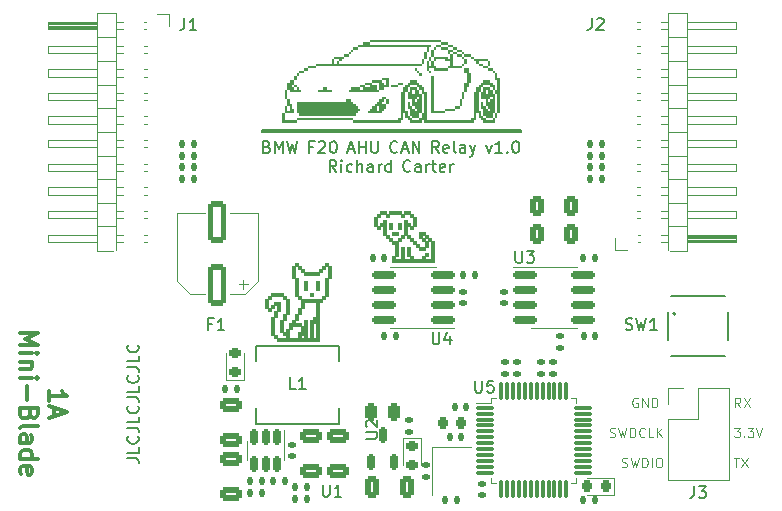
<source format=gto>
%TF.GenerationSoftware,KiCad,Pcbnew,(7.0.0)*%
%TF.CreationDate,2023-03-13T00:32:57+00:00*%
%TF.ProjectId,main,6d61696e-2e6b-4696-9361-645f70636258,1.0*%
%TF.SameCoordinates,Original*%
%TF.FileFunction,Legend,Top*%
%TF.FilePolarity,Positive*%
%FSLAX46Y46*%
G04 Gerber Fmt 4.6, Leading zero omitted, Abs format (unit mm)*
G04 Created by KiCad (PCBNEW (7.0.0)) date 2023-03-13 00:32:57*
%MOMM*%
%LPD*%
G01*
G04 APERTURE LIST*
G04 Aperture macros list*
%AMRoundRect*
0 Rectangle with rounded corners*
0 $1 Rounding radius*
0 $2 $3 $4 $5 $6 $7 $8 $9 X,Y pos of 4 corners*
0 Add a 4 corners polygon primitive as box body*
4,1,4,$2,$3,$4,$5,$6,$7,$8,$9,$2,$3,0*
0 Add four circle primitives for the rounded corners*
1,1,$1+$1,$2,$3*
1,1,$1+$1,$4,$5*
1,1,$1+$1,$6,$7*
1,1,$1+$1,$8,$9*
0 Add four rect primitives between the rounded corners*
20,1,$1+$1,$2,$3,$4,$5,0*
20,1,$1+$1,$4,$5,$6,$7,0*
20,1,$1+$1,$6,$7,$8,$9,0*
20,1,$1+$1,$8,$9,$2,$3,0*%
G04 Aperture macros list end*
%ADD10C,0.150000*%
%ADD11C,0.300000*%
%ADD12C,0.200000*%
%ADD13C,0.100000*%
%ADD14C,0.120000*%
%ADD15C,0.127000*%
%ADD16R,1.200000X1.400000*%
%ADD17RoundRect,0.140000X0.140000X0.170000X-0.140000X0.170000X-0.140000X-0.170000X0.140000X-0.170000X0*%
%ADD18RoundRect,0.135000X0.135000X0.185000X-0.135000X0.185000X-0.135000X-0.185000X0.135000X-0.185000X0*%
%ADD19RoundRect,0.075000X-0.662500X-0.075000X0.662500X-0.075000X0.662500X0.075000X-0.662500X0.075000X0*%
%ADD20RoundRect,0.075000X-0.075000X-0.662500X0.075000X-0.662500X0.075000X0.662500X-0.075000X0.662500X0*%
%ADD21RoundRect,0.250000X-0.250000X-0.475000X0.250000X-0.475000X0.250000X0.475000X-0.250000X0.475000X0*%
%ADD22RoundRect,0.150000X0.150000X-0.512500X0.150000X0.512500X-0.150000X0.512500X-0.150000X-0.512500X0*%
%ADD23RoundRect,0.250000X-0.650000X0.325000X-0.650000X-0.325000X0.650000X-0.325000X0.650000X0.325000X0*%
%ADD24RoundRect,0.140000X-0.140000X-0.170000X0.140000X-0.170000X0.140000X0.170000X-0.140000X0.170000X0*%
%ADD25RoundRect,0.250000X0.550000X-1.500000X0.550000X1.500000X-0.550000X1.500000X-0.550000X-1.500000X0*%
%ADD26RoundRect,0.135000X-0.185000X0.135000X-0.185000X-0.135000X0.185000X-0.135000X0.185000X0.135000X0*%
%ADD27R,1.700000X1.700000*%
%ADD28O,1.700000X1.700000*%
%ADD29RoundRect,0.135000X0.185000X-0.135000X0.185000X0.135000X-0.185000X0.135000X-0.185000X-0.135000X0*%
%ADD30RoundRect,0.140000X0.170000X-0.140000X0.170000X0.140000X-0.170000X0.140000X-0.170000X-0.140000X0*%
%ADD31RoundRect,0.135000X-0.135000X-0.185000X0.135000X-0.185000X0.135000X0.185000X-0.135000X0.185000X0*%
%ADD32R,2.350000X3.500000*%
%ADD33R,1.000000X0.750000*%
%ADD34RoundRect,0.140000X-0.170000X0.140000X-0.170000X-0.140000X0.170000X-0.140000X0.170000X0.140000X0*%
%ADD35RoundRect,0.225000X0.225000X0.250000X-0.225000X0.250000X-0.225000X-0.250000X0.225000X-0.250000X0*%
%ADD36RoundRect,0.150000X0.825000X0.150000X-0.825000X0.150000X-0.825000X-0.150000X0.825000X-0.150000X0*%
%ADD37RoundRect,0.250000X-0.312500X-0.625000X0.312500X-0.625000X0.312500X0.625000X-0.312500X0.625000X0*%
%ADD38RoundRect,0.150000X-0.825000X-0.150000X0.825000X-0.150000X0.825000X0.150000X-0.825000X0.150000X0*%
%ADD39RoundRect,0.218750X0.256250X-0.218750X0.256250X0.218750X-0.256250X0.218750X-0.256250X-0.218750X0*%
%ADD40RoundRect,0.218750X0.218750X0.256250X-0.218750X0.256250X-0.218750X-0.256250X0.218750X-0.256250X0*%
%ADD41C,1.100000*%
%ADD42R,1.350000X1.350000*%
%ADD43O,1.350000X1.350000*%
%ADD44C,2.082800*%
%ADD45C,2.200000*%
%ADD46RoundRect,0.218750X-0.256250X0.218750X-0.256250X-0.218750X0.256250X-0.218750X0.256250X0.218750X0*%
%ADD47RoundRect,0.250000X0.650000X-0.325000X0.650000X0.325000X-0.650000X0.325000X-0.650000X-0.325000X0*%
%ADD48RoundRect,0.150000X-0.150000X0.512500X-0.150000X-0.512500X0.150000X-0.512500X0.150000X0.512500X0*%
%ADD49RoundRect,0.250000X0.325000X0.650000X-0.325000X0.650000X-0.325000X-0.650000X0.325000X-0.650000X0*%
G04 APERTURE END LIST*
D10*
X48900000Y-38800000D02*
X70800000Y-38800000D01*
X70800000Y-38800000D02*
X70800000Y-39000000D01*
X70800000Y-39000000D02*
X48900000Y-39000000D01*
X48900000Y-39000000D02*
X48900000Y-38800000D01*
G36*
X48900000Y-38800000D02*
G01*
X70800000Y-38800000D01*
X70800000Y-39000000D01*
X48900000Y-39000000D01*
X48900000Y-38800000D01*
G37*
D11*
X30863928Y-61785715D02*
X30863928Y-60928572D01*
X30863928Y-61357143D02*
X32363928Y-61357143D01*
X32363928Y-61357143D02*
X32149642Y-61214286D01*
X32149642Y-61214286D02*
X32006785Y-61071429D01*
X32006785Y-61071429D02*
X31935357Y-60928572D01*
X31292500Y-62357143D02*
X31292500Y-63071429D01*
X30863928Y-62214286D02*
X32363928Y-62714286D01*
X32363928Y-62714286D02*
X30863928Y-63214286D01*
X28433928Y-56035713D02*
X29933928Y-56035713D01*
X29933928Y-56035713D02*
X28862500Y-56535713D01*
X28862500Y-56535713D02*
X29933928Y-57035713D01*
X29933928Y-57035713D02*
X28433928Y-57035713D01*
X28433928Y-57749999D02*
X29433928Y-57749999D01*
X29933928Y-57749999D02*
X29862500Y-57678571D01*
X29862500Y-57678571D02*
X29791071Y-57749999D01*
X29791071Y-57749999D02*
X29862500Y-57821428D01*
X29862500Y-57821428D02*
X29933928Y-57749999D01*
X29933928Y-57749999D02*
X29791071Y-57749999D01*
X29433928Y-58464285D02*
X28433928Y-58464285D01*
X29291071Y-58464285D02*
X29362500Y-58535714D01*
X29362500Y-58535714D02*
X29433928Y-58678571D01*
X29433928Y-58678571D02*
X29433928Y-58892857D01*
X29433928Y-58892857D02*
X29362500Y-59035714D01*
X29362500Y-59035714D02*
X29219642Y-59107143D01*
X29219642Y-59107143D02*
X28433928Y-59107143D01*
X28433928Y-59821428D02*
X29433928Y-59821428D01*
X29933928Y-59821428D02*
X29862500Y-59750000D01*
X29862500Y-59750000D02*
X29791071Y-59821428D01*
X29791071Y-59821428D02*
X29862500Y-59892857D01*
X29862500Y-59892857D02*
X29933928Y-59821428D01*
X29933928Y-59821428D02*
X29791071Y-59821428D01*
X29005357Y-60535714D02*
X29005357Y-61678572D01*
X29219642Y-62892857D02*
X29148214Y-63107143D01*
X29148214Y-63107143D02*
X29076785Y-63178572D01*
X29076785Y-63178572D02*
X28933928Y-63250000D01*
X28933928Y-63250000D02*
X28719642Y-63250000D01*
X28719642Y-63250000D02*
X28576785Y-63178572D01*
X28576785Y-63178572D02*
X28505357Y-63107143D01*
X28505357Y-63107143D02*
X28433928Y-62964286D01*
X28433928Y-62964286D02*
X28433928Y-62392857D01*
X28433928Y-62392857D02*
X29933928Y-62392857D01*
X29933928Y-62392857D02*
X29933928Y-62892857D01*
X29933928Y-62892857D02*
X29862500Y-63035715D01*
X29862500Y-63035715D02*
X29791071Y-63107143D01*
X29791071Y-63107143D02*
X29648214Y-63178572D01*
X29648214Y-63178572D02*
X29505357Y-63178572D01*
X29505357Y-63178572D02*
X29362500Y-63107143D01*
X29362500Y-63107143D02*
X29291071Y-63035715D01*
X29291071Y-63035715D02*
X29219642Y-62892857D01*
X29219642Y-62892857D02*
X29219642Y-62392857D01*
X28433928Y-64107143D02*
X28505357Y-63964286D01*
X28505357Y-63964286D02*
X28648214Y-63892857D01*
X28648214Y-63892857D02*
X29933928Y-63892857D01*
X28433928Y-65321429D02*
X29219642Y-65321429D01*
X29219642Y-65321429D02*
X29362500Y-65250000D01*
X29362500Y-65250000D02*
X29433928Y-65107143D01*
X29433928Y-65107143D02*
X29433928Y-64821429D01*
X29433928Y-64821429D02*
X29362500Y-64678571D01*
X28505357Y-65321429D02*
X28433928Y-65178571D01*
X28433928Y-65178571D02*
X28433928Y-64821429D01*
X28433928Y-64821429D02*
X28505357Y-64678571D01*
X28505357Y-64678571D02*
X28648214Y-64607143D01*
X28648214Y-64607143D02*
X28791071Y-64607143D01*
X28791071Y-64607143D02*
X28933928Y-64678571D01*
X28933928Y-64678571D02*
X29005357Y-64821429D01*
X29005357Y-64821429D02*
X29005357Y-65178571D01*
X29005357Y-65178571D02*
X29076785Y-65321429D01*
X28433928Y-66678572D02*
X29933928Y-66678572D01*
X28505357Y-66678572D02*
X28433928Y-66535714D01*
X28433928Y-66535714D02*
X28433928Y-66250000D01*
X28433928Y-66250000D02*
X28505357Y-66107143D01*
X28505357Y-66107143D02*
X28576785Y-66035714D01*
X28576785Y-66035714D02*
X28719642Y-65964286D01*
X28719642Y-65964286D02*
X29148214Y-65964286D01*
X29148214Y-65964286D02*
X29291071Y-66035714D01*
X29291071Y-66035714D02*
X29362500Y-66107143D01*
X29362500Y-66107143D02*
X29433928Y-66250000D01*
X29433928Y-66250000D02*
X29433928Y-66535714D01*
X29433928Y-66535714D02*
X29362500Y-66678572D01*
X28505357Y-67964286D02*
X28433928Y-67821429D01*
X28433928Y-67821429D02*
X28433928Y-67535715D01*
X28433928Y-67535715D02*
X28505357Y-67392857D01*
X28505357Y-67392857D02*
X28648214Y-67321429D01*
X28648214Y-67321429D02*
X29219642Y-67321429D01*
X29219642Y-67321429D02*
X29362500Y-67392857D01*
X29362500Y-67392857D02*
X29433928Y-67535715D01*
X29433928Y-67535715D02*
X29433928Y-67821429D01*
X29433928Y-67821429D02*
X29362500Y-67964286D01*
X29362500Y-67964286D02*
X29219642Y-68035715D01*
X29219642Y-68035715D02*
X29076785Y-68035715D01*
X29076785Y-68035715D02*
X28933928Y-67321429D01*
D12*
X49323809Y-40238571D02*
X49466666Y-40286190D01*
X49466666Y-40286190D02*
X49514285Y-40333809D01*
X49514285Y-40333809D02*
X49561904Y-40429047D01*
X49561904Y-40429047D02*
X49561904Y-40571904D01*
X49561904Y-40571904D02*
X49514285Y-40667142D01*
X49514285Y-40667142D02*
X49466666Y-40714761D01*
X49466666Y-40714761D02*
X49371428Y-40762380D01*
X49371428Y-40762380D02*
X48990476Y-40762380D01*
X48990476Y-40762380D02*
X48990476Y-39762380D01*
X48990476Y-39762380D02*
X49323809Y-39762380D01*
X49323809Y-39762380D02*
X49419047Y-39810000D01*
X49419047Y-39810000D02*
X49466666Y-39857619D01*
X49466666Y-39857619D02*
X49514285Y-39952857D01*
X49514285Y-39952857D02*
X49514285Y-40048095D01*
X49514285Y-40048095D02*
X49466666Y-40143333D01*
X49466666Y-40143333D02*
X49419047Y-40190952D01*
X49419047Y-40190952D02*
X49323809Y-40238571D01*
X49323809Y-40238571D02*
X48990476Y-40238571D01*
X49990476Y-40762380D02*
X49990476Y-39762380D01*
X49990476Y-39762380D02*
X50323809Y-40476666D01*
X50323809Y-40476666D02*
X50657142Y-39762380D01*
X50657142Y-39762380D02*
X50657142Y-40762380D01*
X51038095Y-39762380D02*
X51276190Y-40762380D01*
X51276190Y-40762380D02*
X51466666Y-40048095D01*
X51466666Y-40048095D02*
X51657142Y-40762380D01*
X51657142Y-40762380D02*
X51895238Y-39762380D01*
X53209523Y-40238571D02*
X52876190Y-40238571D01*
X52876190Y-40762380D02*
X52876190Y-39762380D01*
X52876190Y-39762380D02*
X53352380Y-39762380D01*
X53685714Y-39857619D02*
X53733333Y-39810000D01*
X53733333Y-39810000D02*
X53828571Y-39762380D01*
X53828571Y-39762380D02*
X54066666Y-39762380D01*
X54066666Y-39762380D02*
X54161904Y-39810000D01*
X54161904Y-39810000D02*
X54209523Y-39857619D01*
X54209523Y-39857619D02*
X54257142Y-39952857D01*
X54257142Y-39952857D02*
X54257142Y-40048095D01*
X54257142Y-40048095D02*
X54209523Y-40190952D01*
X54209523Y-40190952D02*
X53638095Y-40762380D01*
X53638095Y-40762380D02*
X54257142Y-40762380D01*
X54876190Y-39762380D02*
X54971428Y-39762380D01*
X54971428Y-39762380D02*
X55066666Y-39810000D01*
X55066666Y-39810000D02*
X55114285Y-39857619D01*
X55114285Y-39857619D02*
X55161904Y-39952857D01*
X55161904Y-39952857D02*
X55209523Y-40143333D01*
X55209523Y-40143333D02*
X55209523Y-40381428D01*
X55209523Y-40381428D02*
X55161904Y-40571904D01*
X55161904Y-40571904D02*
X55114285Y-40667142D01*
X55114285Y-40667142D02*
X55066666Y-40714761D01*
X55066666Y-40714761D02*
X54971428Y-40762380D01*
X54971428Y-40762380D02*
X54876190Y-40762380D01*
X54876190Y-40762380D02*
X54780952Y-40714761D01*
X54780952Y-40714761D02*
X54733333Y-40667142D01*
X54733333Y-40667142D02*
X54685714Y-40571904D01*
X54685714Y-40571904D02*
X54638095Y-40381428D01*
X54638095Y-40381428D02*
X54638095Y-40143333D01*
X54638095Y-40143333D02*
X54685714Y-39952857D01*
X54685714Y-39952857D02*
X54733333Y-39857619D01*
X54733333Y-39857619D02*
X54780952Y-39810000D01*
X54780952Y-39810000D02*
X54876190Y-39762380D01*
X56190476Y-40476666D02*
X56666666Y-40476666D01*
X56095238Y-40762380D02*
X56428571Y-39762380D01*
X56428571Y-39762380D02*
X56761904Y-40762380D01*
X57095238Y-40762380D02*
X57095238Y-39762380D01*
X57095238Y-40238571D02*
X57666666Y-40238571D01*
X57666666Y-40762380D02*
X57666666Y-39762380D01*
X58142857Y-39762380D02*
X58142857Y-40571904D01*
X58142857Y-40571904D02*
X58190476Y-40667142D01*
X58190476Y-40667142D02*
X58238095Y-40714761D01*
X58238095Y-40714761D02*
X58333333Y-40762380D01*
X58333333Y-40762380D02*
X58523809Y-40762380D01*
X58523809Y-40762380D02*
X58619047Y-40714761D01*
X58619047Y-40714761D02*
X58666666Y-40667142D01*
X58666666Y-40667142D02*
X58714285Y-40571904D01*
X58714285Y-40571904D02*
X58714285Y-39762380D01*
X60361904Y-40667142D02*
X60314285Y-40714761D01*
X60314285Y-40714761D02*
X60171428Y-40762380D01*
X60171428Y-40762380D02*
X60076190Y-40762380D01*
X60076190Y-40762380D02*
X59933333Y-40714761D01*
X59933333Y-40714761D02*
X59838095Y-40619523D01*
X59838095Y-40619523D02*
X59790476Y-40524285D01*
X59790476Y-40524285D02*
X59742857Y-40333809D01*
X59742857Y-40333809D02*
X59742857Y-40190952D01*
X59742857Y-40190952D02*
X59790476Y-40000476D01*
X59790476Y-40000476D02*
X59838095Y-39905238D01*
X59838095Y-39905238D02*
X59933333Y-39810000D01*
X59933333Y-39810000D02*
X60076190Y-39762380D01*
X60076190Y-39762380D02*
X60171428Y-39762380D01*
X60171428Y-39762380D02*
X60314285Y-39810000D01*
X60314285Y-39810000D02*
X60361904Y-39857619D01*
X60742857Y-40476666D02*
X61219047Y-40476666D01*
X60647619Y-40762380D02*
X60980952Y-39762380D01*
X60980952Y-39762380D02*
X61314285Y-40762380D01*
X61647619Y-40762380D02*
X61647619Y-39762380D01*
X61647619Y-39762380D02*
X62219047Y-40762380D01*
X62219047Y-40762380D02*
X62219047Y-39762380D01*
X63866666Y-40762380D02*
X63533333Y-40286190D01*
X63295238Y-40762380D02*
X63295238Y-39762380D01*
X63295238Y-39762380D02*
X63676190Y-39762380D01*
X63676190Y-39762380D02*
X63771428Y-39810000D01*
X63771428Y-39810000D02*
X63819047Y-39857619D01*
X63819047Y-39857619D02*
X63866666Y-39952857D01*
X63866666Y-39952857D02*
X63866666Y-40095714D01*
X63866666Y-40095714D02*
X63819047Y-40190952D01*
X63819047Y-40190952D02*
X63771428Y-40238571D01*
X63771428Y-40238571D02*
X63676190Y-40286190D01*
X63676190Y-40286190D02*
X63295238Y-40286190D01*
X64676190Y-40714761D02*
X64580952Y-40762380D01*
X64580952Y-40762380D02*
X64390476Y-40762380D01*
X64390476Y-40762380D02*
X64295238Y-40714761D01*
X64295238Y-40714761D02*
X64247619Y-40619523D01*
X64247619Y-40619523D02*
X64247619Y-40238571D01*
X64247619Y-40238571D02*
X64295238Y-40143333D01*
X64295238Y-40143333D02*
X64390476Y-40095714D01*
X64390476Y-40095714D02*
X64580952Y-40095714D01*
X64580952Y-40095714D02*
X64676190Y-40143333D01*
X64676190Y-40143333D02*
X64723809Y-40238571D01*
X64723809Y-40238571D02*
X64723809Y-40333809D01*
X64723809Y-40333809D02*
X64247619Y-40429047D01*
X65295238Y-40762380D02*
X65200000Y-40714761D01*
X65200000Y-40714761D02*
X65152381Y-40619523D01*
X65152381Y-40619523D02*
X65152381Y-39762380D01*
X66104762Y-40762380D02*
X66104762Y-40238571D01*
X66104762Y-40238571D02*
X66057143Y-40143333D01*
X66057143Y-40143333D02*
X65961905Y-40095714D01*
X65961905Y-40095714D02*
X65771429Y-40095714D01*
X65771429Y-40095714D02*
X65676191Y-40143333D01*
X66104762Y-40714761D02*
X66009524Y-40762380D01*
X66009524Y-40762380D02*
X65771429Y-40762380D01*
X65771429Y-40762380D02*
X65676191Y-40714761D01*
X65676191Y-40714761D02*
X65628572Y-40619523D01*
X65628572Y-40619523D02*
X65628572Y-40524285D01*
X65628572Y-40524285D02*
X65676191Y-40429047D01*
X65676191Y-40429047D02*
X65771429Y-40381428D01*
X65771429Y-40381428D02*
X66009524Y-40381428D01*
X66009524Y-40381428D02*
X66104762Y-40333809D01*
X66485715Y-40095714D02*
X66723810Y-40762380D01*
X66961905Y-40095714D02*
X66723810Y-40762380D01*
X66723810Y-40762380D02*
X66628572Y-41000476D01*
X66628572Y-41000476D02*
X66580953Y-41048095D01*
X66580953Y-41048095D02*
X66485715Y-41095714D01*
X67847620Y-40095714D02*
X68085715Y-40762380D01*
X68085715Y-40762380D02*
X68323810Y-40095714D01*
X69228572Y-40762380D02*
X68657144Y-40762380D01*
X68942858Y-40762380D02*
X68942858Y-39762380D01*
X68942858Y-39762380D02*
X68847620Y-39905238D01*
X68847620Y-39905238D02*
X68752382Y-40000476D01*
X68752382Y-40000476D02*
X68657144Y-40048095D01*
X69657144Y-40667142D02*
X69704763Y-40714761D01*
X69704763Y-40714761D02*
X69657144Y-40762380D01*
X69657144Y-40762380D02*
X69609525Y-40714761D01*
X69609525Y-40714761D02*
X69657144Y-40667142D01*
X69657144Y-40667142D02*
X69657144Y-40762380D01*
X70323810Y-39762380D02*
X70419048Y-39762380D01*
X70419048Y-39762380D02*
X70514286Y-39810000D01*
X70514286Y-39810000D02*
X70561905Y-39857619D01*
X70561905Y-39857619D02*
X70609524Y-39952857D01*
X70609524Y-39952857D02*
X70657143Y-40143333D01*
X70657143Y-40143333D02*
X70657143Y-40381428D01*
X70657143Y-40381428D02*
X70609524Y-40571904D01*
X70609524Y-40571904D02*
X70561905Y-40667142D01*
X70561905Y-40667142D02*
X70514286Y-40714761D01*
X70514286Y-40714761D02*
X70419048Y-40762380D01*
X70419048Y-40762380D02*
X70323810Y-40762380D01*
X70323810Y-40762380D02*
X70228572Y-40714761D01*
X70228572Y-40714761D02*
X70180953Y-40667142D01*
X70180953Y-40667142D02*
X70133334Y-40571904D01*
X70133334Y-40571904D02*
X70085715Y-40381428D01*
X70085715Y-40381428D02*
X70085715Y-40143333D01*
X70085715Y-40143333D02*
X70133334Y-39952857D01*
X70133334Y-39952857D02*
X70180953Y-39857619D01*
X70180953Y-39857619D02*
X70228572Y-39810000D01*
X70228572Y-39810000D02*
X70323810Y-39762380D01*
X55190475Y-42382380D02*
X54857142Y-41906190D01*
X54619047Y-42382380D02*
X54619047Y-41382380D01*
X54619047Y-41382380D02*
X54999999Y-41382380D01*
X54999999Y-41382380D02*
X55095237Y-41430000D01*
X55095237Y-41430000D02*
X55142856Y-41477619D01*
X55142856Y-41477619D02*
X55190475Y-41572857D01*
X55190475Y-41572857D02*
X55190475Y-41715714D01*
X55190475Y-41715714D02*
X55142856Y-41810952D01*
X55142856Y-41810952D02*
X55095237Y-41858571D01*
X55095237Y-41858571D02*
X54999999Y-41906190D01*
X54999999Y-41906190D02*
X54619047Y-41906190D01*
X55619047Y-42382380D02*
X55619047Y-41715714D01*
X55619047Y-41382380D02*
X55571428Y-41430000D01*
X55571428Y-41430000D02*
X55619047Y-41477619D01*
X55619047Y-41477619D02*
X55666666Y-41430000D01*
X55666666Y-41430000D02*
X55619047Y-41382380D01*
X55619047Y-41382380D02*
X55619047Y-41477619D01*
X56523808Y-42334761D02*
X56428570Y-42382380D01*
X56428570Y-42382380D02*
X56238094Y-42382380D01*
X56238094Y-42382380D02*
X56142856Y-42334761D01*
X56142856Y-42334761D02*
X56095237Y-42287142D01*
X56095237Y-42287142D02*
X56047618Y-42191904D01*
X56047618Y-42191904D02*
X56047618Y-41906190D01*
X56047618Y-41906190D02*
X56095237Y-41810952D01*
X56095237Y-41810952D02*
X56142856Y-41763333D01*
X56142856Y-41763333D02*
X56238094Y-41715714D01*
X56238094Y-41715714D02*
X56428570Y-41715714D01*
X56428570Y-41715714D02*
X56523808Y-41763333D01*
X56952380Y-42382380D02*
X56952380Y-41382380D01*
X57380951Y-42382380D02*
X57380951Y-41858571D01*
X57380951Y-41858571D02*
X57333332Y-41763333D01*
X57333332Y-41763333D02*
X57238094Y-41715714D01*
X57238094Y-41715714D02*
X57095237Y-41715714D01*
X57095237Y-41715714D02*
X56999999Y-41763333D01*
X56999999Y-41763333D02*
X56952380Y-41810952D01*
X58285713Y-42382380D02*
X58285713Y-41858571D01*
X58285713Y-41858571D02*
X58238094Y-41763333D01*
X58238094Y-41763333D02*
X58142856Y-41715714D01*
X58142856Y-41715714D02*
X57952380Y-41715714D01*
X57952380Y-41715714D02*
X57857142Y-41763333D01*
X58285713Y-42334761D02*
X58190475Y-42382380D01*
X58190475Y-42382380D02*
X57952380Y-42382380D01*
X57952380Y-42382380D02*
X57857142Y-42334761D01*
X57857142Y-42334761D02*
X57809523Y-42239523D01*
X57809523Y-42239523D02*
X57809523Y-42144285D01*
X57809523Y-42144285D02*
X57857142Y-42049047D01*
X57857142Y-42049047D02*
X57952380Y-42001428D01*
X57952380Y-42001428D02*
X58190475Y-42001428D01*
X58190475Y-42001428D02*
X58285713Y-41953809D01*
X58761904Y-42382380D02*
X58761904Y-41715714D01*
X58761904Y-41906190D02*
X58809523Y-41810952D01*
X58809523Y-41810952D02*
X58857142Y-41763333D01*
X58857142Y-41763333D02*
X58952380Y-41715714D01*
X58952380Y-41715714D02*
X59047618Y-41715714D01*
X59809523Y-42382380D02*
X59809523Y-41382380D01*
X59809523Y-42334761D02*
X59714285Y-42382380D01*
X59714285Y-42382380D02*
X59523809Y-42382380D01*
X59523809Y-42382380D02*
X59428571Y-42334761D01*
X59428571Y-42334761D02*
X59380952Y-42287142D01*
X59380952Y-42287142D02*
X59333333Y-42191904D01*
X59333333Y-42191904D02*
X59333333Y-41906190D01*
X59333333Y-41906190D02*
X59380952Y-41810952D01*
X59380952Y-41810952D02*
X59428571Y-41763333D01*
X59428571Y-41763333D02*
X59523809Y-41715714D01*
X59523809Y-41715714D02*
X59714285Y-41715714D01*
X59714285Y-41715714D02*
X59809523Y-41763333D01*
X61457142Y-42287142D02*
X61409523Y-42334761D01*
X61409523Y-42334761D02*
X61266666Y-42382380D01*
X61266666Y-42382380D02*
X61171428Y-42382380D01*
X61171428Y-42382380D02*
X61028571Y-42334761D01*
X61028571Y-42334761D02*
X60933333Y-42239523D01*
X60933333Y-42239523D02*
X60885714Y-42144285D01*
X60885714Y-42144285D02*
X60838095Y-41953809D01*
X60838095Y-41953809D02*
X60838095Y-41810952D01*
X60838095Y-41810952D02*
X60885714Y-41620476D01*
X60885714Y-41620476D02*
X60933333Y-41525238D01*
X60933333Y-41525238D02*
X61028571Y-41430000D01*
X61028571Y-41430000D02*
X61171428Y-41382380D01*
X61171428Y-41382380D02*
X61266666Y-41382380D01*
X61266666Y-41382380D02*
X61409523Y-41430000D01*
X61409523Y-41430000D02*
X61457142Y-41477619D01*
X62314285Y-42382380D02*
X62314285Y-41858571D01*
X62314285Y-41858571D02*
X62266666Y-41763333D01*
X62266666Y-41763333D02*
X62171428Y-41715714D01*
X62171428Y-41715714D02*
X61980952Y-41715714D01*
X61980952Y-41715714D02*
X61885714Y-41763333D01*
X62314285Y-42334761D02*
X62219047Y-42382380D01*
X62219047Y-42382380D02*
X61980952Y-42382380D01*
X61980952Y-42382380D02*
X61885714Y-42334761D01*
X61885714Y-42334761D02*
X61838095Y-42239523D01*
X61838095Y-42239523D02*
X61838095Y-42144285D01*
X61838095Y-42144285D02*
X61885714Y-42049047D01*
X61885714Y-42049047D02*
X61980952Y-42001428D01*
X61980952Y-42001428D02*
X62219047Y-42001428D01*
X62219047Y-42001428D02*
X62314285Y-41953809D01*
X62790476Y-42382380D02*
X62790476Y-41715714D01*
X62790476Y-41906190D02*
X62838095Y-41810952D01*
X62838095Y-41810952D02*
X62885714Y-41763333D01*
X62885714Y-41763333D02*
X62980952Y-41715714D01*
X62980952Y-41715714D02*
X63076190Y-41715714D01*
X63266667Y-41715714D02*
X63647619Y-41715714D01*
X63409524Y-41382380D02*
X63409524Y-42239523D01*
X63409524Y-42239523D02*
X63457143Y-42334761D01*
X63457143Y-42334761D02*
X63552381Y-42382380D01*
X63552381Y-42382380D02*
X63647619Y-42382380D01*
X64361905Y-42334761D02*
X64266667Y-42382380D01*
X64266667Y-42382380D02*
X64076191Y-42382380D01*
X64076191Y-42382380D02*
X63980953Y-42334761D01*
X63980953Y-42334761D02*
X63933334Y-42239523D01*
X63933334Y-42239523D02*
X63933334Y-41858571D01*
X63933334Y-41858571D02*
X63980953Y-41763333D01*
X63980953Y-41763333D02*
X64076191Y-41715714D01*
X64076191Y-41715714D02*
X64266667Y-41715714D01*
X64266667Y-41715714D02*
X64361905Y-41763333D01*
X64361905Y-41763333D02*
X64409524Y-41858571D01*
X64409524Y-41858571D02*
X64409524Y-41953809D01*
X64409524Y-41953809D02*
X63933334Y-42049047D01*
X64838096Y-42382380D02*
X64838096Y-41715714D01*
X64838096Y-41906190D02*
X64885715Y-41810952D01*
X64885715Y-41810952D02*
X64933334Y-41763333D01*
X64933334Y-41763333D02*
X65028572Y-41715714D01*
X65028572Y-41715714D02*
X65123810Y-41715714D01*
D10*
X66938095Y-60067380D02*
X66938095Y-60876904D01*
X66938095Y-60876904D02*
X66985714Y-60972142D01*
X66985714Y-60972142D02*
X67033333Y-61019761D01*
X67033333Y-61019761D02*
X67128571Y-61067380D01*
X67128571Y-61067380D02*
X67319047Y-61067380D01*
X67319047Y-61067380D02*
X67414285Y-61019761D01*
X67414285Y-61019761D02*
X67461904Y-60972142D01*
X67461904Y-60972142D02*
X67509523Y-60876904D01*
X67509523Y-60876904D02*
X67509523Y-60067380D01*
X68461904Y-60067380D02*
X67985714Y-60067380D01*
X67985714Y-60067380D02*
X67938095Y-60543571D01*
X67938095Y-60543571D02*
X67985714Y-60495952D01*
X67985714Y-60495952D02*
X68080952Y-60448333D01*
X68080952Y-60448333D02*
X68319047Y-60448333D01*
X68319047Y-60448333D02*
X68414285Y-60495952D01*
X68414285Y-60495952D02*
X68461904Y-60543571D01*
X68461904Y-60543571D02*
X68509523Y-60638809D01*
X68509523Y-60638809D02*
X68509523Y-60876904D01*
X68509523Y-60876904D02*
X68461904Y-60972142D01*
X68461904Y-60972142D02*
X68414285Y-61019761D01*
X68414285Y-61019761D02*
X68319047Y-61067380D01*
X68319047Y-61067380D02*
X68080952Y-61067380D01*
X68080952Y-61067380D02*
X67985714Y-61019761D01*
X67985714Y-61019761D02*
X67938095Y-60972142D01*
X57667380Y-64961904D02*
X58476904Y-64961904D01*
X58476904Y-64961904D02*
X58572142Y-64914285D01*
X58572142Y-64914285D02*
X58619761Y-64866666D01*
X58619761Y-64866666D02*
X58667380Y-64771428D01*
X58667380Y-64771428D02*
X58667380Y-64580952D01*
X58667380Y-64580952D02*
X58619761Y-64485714D01*
X58619761Y-64485714D02*
X58572142Y-64438095D01*
X58572142Y-64438095D02*
X58476904Y-64390476D01*
X58476904Y-64390476D02*
X57667380Y-64390476D01*
X57762619Y-63961904D02*
X57715000Y-63914285D01*
X57715000Y-63914285D02*
X57667380Y-63819047D01*
X57667380Y-63819047D02*
X57667380Y-63580952D01*
X57667380Y-63580952D02*
X57715000Y-63485714D01*
X57715000Y-63485714D02*
X57762619Y-63438095D01*
X57762619Y-63438095D02*
X57857857Y-63390476D01*
X57857857Y-63390476D02*
X57953095Y-63390476D01*
X57953095Y-63390476D02*
X58095952Y-63438095D01*
X58095952Y-63438095D02*
X58667380Y-64009523D01*
X58667380Y-64009523D02*
X58667380Y-63390476D01*
X85466666Y-68987380D02*
X85466666Y-69701666D01*
X85466666Y-69701666D02*
X85419047Y-69844523D01*
X85419047Y-69844523D02*
X85323809Y-69939761D01*
X85323809Y-69939761D02*
X85180952Y-69987380D01*
X85180952Y-69987380D02*
X85085714Y-69987380D01*
X85847619Y-68987380D02*
X86466666Y-68987380D01*
X86466666Y-68987380D02*
X86133333Y-69368333D01*
X86133333Y-69368333D02*
X86276190Y-69368333D01*
X86276190Y-69368333D02*
X86371428Y-69415952D01*
X86371428Y-69415952D02*
X86419047Y-69463571D01*
X86419047Y-69463571D02*
X86466666Y-69558809D01*
X86466666Y-69558809D02*
X86466666Y-69796904D01*
X86466666Y-69796904D02*
X86419047Y-69892142D01*
X86419047Y-69892142D02*
X86371428Y-69939761D01*
X86371428Y-69939761D02*
X86276190Y-69987380D01*
X86276190Y-69987380D02*
X85990476Y-69987380D01*
X85990476Y-69987380D02*
X85895238Y-69939761D01*
X85895238Y-69939761D02*
X85847619Y-69892142D01*
D13*
X88827190Y-66593904D02*
X89284333Y-66593904D01*
X89055761Y-67393904D02*
X89055761Y-66593904D01*
X89474809Y-66593904D02*
X90008143Y-67393904D01*
X90008143Y-66593904D02*
X89474809Y-67393904D01*
X78337570Y-64815809D02*
X78451856Y-64853904D01*
X78451856Y-64853904D02*
X78642332Y-64853904D01*
X78642332Y-64853904D02*
X78718523Y-64815809D01*
X78718523Y-64815809D02*
X78756618Y-64777714D01*
X78756618Y-64777714D02*
X78794713Y-64701523D01*
X78794713Y-64701523D02*
X78794713Y-64625333D01*
X78794713Y-64625333D02*
X78756618Y-64549142D01*
X78756618Y-64549142D02*
X78718523Y-64511047D01*
X78718523Y-64511047D02*
X78642332Y-64472952D01*
X78642332Y-64472952D02*
X78489951Y-64434857D01*
X78489951Y-64434857D02*
X78413761Y-64396761D01*
X78413761Y-64396761D02*
X78375666Y-64358666D01*
X78375666Y-64358666D02*
X78337570Y-64282476D01*
X78337570Y-64282476D02*
X78337570Y-64206285D01*
X78337570Y-64206285D02*
X78375666Y-64130095D01*
X78375666Y-64130095D02*
X78413761Y-64092000D01*
X78413761Y-64092000D02*
X78489951Y-64053904D01*
X78489951Y-64053904D02*
X78680428Y-64053904D01*
X78680428Y-64053904D02*
X78794713Y-64092000D01*
X79061380Y-64053904D02*
X79251856Y-64853904D01*
X79251856Y-64853904D02*
X79404237Y-64282476D01*
X79404237Y-64282476D02*
X79556618Y-64853904D01*
X79556618Y-64853904D02*
X79747095Y-64053904D01*
X80051857Y-64853904D02*
X80051857Y-64053904D01*
X80051857Y-64053904D02*
X80242333Y-64053904D01*
X80242333Y-64053904D02*
X80356619Y-64092000D01*
X80356619Y-64092000D02*
X80432809Y-64168190D01*
X80432809Y-64168190D02*
X80470904Y-64244380D01*
X80470904Y-64244380D02*
X80509000Y-64396761D01*
X80509000Y-64396761D02*
X80509000Y-64511047D01*
X80509000Y-64511047D02*
X80470904Y-64663428D01*
X80470904Y-64663428D02*
X80432809Y-64739619D01*
X80432809Y-64739619D02*
X80356619Y-64815809D01*
X80356619Y-64815809D02*
X80242333Y-64853904D01*
X80242333Y-64853904D02*
X80051857Y-64853904D01*
X81309000Y-64777714D02*
X81270904Y-64815809D01*
X81270904Y-64815809D02*
X81156619Y-64853904D01*
X81156619Y-64853904D02*
X81080428Y-64853904D01*
X81080428Y-64853904D02*
X80966142Y-64815809D01*
X80966142Y-64815809D02*
X80889952Y-64739619D01*
X80889952Y-64739619D02*
X80851857Y-64663428D01*
X80851857Y-64663428D02*
X80813761Y-64511047D01*
X80813761Y-64511047D02*
X80813761Y-64396761D01*
X80813761Y-64396761D02*
X80851857Y-64244380D01*
X80851857Y-64244380D02*
X80889952Y-64168190D01*
X80889952Y-64168190D02*
X80966142Y-64092000D01*
X80966142Y-64092000D02*
X81080428Y-64053904D01*
X81080428Y-64053904D02*
X81156619Y-64053904D01*
X81156619Y-64053904D02*
X81270904Y-64092000D01*
X81270904Y-64092000D02*
X81309000Y-64130095D01*
X82032809Y-64853904D02*
X81651857Y-64853904D01*
X81651857Y-64853904D02*
X81651857Y-64053904D01*
X82299476Y-64853904D02*
X82299476Y-64053904D01*
X82756619Y-64853904D02*
X82413761Y-64396761D01*
X82756619Y-64053904D02*
X82299476Y-64511047D01*
X79366142Y-67355809D02*
X79480428Y-67393904D01*
X79480428Y-67393904D02*
X79670904Y-67393904D01*
X79670904Y-67393904D02*
X79747095Y-67355809D01*
X79747095Y-67355809D02*
X79785190Y-67317714D01*
X79785190Y-67317714D02*
X79823285Y-67241523D01*
X79823285Y-67241523D02*
X79823285Y-67165333D01*
X79823285Y-67165333D02*
X79785190Y-67089142D01*
X79785190Y-67089142D02*
X79747095Y-67051047D01*
X79747095Y-67051047D02*
X79670904Y-67012952D01*
X79670904Y-67012952D02*
X79518523Y-66974857D01*
X79518523Y-66974857D02*
X79442333Y-66936761D01*
X79442333Y-66936761D02*
X79404238Y-66898666D01*
X79404238Y-66898666D02*
X79366142Y-66822476D01*
X79366142Y-66822476D02*
X79366142Y-66746285D01*
X79366142Y-66746285D02*
X79404238Y-66670095D01*
X79404238Y-66670095D02*
X79442333Y-66632000D01*
X79442333Y-66632000D02*
X79518523Y-66593904D01*
X79518523Y-66593904D02*
X79709000Y-66593904D01*
X79709000Y-66593904D02*
X79823285Y-66632000D01*
X80089952Y-66593904D02*
X80280428Y-67393904D01*
X80280428Y-67393904D02*
X80432809Y-66822476D01*
X80432809Y-66822476D02*
X80585190Y-67393904D01*
X80585190Y-67393904D02*
X80775667Y-66593904D01*
X81080429Y-67393904D02*
X81080429Y-66593904D01*
X81080429Y-66593904D02*
X81270905Y-66593904D01*
X81270905Y-66593904D02*
X81385191Y-66632000D01*
X81385191Y-66632000D02*
X81461381Y-66708190D01*
X81461381Y-66708190D02*
X81499476Y-66784380D01*
X81499476Y-66784380D02*
X81537572Y-66936761D01*
X81537572Y-66936761D02*
X81537572Y-67051047D01*
X81537572Y-67051047D02*
X81499476Y-67203428D01*
X81499476Y-67203428D02*
X81461381Y-67279619D01*
X81461381Y-67279619D02*
X81385191Y-67355809D01*
X81385191Y-67355809D02*
X81270905Y-67393904D01*
X81270905Y-67393904D02*
X81080429Y-67393904D01*
X81880429Y-67393904D02*
X81880429Y-66593904D01*
X82413762Y-66593904D02*
X82566143Y-66593904D01*
X82566143Y-66593904D02*
X82642333Y-66632000D01*
X82642333Y-66632000D02*
X82718524Y-66708190D01*
X82718524Y-66708190D02*
X82756619Y-66860571D01*
X82756619Y-66860571D02*
X82756619Y-67127238D01*
X82756619Y-67127238D02*
X82718524Y-67279619D01*
X82718524Y-67279619D02*
X82642333Y-67355809D01*
X82642333Y-67355809D02*
X82566143Y-67393904D01*
X82566143Y-67393904D02*
X82413762Y-67393904D01*
X82413762Y-67393904D02*
X82337571Y-67355809D01*
X82337571Y-67355809D02*
X82261381Y-67279619D01*
X82261381Y-67279619D02*
X82223285Y-67127238D01*
X82223285Y-67127238D02*
X82223285Y-66860571D01*
X82223285Y-66860571D02*
X82261381Y-66708190D01*
X82261381Y-66708190D02*
X82337571Y-66632000D01*
X82337571Y-66632000D02*
X82413762Y-66593904D01*
X89398619Y-62313904D02*
X89131952Y-61932952D01*
X88941476Y-62313904D02*
X88941476Y-61513904D01*
X88941476Y-61513904D02*
X89246238Y-61513904D01*
X89246238Y-61513904D02*
X89322428Y-61552000D01*
X89322428Y-61552000D02*
X89360523Y-61590095D01*
X89360523Y-61590095D02*
X89398619Y-61666285D01*
X89398619Y-61666285D02*
X89398619Y-61780571D01*
X89398619Y-61780571D02*
X89360523Y-61856761D01*
X89360523Y-61856761D02*
X89322428Y-61894857D01*
X89322428Y-61894857D02*
X89246238Y-61932952D01*
X89246238Y-61932952D02*
X88941476Y-61932952D01*
X89665285Y-61513904D02*
X90198619Y-62313904D01*
X90198619Y-61513904D02*
X89665285Y-62313904D01*
X88865285Y-64053904D02*
X89360523Y-64053904D01*
X89360523Y-64053904D02*
X89093857Y-64358666D01*
X89093857Y-64358666D02*
X89208142Y-64358666D01*
X89208142Y-64358666D02*
X89284333Y-64396761D01*
X89284333Y-64396761D02*
X89322428Y-64434857D01*
X89322428Y-64434857D02*
X89360523Y-64511047D01*
X89360523Y-64511047D02*
X89360523Y-64701523D01*
X89360523Y-64701523D02*
X89322428Y-64777714D01*
X89322428Y-64777714D02*
X89284333Y-64815809D01*
X89284333Y-64815809D02*
X89208142Y-64853904D01*
X89208142Y-64853904D02*
X88979571Y-64853904D01*
X88979571Y-64853904D02*
X88903380Y-64815809D01*
X88903380Y-64815809D02*
X88865285Y-64777714D01*
X89703381Y-64777714D02*
X89741476Y-64815809D01*
X89741476Y-64815809D02*
X89703381Y-64853904D01*
X89703381Y-64853904D02*
X89665285Y-64815809D01*
X89665285Y-64815809D02*
X89703381Y-64777714D01*
X89703381Y-64777714D02*
X89703381Y-64853904D01*
X90008142Y-64053904D02*
X90503380Y-64053904D01*
X90503380Y-64053904D02*
X90236714Y-64358666D01*
X90236714Y-64358666D02*
X90350999Y-64358666D01*
X90350999Y-64358666D02*
X90427190Y-64396761D01*
X90427190Y-64396761D02*
X90465285Y-64434857D01*
X90465285Y-64434857D02*
X90503380Y-64511047D01*
X90503380Y-64511047D02*
X90503380Y-64701523D01*
X90503380Y-64701523D02*
X90465285Y-64777714D01*
X90465285Y-64777714D02*
X90427190Y-64815809D01*
X90427190Y-64815809D02*
X90350999Y-64853904D01*
X90350999Y-64853904D02*
X90122428Y-64853904D01*
X90122428Y-64853904D02*
X90046237Y-64815809D01*
X90046237Y-64815809D02*
X90008142Y-64777714D01*
X90731952Y-64053904D02*
X90998619Y-64853904D01*
X90998619Y-64853904D02*
X91265285Y-64053904D01*
X80699428Y-61552000D02*
X80623238Y-61513904D01*
X80623238Y-61513904D02*
X80508952Y-61513904D01*
X80508952Y-61513904D02*
X80394666Y-61552000D01*
X80394666Y-61552000D02*
X80318476Y-61628190D01*
X80318476Y-61628190D02*
X80280381Y-61704380D01*
X80280381Y-61704380D02*
X80242285Y-61856761D01*
X80242285Y-61856761D02*
X80242285Y-61971047D01*
X80242285Y-61971047D02*
X80280381Y-62123428D01*
X80280381Y-62123428D02*
X80318476Y-62199619D01*
X80318476Y-62199619D02*
X80394666Y-62275809D01*
X80394666Y-62275809D02*
X80508952Y-62313904D01*
X80508952Y-62313904D02*
X80585143Y-62313904D01*
X80585143Y-62313904D02*
X80699428Y-62275809D01*
X80699428Y-62275809D02*
X80737524Y-62237714D01*
X80737524Y-62237714D02*
X80737524Y-61971047D01*
X80737524Y-61971047D02*
X80585143Y-61971047D01*
X81080381Y-62313904D02*
X81080381Y-61513904D01*
X81080381Y-61513904D02*
X81537524Y-62313904D01*
X81537524Y-62313904D02*
X81537524Y-61513904D01*
X81918476Y-62313904D02*
X81918476Y-61513904D01*
X81918476Y-61513904D02*
X82108952Y-61513904D01*
X82108952Y-61513904D02*
X82223238Y-61552000D01*
X82223238Y-61552000D02*
X82299428Y-61628190D01*
X82299428Y-61628190D02*
X82337523Y-61704380D01*
X82337523Y-61704380D02*
X82375619Y-61856761D01*
X82375619Y-61856761D02*
X82375619Y-61971047D01*
X82375619Y-61971047D02*
X82337523Y-62123428D01*
X82337523Y-62123428D02*
X82299428Y-62199619D01*
X82299428Y-62199619D02*
X82223238Y-62275809D01*
X82223238Y-62275809D02*
X82108952Y-62313904D01*
X82108952Y-62313904D02*
X81918476Y-62313904D01*
D10*
X51733333Y-60767380D02*
X51257143Y-60767380D01*
X51257143Y-60767380D02*
X51257143Y-59767380D01*
X52590476Y-60767380D02*
X52019048Y-60767380D01*
X52304762Y-60767380D02*
X52304762Y-59767380D01*
X52304762Y-59767380D02*
X52209524Y-59910238D01*
X52209524Y-59910238D02*
X52114286Y-60005476D01*
X52114286Y-60005476D02*
X52019048Y-60053095D01*
X79666667Y-55719761D02*
X79809524Y-55767380D01*
X79809524Y-55767380D02*
X80047619Y-55767380D01*
X80047619Y-55767380D02*
X80142857Y-55719761D01*
X80142857Y-55719761D02*
X80190476Y-55672142D01*
X80190476Y-55672142D02*
X80238095Y-55576904D01*
X80238095Y-55576904D02*
X80238095Y-55481666D01*
X80238095Y-55481666D02*
X80190476Y-55386428D01*
X80190476Y-55386428D02*
X80142857Y-55338809D01*
X80142857Y-55338809D02*
X80047619Y-55291190D01*
X80047619Y-55291190D02*
X79857143Y-55243571D01*
X79857143Y-55243571D02*
X79761905Y-55195952D01*
X79761905Y-55195952D02*
X79714286Y-55148333D01*
X79714286Y-55148333D02*
X79666667Y-55053095D01*
X79666667Y-55053095D02*
X79666667Y-54957857D01*
X79666667Y-54957857D02*
X79714286Y-54862619D01*
X79714286Y-54862619D02*
X79761905Y-54815000D01*
X79761905Y-54815000D02*
X79857143Y-54767380D01*
X79857143Y-54767380D02*
X80095238Y-54767380D01*
X80095238Y-54767380D02*
X80238095Y-54815000D01*
X80571429Y-54767380D02*
X80809524Y-55767380D01*
X80809524Y-55767380D02*
X81000000Y-55053095D01*
X81000000Y-55053095D02*
X81190476Y-55767380D01*
X81190476Y-55767380D02*
X81428572Y-54767380D01*
X82333333Y-55767380D02*
X81761905Y-55767380D01*
X82047619Y-55767380D02*
X82047619Y-54767380D01*
X82047619Y-54767380D02*
X81952381Y-54910238D01*
X81952381Y-54910238D02*
X81857143Y-55005476D01*
X81857143Y-55005476D02*
X81761905Y-55053095D01*
X63338095Y-55967380D02*
X63338095Y-56776904D01*
X63338095Y-56776904D02*
X63385714Y-56872142D01*
X63385714Y-56872142D02*
X63433333Y-56919761D01*
X63433333Y-56919761D02*
X63528571Y-56967380D01*
X63528571Y-56967380D02*
X63719047Y-56967380D01*
X63719047Y-56967380D02*
X63814285Y-56919761D01*
X63814285Y-56919761D02*
X63861904Y-56872142D01*
X63861904Y-56872142D02*
X63909523Y-56776904D01*
X63909523Y-56776904D02*
X63909523Y-55967380D01*
X64814285Y-56300714D02*
X64814285Y-56967380D01*
X64576190Y-55919761D02*
X64338095Y-56634047D01*
X64338095Y-56634047D02*
X64957142Y-56634047D01*
X70338095Y-49067380D02*
X70338095Y-49876904D01*
X70338095Y-49876904D02*
X70385714Y-49972142D01*
X70385714Y-49972142D02*
X70433333Y-50019761D01*
X70433333Y-50019761D02*
X70528571Y-50067380D01*
X70528571Y-50067380D02*
X70719047Y-50067380D01*
X70719047Y-50067380D02*
X70814285Y-50019761D01*
X70814285Y-50019761D02*
X70861904Y-49972142D01*
X70861904Y-49972142D02*
X70909523Y-49876904D01*
X70909523Y-49876904D02*
X70909523Y-49067380D01*
X71290476Y-49067380D02*
X71909523Y-49067380D01*
X71909523Y-49067380D02*
X71576190Y-49448333D01*
X71576190Y-49448333D02*
X71719047Y-49448333D01*
X71719047Y-49448333D02*
X71814285Y-49495952D01*
X71814285Y-49495952D02*
X71861904Y-49543571D01*
X71861904Y-49543571D02*
X71909523Y-49638809D01*
X71909523Y-49638809D02*
X71909523Y-49876904D01*
X71909523Y-49876904D02*
X71861904Y-49972142D01*
X71861904Y-49972142D02*
X71814285Y-50019761D01*
X71814285Y-50019761D02*
X71719047Y-50067380D01*
X71719047Y-50067380D02*
X71433333Y-50067380D01*
X71433333Y-50067380D02*
X71338095Y-50019761D01*
X71338095Y-50019761D02*
X71290476Y-49972142D01*
X76809523Y-29367380D02*
X76809523Y-30081666D01*
X76809523Y-30081666D02*
X76761904Y-30224523D01*
X76761904Y-30224523D02*
X76666666Y-30319761D01*
X76666666Y-30319761D02*
X76523809Y-30367380D01*
X76523809Y-30367380D02*
X76428571Y-30367380D01*
X77238095Y-29462619D02*
X77285714Y-29415000D01*
X77285714Y-29415000D02*
X77380952Y-29367380D01*
X77380952Y-29367380D02*
X77619047Y-29367380D01*
X77619047Y-29367380D02*
X77714285Y-29415000D01*
X77714285Y-29415000D02*
X77761904Y-29462619D01*
X77761904Y-29462619D02*
X77809523Y-29557857D01*
X77809523Y-29557857D02*
X77809523Y-29653095D01*
X77809523Y-29653095D02*
X77761904Y-29795952D01*
X77761904Y-29795952D02*
X77190476Y-30367380D01*
X77190476Y-30367380D02*
X77809523Y-30367380D01*
D12*
X37467380Y-66619048D02*
X38181666Y-66619048D01*
X38181666Y-66619048D02*
X38324523Y-66666667D01*
X38324523Y-66666667D02*
X38419761Y-66761905D01*
X38419761Y-66761905D02*
X38467380Y-66904762D01*
X38467380Y-66904762D02*
X38467380Y-67000000D01*
X38467380Y-65666667D02*
X38467380Y-66142857D01*
X38467380Y-66142857D02*
X37467380Y-66142857D01*
X38372142Y-64761905D02*
X38419761Y-64809524D01*
X38419761Y-64809524D02*
X38467380Y-64952381D01*
X38467380Y-64952381D02*
X38467380Y-65047619D01*
X38467380Y-65047619D02*
X38419761Y-65190476D01*
X38419761Y-65190476D02*
X38324523Y-65285714D01*
X38324523Y-65285714D02*
X38229285Y-65333333D01*
X38229285Y-65333333D02*
X38038809Y-65380952D01*
X38038809Y-65380952D02*
X37895952Y-65380952D01*
X37895952Y-65380952D02*
X37705476Y-65333333D01*
X37705476Y-65333333D02*
X37610238Y-65285714D01*
X37610238Y-65285714D02*
X37515000Y-65190476D01*
X37515000Y-65190476D02*
X37467380Y-65047619D01*
X37467380Y-65047619D02*
X37467380Y-64952381D01*
X37467380Y-64952381D02*
X37515000Y-64809524D01*
X37515000Y-64809524D02*
X37562619Y-64761905D01*
X37467380Y-64047619D02*
X38181666Y-64047619D01*
X38181666Y-64047619D02*
X38324523Y-64095238D01*
X38324523Y-64095238D02*
X38419761Y-64190476D01*
X38419761Y-64190476D02*
X38467380Y-64333333D01*
X38467380Y-64333333D02*
X38467380Y-64428571D01*
X38467380Y-63095238D02*
X38467380Y-63571428D01*
X38467380Y-63571428D02*
X37467380Y-63571428D01*
X38372142Y-62190476D02*
X38419761Y-62238095D01*
X38419761Y-62238095D02*
X38467380Y-62380952D01*
X38467380Y-62380952D02*
X38467380Y-62476190D01*
X38467380Y-62476190D02*
X38419761Y-62619047D01*
X38419761Y-62619047D02*
X38324523Y-62714285D01*
X38324523Y-62714285D02*
X38229285Y-62761904D01*
X38229285Y-62761904D02*
X38038809Y-62809523D01*
X38038809Y-62809523D02*
X37895952Y-62809523D01*
X37895952Y-62809523D02*
X37705476Y-62761904D01*
X37705476Y-62761904D02*
X37610238Y-62714285D01*
X37610238Y-62714285D02*
X37515000Y-62619047D01*
X37515000Y-62619047D02*
X37467380Y-62476190D01*
X37467380Y-62476190D02*
X37467380Y-62380952D01*
X37467380Y-62380952D02*
X37515000Y-62238095D01*
X37515000Y-62238095D02*
X37562619Y-62190476D01*
X37467380Y-61476190D02*
X38181666Y-61476190D01*
X38181666Y-61476190D02*
X38324523Y-61523809D01*
X38324523Y-61523809D02*
X38419761Y-61619047D01*
X38419761Y-61619047D02*
X38467380Y-61761904D01*
X38467380Y-61761904D02*
X38467380Y-61857142D01*
X38467380Y-60523809D02*
X38467380Y-60999999D01*
X38467380Y-60999999D02*
X37467380Y-60999999D01*
X38372142Y-59619047D02*
X38419761Y-59666666D01*
X38419761Y-59666666D02*
X38467380Y-59809523D01*
X38467380Y-59809523D02*
X38467380Y-59904761D01*
X38467380Y-59904761D02*
X38419761Y-60047618D01*
X38419761Y-60047618D02*
X38324523Y-60142856D01*
X38324523Y-60142856D02*
X38229285Y-60190475D01*
X38229285Y-60190475D02*
X38038809Y-60238094D01*
X38038809Y-60238094D02*
X37895952Y-60238094D01*
X37895952Y-60238094D02*
X37705476Y-60190475D01*
X37705476Y-60190475D02*
X37610238Y-60142856D01*
X37610238Y-60142856D02*
X37515000Y-60047618D01*
X37515000Y-60047618D02*
X37467380Y-59904761D01*
X37467380Y-59904761D02*
X37467380Y-59809523D01*
X37467380Y-59809523D02*
X37515000Y-59666666D01*
X37515000Y-59666666D02*
X37562619Y-59619047D01*
X37467380Y-58904761D02*
X38181666Y-58904761D01*
X38181666Y-58904761D02*
X38324523Y-58952380D01*
X38324523Y-58952380D02*
X38419761Y-59047618D01*
X38419761Y-59047618D02*
X38467380Y-59190475D01*
X38467380Y-59190475D02*
X38467380Y-59285713D01*
X38467380Y-57952380D02*
X38467380Y-58428570D01*
X38467380Y-58428570D02*
X37467380Y-58428570D01*
X38372142Y-57047618D02*
X38419761Y-57095237D01*
X38419761Y-57095237D02*
X38467380Y-57238094D01*
X38467380Y-57238094D02*
X38467380Y-57333332D01*
X38467380Y-57333332D02*
X38419761Y-57476189D01*
X38419761Y-57476189D02*
X38324523Y-57571427D01*
X38324523Y-57571427D02*
X38229285Y-57619046D01*
X38229285Y-57619046D02*
X38038809Y-57666665D01*
X38038809Y-57666665D02*
X37895952Y-57666665D01*
X37895952Y-57666665D02*
X37705476Y-57619046D01*
X37705476Y-57619046D02*
X37610238Y-57571427D01*
X37610238Y-57571427D02*
X37515000Y-57476189D01*
X37515000Y-57476189D02*
X37467380Y-57333332D01*
X37467380Y-57333332D02*
X37467380Y-57238094D01*
X37467380Y-57238094D02*
X37515000Y-57095237D01*
X37515000Y-57095237D02*
X37562619Y-57047618D01*
D10*
X44666666Y-55243571D02*
X44333333Y-55243571D01*
X44333333Y-55767380D02*
X44333333Y-54767380D01*
X44333333Y-54767380D02*
X44809523Y-54767380D01*
X45714285Y-55767380D02*
X45142857Y-55767380D01*
X45428571Y-55767380D02*
X45428571Y-54767380D01*
X45428571Y-54767380D02*
X45333333Y-54910238D01*
X45333333Y-54910238D02*
X45238095Y-55005476D01*
X45238095Y-55005476D02*
X45142857Y-55053095D01*
X42323809Y-29367380D02*
X42323809Y-30081666D01*
X42323809Y-30081666D02*
X42276190Y-30224523D01*
X42276190Y-30224523D02*
X42180952Y-30319761D01*
X42180952Y-30319761D02*
X42038095Y-30367380D01*
X42038095Y-30367380D02*
X41942857Y-30367380D01*
X43323809Y-30367380D02*
X42752381Y-30367380D01*
X43038095Y-30367380D02*
X43038095Y-29367380D01*
X43038095Y-29367380D02*
X42942857Y-29510238D01*
X42942857Y-29510238D02*
X42847619Y-29605476D01*
X42847619Y-29605476D02*
X42752381Y-29653095D01*
X54038095Y-68867380D02*
X54038095Y-69676904D01*
X54038095Y-69676904D02*
X54085714Y-69772142D01*
X54085714Y-69772142D02*
X54133333Y-69819761D01*
X54133333Y-69819761D02*
X54228571Y-69867380D01*
X54228571Y-69867380D02*
X54419047Y-69867380D01*
X54419047Y-69867380D02*
X54514285Y-69819761D01*
X54514285Y-69819761D02*
X54561904Y-69772142D01*
X54561904Y-69772142D02*
X54609523Y-69676904D01*
X54609523Y-69676904D02*
X54609523Y-68867380D01*
X55609523Y-69867380D02*
X55038095Y-69867380D01*
X55323809Y-69867380D02*
X55323809Y-68867380D01*
X55323809Y-68867380D02*
X55228571Y-69010238D01*
X55228571Y-69010238D02*
X55133333Y-69105476D01*
X55133333Y-69105476D02*
X55038095Y-69153095D01*
D14*
X63250000Y-65700000D02*
X63250000Y-69700000D01*
X66550000Y-65700000D02*
X63250000Y-65700000D01*
X68290000Y-61490000D02*
X68290000Y-61940000D01*
X68290000Y-61940000D02*
X67000000Y-61940000D01*
X68290000Y-68710000D02*
X68290000Y-68260000D01*
X68740000Y-61490000D02*
X68290000Y-61490000D01*
X68740000Y-68710000D02*
X68290000Y-68710000D01*
X75060000Y-61490000D02*
X75510000Y-61490000D01*
X75060000Y-68710000D02*
X75510000Y-68710000D01*
X75510000Y-61490000D02*
X75510000Y-61940000D01*
X75510000Y-68710000D02*
X75510000Y-68260000D01*
X42754437Y-52710000D02*
X44040000Y-52710000D01*
X42754437Y-52710000D02*
X41690000Y-51645563D01*
X47445563Y-52710000D02*
X46160000Y-52710000D01*
X47445563Y-52710000D02*
X48510000Y-51645563D01*
X47300000Y-52293750D02*
X47300000Y-51506250D01*
X46906250Y-51900000D02*
X47693750Y-51900000D01*
X41690000Y-51645563D02*
X41690000Y-45890000D01*
X48510000Y-51645563D02*
X48510000Y-45890000D01*
X41690000Y-45890000D02*
X44040000Y-45890000D01*
X48510000Y-45890000D02*
X46160000Y-45890000D01*
X83230000Y-60690000D02*
X83230000Y-62020000D01*
X83230000Y-63290000D02*
X83230000Y-68430000D01*
X84560000Y-60690000D02*
X83230000Y-60690000D01*
X85830000Y-60690000D02*
X85830000Y-63290000D01*
X85830000Y-63290000D02*
X83230000Y-63290000D01*
X88430000Y-60690000D02*
X85830000Y-60690000D01*
X88430000Y-60690000D02*
X88430000Y-68430000D01*
X88430000Y-68430000D02*
X83230000Y-68430000D01*
D15*
X48400000Y-57100000D02*
X55400000Y-57100000D01*
X48400000Y-58400000D02*
X48400000Y-57100000D01*
X48400000Y-62400000D02*
X48400000Y-63700000D01*
X48400000Y-63700000D02*
X55400000Y-63700000D01*
X55400000Y-57100000D02*
X55400000Y-58400000D01*
X55400000Y-63700000D02*
X55400000Y-62400000D01*
X83250000Y-54220000D02*
X83250000Y-56580000D01*
X88050000Y-52850000D02*
X83550000Y-52850000D01*
X88050000Y-57950000D02*
X83550000Y-57950000D01*
X88350000Y-56580000D02*
X88350000Y-54220000D01*
D12*
X83900000Y-54400000D02*
G75*
G03*
X83900000Y-54400000I-100000J0D01*
G01*
D14*
X61700000Y-55560000D02*
X65150000Y-55560000D01*
X61700000Y-55560000D02*
X59750000Y-55560000D01*
X61700000Y-50440000D02*
X63650000Y-50440000D01*
X61700000Y-50440000D02*
X59750000Y-50440000D01*
X73600000Y-50440000D02*
X70150000Y-50440000D01*
X73600000Y-50440000D02*
X75550000Y-50440000D01*
X73600000Y-55560000D02*
X71650000Y-55560000D01*
X73600000Y-55560000D02*
X75550000Y-55560000D01*
X45865000Y-59985000D02*
X47335000Y-59985000D01*
X47335000Y-59985000D02*
X47335000Y-57700000D01*
X45865000Y-57700000D02*
X45865000Y-59985000D01*
X78685000Y-69735000D02*
X78685000Y-68265000D01*
X78685000Y-68265000D02*
X76400000Y-68265000D01*
X76400000Y-69735000D02*
X78685000Y-69735000D01*
G36*
X50625000Y-37425000D02*
G01*
X50825000Y-37425000D01*
X50825000Y-37625000D01*
X50625000Y-37625000D01*
X50625000Y-37425000D01*
G37*
G36*
X50625000Y-37625000D02*
G01*
X50825000Y-37625000D01*
X50825000Y-37825000D01*
X50625000Y-37825000D01*
X50625000Y-37625000D01*
G37*
G36*
X50625000Y-37825000D02*
G01*
X50825000Y-37825000D01*
X50825000Y-38025000D01*
X50625000Y-38025000D01*
X50625000Y-37825000D01*
G37*
G36*
X50625000Y-38025000D02*
G01*
X50825000Y-38025000D01*
X50825000Y-38225000D01*
X50625000Y-38225000D01*
X50625000Y-38025000D01*
G37*
G36*
X50825000Y-35425000D02*
G01*
X51025000Y-35425000D01*
X51025000Y-35625000D01*
X50825000Y-35625000D01*
X50825000Y-35425000D01*
G37*
G36*
X50825000Y-35625000D02*
G01*
X51025000Y-35625000D01*
X51025000Y-35825000D01*
X50825000Y-35825000D01*
X50825000Y-35625000D01*
G37*
G36*
X50825000Y-35825000D02*
G01*
X51025000Y-35825000D01*
X51025000Y-36025000D01*
X50825000Y-36025000D01*
X50825000Y-35825000D01*
G37*
G36*
X50825000Y-36025000D02*
G01*
X51025000Y-36025000D01*
X51025000Y-36225000D01*
X50825000Y-36225000D01*
X50825000Y-36025000D01*
G37*
G36*
X50825000Y-36825000D02*
G01*
X51025000Y-36825000D01*
X51025000Y-37025000D01*
X50825000Y-37025000D01*
X50825000Y-36825000D01*
G37*
G36*
X50825000Y-37025000D02*
G01*
X51025000Y-37025000D01*
X51025000Y-37225000D01*
X50825000Y-37225000D01*
X50825000Y-37025000D01*
G37*
G36*
X50825000Y-37225000D02*
G01*
X51025000Y-37225000D01*
X51025000Y-37425000D01*
X50825000Y-37425000D01*
X50825000Y-37225000D01*
G37*
G36*
X50825000Y-38025000D02*
G01*
X51025000Y-38025000D01*
X51025000Y-38225000D01*
X50825000Y-38225000D01*
X50825000Y-38025000D01*
G37*
G36*
X51025000Y-34825000D02*
G01*
X51225000Y-34825000D01*
X51225000Y-35025000D01*
X51025000Y-35025000D01*
X51025000Y-34825000D01*
G37*
G36*
X51025000Y-35025000D02*
G01*
X51225000Y-35025000D01*
X51225000Y-35225000D01*
X51025000Y-35225000D01*
X51025000Y-35025000D01*
G37*
G36*
X51025000Y-35225000D02*
G01*
X51225000Y-35225000D01*
X51225000Y-35425000D01*
X51025000Y-35425000D01*
X51025000Y-35225000D01*
G37*
G36*
X51025000Y-36225000D02*
G01*
X51225000Y-36225000D01*
X51225000Y-36425000D01*
X51025000Y-36425000D01*
X51025000Y-36225000D01*
G37*
G36*
X51025000Y-36425000D02*
G01*
X51225000Y-36425000D01*
X51225000Y-36625000D01*
X51025000Y-36625000D01*
X51025000Y-36425000D01*
G37*
G36*
X51025000Y-36625000D02*
G01*
X51225000Y-36625000D01*
X51225000Y-36825000D01*
X51025000Y-36825000D01*
X51025000Y-36625000D01*
G37*
G36*
X51025000Y-37225000D02*
G01*
X51225000Y-37225000D01*
X51225000Y-37425000D01*
X51025000Y-37425000D01*
X51025000Y-37225000D01*
G37*
G36*
X51025000Y-38025000D02*
G01*
X51225000Y-38025000D01*
X51225000Y-38225000D01*
X51025000Y-38225000D01*
X51025000Y-38025000D01*
G37*
G36*
X51225000Y-34625000D02*
G01*
X51425000Y-34625000D01*
X51425000Y-34825000D01*
X51225000Y-34825000D01*
X51225000Y-34625000D01*
G37*
G36*
X51225000Y-34825000D02*
G01*
X51425000Y-34825000D01*
X51425000Y-35025000D01*
X51225000Y-35025000D01*
X51225000Y-34825000D01*
G37*
G36*
X51225000Y-35025000D02*
G01*
X51425000Y-35025000D01*
X51425000Y-35225000D01*
X51225000Y-35225000D01*
X51225000Y-35025000D01*
G37*
G36*
X51225000Y-35225000D02*
G01*
X51425000Y-35225000D01*
X51425000Y-35425000D01*
X51225000Y-35425000D01*
X51225000Y-35225000D01*
G37*
G36*
X51225000Y-35425000D02*
G01*
X51425000Y-35425000D01*
X51425000Y-35625000D01*
X51225000Y-35625000D01*
X51225000Y-35425000D01*
G37*
G36*
X51225000Y-36625000D02*
G01*
X51425000Y-36625000D01*
X51425000Y-36825000D01*
X51225000Y-36825000D01*
X51225000Y-36625000D01*
G37*
G36*
X51225000Y-36825000D02*
G01*
X51425000Y-36825000D01*
X51425000Y-37025000D01*
X51225000Y-37025000D01*
X51225000Y-36825000D01*
G37*
G36*
X51225000Y-37025000D02*
G01*
X51425000Y-37025000D01*
X51425000Y-37225000D01*
X51225000Y-37225000D01*
X51225000Y-37025000D01*
G37*
G36*
X51225000Y-37225000D02*
G01*
X51425000Y-37225000D01*
X51425000Y-37425000D01*
X51225000Y-37425000D01*
X51225000Y-37225000D01*
G37*
G36*
X51225000Y-38025000D02*
G01*
X51425000Y-38025000D01*
X51425000Y-38225000D01*
X51225000Y-38225000D01*
X51225000Y-38025000D01*
G37*
G36*
X51425000Y-34625000D02*
G01*
X51625000Y-34625000D01*
X51625000Y-34825000D01*
X51425000Y-34825000D01*
X51425000Y-34625000D01*
G37*
G36*
X51425000Y-34825000D02*
G01*
X51625000Y-34825000D01*
X51625000Y-35025000D01*
X51425000Y-35025000D01*
X51425000Y-34825000D01*
G37*
G36*
X51425000Y-35225000D02*
G01*
X51625000Y-35225000D01*
X51625000Y-35425000D01*
X51425000Y-35425000D01*
X51425000Y-35225000D01*
G37*
G36*
X51425000Y-35425000D02*
G01*
X51625000Y-35425000D01*
X51625000Y-35625000D01*
X51425000Y-35625000D01*
X51425000Y-35425000D01*
G37*
G36*
X51425000Y-37025000D02*
G01*
X51625000Y-37025000D01*
X51625000Y-37225000D01*
X51425000Y-37225000D01*
X51425000Y-37025000D01*
G37*
G36*
X51425000Y-37225000D02*
G01*
X51625000Y-37225000D01*
X51625000Y-37425000D01*
X51425000Y-37425000D01*
X51425000Y-37225000D01*
G37*
G36*
X51425000Y-38025000D02*
G01*
X51625000Y-38025000D01*
X51625000Y-38225000D01*
X51425000Y-38225000D01*
X51425000Y-38025000D01*
G37*
G36*
X51625000Y-34225000D02*
G01*
X51825000Y-34225000D01*
X51825000Y-34425000D01*
X51625000Y-34425000D01*
X51625000Y-34225000D01*
G37*
G36*
X51625000Y-34425000D02*
G01*
X51825000Y-34425000D01*
X51825000Y-34625000D01*
X51625000Y-34625000D01*
X51625000Y-34425000D01*
G37*
G36*
X51625000Y-35025000D02*
G01*
X51825000Y-35025000D01*
X51825000Y-35225000D01*
X51625000Y-35225000D01*
X51625000Y-35025000D01*
G37*
G36*
X51625000Y-35425000D02*
G01*
X51825000Y-35425000D01*
X51825000Y-35625000D01*
X51625000Y-35625000D01*
X51625000Y-35425000D01*
G37*
G36*
X51625000Y-38025000D02*
G01*
X51825000Y-38025000D01*
X51825000Y-38225000D01*
X51625000Y-38225000D01*
X51625000Y-38025000D01*
G37*
G36*
X51825000Y-34025000D02*
G01*
X52025000Y-34025000D01*
X52025000Y-34225000D01*
X51825000Y-34225000D01*
X51825000Y-34025000D01*
G37*
G36*
X51825000Y-35225000D02*
G01*
X52025000Y-35225000D01*
X52025000Y-35425000D01*
X51825000Y-35425000D01*
X51825000Y-35225000D01*
G37*
G36*
X51825000Y-35425000D02*
G01*
X52025000Y-35425000D01*
X52025000Y-35625000D01*
X51825000Y-35625000D01*
X51825000Y-35425000D01*
G37*
G36*
X51825000Y-36425000D02*
G01*
X52025000Y-36425000D01*
X52025000Y-36625000D01*
X51825000Y-36625000D01*
X51825000Y-36425000D01*
G37*
G36*
X51825000Y-36625000D02*
G01*
X52025000Y-36625000D01*
X52025000Y-36825000D01*
X51825000Y-36825000D01*
X51825000Y-36625000D01*
G37*
G36*
X51825000Y-36825000D02*
G01*
X52025000Y-36825000D01*
X52025000Y-37025000D01*
X51825000Y-37025000D01*
X51825000Y-36825000D01*
G37*
G36*
X51825000Y-37025000D02*
G01*
X52025000Y-37025000D01*
X52025000Y-37225000D01*
X51825000Y-37225000D01*
X51825000Y-37025000D01*
G37*
G36*
X51825000Y-37225000D02*
G01*
X52025000Y-37225000D01*
X52025000Y-37425000D01*
X51825000Y-37425000D01*
X51825000Y-37225000D01*
G37*
G36*
X51825000Y-37825000D02*
G01*
X52025000Y-37825000D01*
X52025000Y-38025000D01*
X51825000Y-38025000D01*
X51825000Y-37825000D01*
G37*
G36*
X52025000Y-33825000D02*
G01*
X52225000Y-33825000D01*
X52225000Y-34025000D01*
X52025000Y-34025000D01*
X52025000Y-33825000D01*
G37*
G36*
X52025000Y-35425000D02*
G01*
X52225000Y-35425000D01*
X52225000Y-35625000D01*
X52025000Y-35625000D01*
X52025000Y-35425000D01*
G37*
G36*
X52025000Y-36425000D02*
G01*
X52225000Y-36425000D01*
X52225000Y-36625000D01*
X52025000Y-36625000D01*
X52025000Y-36425000D01*
G37*
G36*
X52025000Y-36625000D02*
G01*
X52225000Y-36625000D01*
X52225000Y-36825000D01*
X52025000Y-36825000D01*
X52025000Y-36625000D01*
G37*
G36*
X52025000Y-36825000D02*
G01*
X52225000Y-36825000D01*
X52225000Y-37025000D01*
X52025000Y-37025000D01*
X52025000Y-36825000D01*
G37*
G36*
X52025000Y-37025000D02*
G01*
X52225000Y-37025000D01*
X52225000Y-37225000D01*
X52025000Y-37225000D01*
X52025000Y-37025000D01*
G37*
G36*
X52025000Y-37225000D02*
G01*
X52225000Y-37225000D01*
X52225000Y-37425000D01*
X52025000Y-37425000D01*
X52025000Y-37225000D01*
G37*
G36*
X52025000Y-37425000D02*
G01*
X52225000Y-37425000D01*
X52225000Y-37625000D01*
X52025000Y-37625000D01*
X52025000Y-37425000D01*
G37*
G36*
X52025000Y-37825000D02*
G01*
X52225000Y-37825000D01*
X52225000Y-38025000D01*
X52025000Y-38025000D01*
X52025000Y-37825000D01*
G37*
G36*
X52225000Y-33825000D02*
G01*
X52425000Y-33825000D01*
X52425000Y-34025000D01*
X52225000Y-34025000D01*
X52225000Y-33825000D01*
G37*
G36*
X52225000Y-36425000D02*
G01*
X52425000Y-36425000D01*
X52425000Y-36625000D01*
X52225000Y-36625000D01*
X52225000Y-36425000D01*
G37*
G36*
X52225000Y-36625000D02*
G01*
X52425000Y-36625000D01*
X52425000Y-36825000D01*
X52225000Y-36825000D01*
X52225000Y-36625000D01*
G37*
G36*
X52225000Y-36825000D02*
G01*
X52425000Y-36825000D01*
X52425000Y-37025000D01*
X52225000Y-37025000D01*
X52225000Y-36825000D01*
G37*
G36*
X52225000Y-37025000D02*
G01*
X52425000Y-37025000D01*
X52425000Y-37225000D01*
X52225000Y-37225000D01*
X52225000Y-37025000D01*
G37*
G36*
X52225000Y-37225000D02*
G01*
X52425000Y-37225000D01*
X52425000Y-37425000D01*
X52225000Y-37425000D01*
X52225000Y-37225000D01*
G37*
G36*
X52225000Y-37425000D02*
G01*
X52425000Y-37425000D01*
X52425000Y-37625000D01*
X52225000Y-37625000D01*
X52225000Y-37425000D01*
G37*
G36*
X52225000Y-37825000D02*
G01*
X52425000Y-37825000D01*
X52425000Y-38025000D01*
X52225000Y-38025000D01*
X52225000Y-37825000D01*
G37*
G36*
X52425000Y-33625000D02*
G01*
X52625000Y-33625000D01*
X52625000Y-33825000D01*
X52425000Y-33825000D01*
X52425000Y-33625000D01*
G37*
G36*
X52425000Y-36425000D02*
G01*
X52625000Y-36425000D01*
X52625000Y-36625000D01*
X52425000Y-36625000D01*
X52425000Y-36425000D01*
G37*
G36*
X52425000Y-36625000D02*
G01*
X52625000Y-36625000D01*
X52625000Y-36825000D01*
X52425000Y-36825000D01*
X52425000Y-36625000D01*
G37*
G36*
X52425000Y-36825000D02*
G01*
X52625000Y-36825000D01*
X52625000Y-37025000D01*
X52425000Y-37025000D01*
X52425000Y-36825000D01*
G37*
G36*
X52425000Y-37025000D02*
G01*
X52625000Y-37025000D01*
X52625000Y-37225000D01*
X52425000Y-37225000D01*
X52425000Y-37025000D01*
G37*
G36*
X52425000Y-37225000D02*
G01*
X52625000Y-37225000D01*
X52625000Y-37425000D01*
X52425000Y-37425000D01*
X52425000Y-37225000D01*
G37*
G36*
X52425000Y-37425000D02*
G01*
X52625000Y-37425000D01*
X52625000Y-37625000D01*
X52425000Y-37625000D01*
X52425000Y-37425000D01*
G37*
G36*
X52425000Y-37825000D02*
G01*
X52625000Y-37825000D01*
X52625000Y-38025000D01*
X52425000Y-38025000D01*
X52425000Y-37825000D01*
G37*
G36*
X52625000Y-33625000D02*
G01*
X52825000Y-33625000D01*
X52825000Y-33825000D01*
X52625000Y-33825000D01*
X52625000Y-33625000D01*
G37*
G36*
X52625000Y-36425000D02*
G01*
X52825000Y-36425000D01*
X52825000Y-36625000D01*
X52625000Y-36625000D01*
X52625000Y-36425000D01*
G37*
G36*
X52625000Y-36625000D02*
G01*
X52825000Y-36625000D01*
X52825000Y-36825000D01*
X52625000Y-36825000D01*
X52625000Y-36625000D01*
G37*
G36*
X52625000Y-36825000D02*
G01*
X52825000Y-36825000D01*
X52825000Y-37025000D01*
X52625000Y-37025000D01*
X52625000Y-36825000D01*
G37*
G36*
X52625000Y-37025000D02*
G01*
X52825000Y-37025000D01*
X52825000Y-37225000D01*
X52625000Y-37225000D01*
X52625000Y-37025000D01*
G37*
G36*
X52625000Y-37225000D02*
G01*
X52825000Y-37225000D01*
X52825000Y-37425000D01*
X52625000Y-37425000D01*
X52625000Y-37225000D01*
G37*
G36*
X52625000Y-37425000D02*
G01*
X52825000Y-37425000D01*
X52825000Y-37625000D01*
X52625000Y-37625000D01*
X52625000Y-37425000D01*
G37*
G36*
X52625000Y-37825000D02*
G01*
X52825000Y-37825000D01*
X52825000Y-38025000D01*
X52625000Y-38025000D01*
X52625000Y-37825000D01*
G37*
G36*
X52825000Y-33425000D02*
G01*
X53025000Y-33425000D01*
X53025000Y-33625000D01*
X52825000Y-33625000D01*
X52825000Y-33425000D01*
G37*
G36*
X52825000Y-36425000D02*
G01*
X53025000Y-36425000D01*
X53025000Y-36625000D01*
X52825000Y-36625000D01*
X52825000Y-36425000D01*
G37*
G36*
X52825000Y-36625000D02*
G01*
X53025000Y-36625000D01*
X53025000Y-36825000D01*
X52825000Y-36825000D01*
X52825000Y-36625000D01*
G37*
G36*
X52825000Y-36825000D02*
G01*
X53025000Y-36825000D01*
X53025000Y-37025000D01*
X52825000Y-37025000D01*
X52825000Y-36825000D01*
G37*
G36*
X52825000Y-37025000D02*
G01*
X53025000Y-37025000D01*
X53025000Y-37225000D01*
X52825000Y-37225000D01*
X52825000Y-37025000D01*
G37*
G36*
X52825000Y-37225000D02*
G01*
X53025000Y-37225000D01*
X53025000Y-37425000D01*
X52825000Y-37425000D01*
X52825000Y-37225000D01*
G37*
G36*
X52825000Y-37425000D02*
G01*
X53025000Y-37425000D01*
X53025000Y-37625000D01*
X52825000Y-37625000D01*
X52825000Y-37425000D01*
G37*
G36*
X52825000Y-37825000D02*
G01*
X53025000Y-37825000D01*
X53025000Y-38025000D01*
X52825000Y-38025000D01*
X52825000Y-37825000D01*
G37*
G36*
X53025000Y-33425000D02*
G01*
X53225000Y-33425000D01*
X53225000Y-33625000D01*
X53025000Y-33625000D01*
X53025000Y-33425000D01*
G37*
G36*
X53025000Y-36425000D02*
G01*
X53225000Y-36425000D01*
X53225000Y-36625000D01*
X53025000Y-36625000D01*
X53025000Y-36425000D01*
G37*
G36*
X53025000Y-36625000D02*
G01*
X53225000Y-36625000D01*
X53225000Y-36825000D01*
X53025000Y-36825000D01*
X53025000Y-36625000D01*
G37*
G36*
X53025000Y-36825000D02*
G01*
X53225000Y-36825000D01*
X53225000Y-37025000D01*
X53025000Y-37025000D01*
X53025000Y-36825000D01*
G37*
G36*
X53025000Y-37025000D02*
G01*
X53225000Y-37025000D01*
X53225000Y-37225000D01*
X53025000Y-37225000D01*
X53025000Y-37025000D01*
G37*
G36*
X53025000Y-37225000D02*
G01*
X53225000Y-37225000D01*
X53225000Y-37425000D01*
X53025000Y-37425000D01*
X53025000Y-37225000D01*
G37*
G36*
X53025000Y-37425000D02*
G01*
X53225000Y-37425000D01*
X53225000Y-37625000D01*
X53025000Y-37625000D01*
X53025000Y-37425000D01*
G37*
G36*
X53025000Y-37825000D02*
G01*
X53225000Y-37825000D01*
X53225000Y-38025000D01*
X53025000Y-38025000D01*
X53025000Y-37825000D01*
G37*
G36*
X53225000Y-33425000D02*
G01*
X53425000Y-33425000D01*
X53425000Y-33625000D01*
X53225000Y-33625000D01*
X53225000Y-33425000D01*
G37*
G36*
X53225000Y-36425000D02*
G01*
X53425000Y-36425000D01*
X53425000Y-36625000D01*
X53225000Y-36625000D01*
X53225000Y-36425000D01*
G37*
G36*
X53225000Y-36625000D02*
G01*
X53425000Y-36625000D01*
X53425000Y-36825000D01*
X53225000Y-36825000D01*
X53225000Y-36625000D01*
G37*
G36*
X53225000Y-36825000D02*
G01*
X53425000Y-36825000D01*
X53425000Y-37025000D01*
X53225000Y-37025000D01*
X53225000Y-36825000D01*
G37*
G36*
X53225000Y-37025000D02*
G01*
X53425000Y-37025000D01*
X53425000Y-37225000D01*
X53225000Y-37225000D01*
X53225000Y-37025000D01*
G37*
G36*
X53225000Y-37225000D02*
G01*
X53425000Y-37225000D01*
X53425000Y-37425000D01*
X53225000Y-37425000D01*
X53225000Y-37225000D01*
G37*
G36*
X53225000Y-37425000D02*
G01*
X53425000Y-37425000D01*
X53425000Y-37625000D01*
X53225000Y-37625000D01*
X53225000Y-37425000D01*
G37*
G36*
X53225000Y-37825000D02*
G01*
X53425000Y-37825000D01*
X53425000Y-38025000D01*
X53225000Y-38025000D01*
X53225000Y-37825000D01*
G37*
G36*
X53425000Y-33225000D02*
G01*
X53625000Y-33225000D01*
X53625000Y-33425000D01*
X53425000Y-33425000D01*
X53425000Y-33225000D01*
G37*
G36*
X53425000Y-36425000D02*
G01*
X53625000Y-36425000D01*
X53625000Y-36625000D01*
X53425000Y-36625000D01*
X53425000Y-36425000D01*
G37*
G36*
X53425000Y-36625000D02*
G01*
X53625000Y-36625000D01*
X53625000Y-36825000D01*
X53425000Y-36825000D01*
X53425000Y-36625000D01*
G37*
G36*
X53425000Y-36825000D02*
G01*
X53625000Y-36825000D01*
X53625000Y-37025000D01*
X53425000Y-37025000D01*
X53425000Y-36825000D01*
G37*
G36*
X53425000Y-37025000D02*
G01*
X53625000Y-37025000D01*
X53625000Y-37225000D01*
X53425000Y-37225000D01*
X53425000Y-37025000D01*
G37*
G36*
X53425000Y-37225000D02*
G01*
X53625000Y-37225000D01*
X53625000Y-37425000D01*
X53425000Y-37425000D01*
X53425000Y-37225000D01*
G37*
G36*
X53425000Y-37425000D02*
G01*
X53625000Y-37425000D01*
X53625000Y-37625000D01*
X53425000Y-37625000D01*
X53425000Y-37425000D01*
G37*
G36*
X53425000Y-37825000D02*
G01*
X53625000Y-37825000D01*
X53625000Y-38025000D01*
X53425000Y-38025000D01*
X53425000Y-37825000D01*
G37*
G36*
X53625000Y-33225000D02*
G01*
X53825000Y-33225000D01*
X53825000Y-33425000D01*
X53625000Y-33425000D01*
X53625000Y-33225000D01*
G37*
G36*
X53625000Y-35425000D02*
G01*
X53825000Y-35425000D01*
X53825000Y-35625000D01*
X53625000Y-35625000D01*
X53625000Y-35425000D01*
G37*
G36*
X53625000Y-36425000D02*
G01*
X53825000Y-36425000D01*
X53825000Y-36625000D01*
X53625000Y-36625000D01*
X53625000Y-36425000D01*
G37*
G36*
X53625000Y-36625000D02*
G01*
X53825000Y-36625000D01*
X53825000Y-36825000D01*
X53625000Y-36825000D01*
X53625000Y-36625000D01*
G37*
G36*
X53625000Y-36825000D02*
G01*
X53825000Y-36825000D01*
X53825000Y-37025000D01*
X53625000Y-37025000D01*
X53625000Y-36825000D01*
G37*
G36*
X53625000Y-37025000D02*
G01*
X53825000Y-37025000D01*
X53825000Y-37225000D01*
X53625000Y-37225000D01*
X53625000Y-37025000D01*
G37*
G36*
X53625000Y-37225000D02*
G01*
X53825000Y-37225000D01*
X53825000Y-37425000D01*
X53625000Y-37425000D01*
X53625000Y-37225000D01*
G37*
G36*
X53625000Y-37425000D02*
G01*
X53825000Y-37425000D01*
X53825000Y-37625000D01*
X53625000Y-37625000D01*
X53625000Y-37425000D01*
G37*
G36*
X53625000Y-37825000D02*
G01*
X53825000Y-37825000D01*
X53825000Y-38025000D01*
X53625000Y-38025000D01*
X53625000Y-37825000D01*
G37*
G36*
X53825000Y-33225000D02*
G01*
X54025000Y-33225000D01*
X54025000Y-33425000D01*
X53825000Y-33425000D01*
X53825000Y-33225000D01*
G37*
G36*
X53825000Y-35425000D02*
G01*
X54025000Y-35425000D01*
X54025000Y-35625000D01*
X53825000Y-35625000D01*
X53825000Y-35425000D01*
G37*
G36*
X53825000Y-36425000D02*
G01*
X54025000Y-36425000D01*
X54025000Y-36625000D01*
X53825000Y-36625000D01*
X53825000Y-36425000D01*
G37*
G36*
X53825000Y-36625000D02*
G01*
X54025000Y-36625000D01*
X54025000Y-36825000D01*
X53825000Y-36825000D01*
X53825000Y-36625000D01*
G37*
G36*
X53825000Y-36825000D02*
G01*
X54025000Y-36825000D01*
X54025000Y-37025000D01*
X53825000Y-37025000D01*
X53825000Y-36825000D01*
G37*
G36*
X53825000Y-37025000D02*
G01*
X54025000Y-37025000D01*
X54025000Y-37225000D01*
X53825000Y-37225000D01*
X53825000Y-37025000D01*
G37*
G36*
X53825000Y-37225000D02*
G01*
X54025000Y-37225000D01*
X54025000Y-37425000D01*
X53825000Y-37425000D01*
X53825000Y-37225000D01*
G37*
G36*
X53825000Y-37425000D02*
G01*
X54025000Y-37425000D01*
X54025000Y-37625000D01*
X53825000Y-37625000D01*
X53825000Y-37425000D01*
G37*
G36*
X53825000Y-37825000D02*
G01*
X54025000Y-37825000D01*
X54025000Y-38025000D01*
X53825000Y-38025000D01*
X53825000Y-37825000D01*
G37*
G36*
X54025000Y-33225000D02*
G01*
X54225000Y-33225000D01*
X54225000Y-33425000D01*
X54025000Y-33425000D01*
X54025000Y-33225000D01*
G37*
G36*
X54025000Y-35225000D02*
G01*
X54225000Y-35225000D01*
X54225000Y-35425000D01*
X54025000Y-35425000D01*
X54025000Y-35225000D01*
G37*
G36*
X54025000Y-35425000D02*
G01*
X54225000Y-35425000D01*
X54225000Y-35625000D01*
X54025000Y-35625000D01*
X54025000Y-35425000D01*
G37*
G36*
X54025000Y-36425000D02*
G01*
X54225000Y-36425000D01*
X54225000Y-36625000D01*
X54025000Y-36625000D01*
X54025000Y-36425000D01*
G37*
G36*
X54025000Y-36625000D02*
G01*
X54225000Y-36625000D01*
X54225000Y-36825000D01*
X54025000Y-36825000D01*
X54025000Y-36625000D01*
G37*
G36*
X54025000Y-36825000D02*
G01*
X54225000Y-36825000D01*
X54225000Y-37025000D01*
X54025000Y-37025000D01*
X54025000Y-36825000D01*
G37*
G36*
X54025000Y-37025000D02*
G01*
X54225000Y-37025000D01*
X54225000Y-37225000D01*
X54025000Y-37225000D01*
X54025000Y-37025000D01*
G37*
G36*
X54025000Y-37225000D02*
G01*
X54225000Y-37225000D01*
X54225000Y-37425000D01*
X54025000Y-37425000D01*
X54025000Y-37225000D01*
G37*
G36*
X54025000Y-37425000D02*
G01*
X54225000Y-37425000D01*
X54225000Y-37625000D01*
X54025000Y-37625000D01*
X54025000Y-37425000D01*
G37*
G36*
X54025000Y-37825000D02*
G01*
X54225000Y-37825000D01*
X54225000Y-38025000D01*
X54025000Y-38025000D01*
X54025000Y-37825000D01*
G37*
G36*
X54225000Y-33225000D02*
G01*
X54425000Y-33225000D01*
X54425000Y-33425000D01*
X54225000Y-33425000D01*
X54225000Y-33225000D01*
G37*
G36*
X54225000Y-35225000D02*
G01*
X54425000Y-35225000D01*
X54425000Y-35425000D01*
X54225000Y-35425000D01*
X54225000Y-35225000D01*
G37*
G36*
X54225000Y-35425000D02*
G01*
X54425000Y-35425000D01*
X54425000Y-35625000D01*
X54225000Y-35625000D01*
X54225000Y-35425000D01*
G37*
G36*
X54225000Y-36425000D02*
G01*
X54425000Y-36425000D01*
X54425000Y-36625000D01*
X54225000Y-36625000D01*
X54225000Y-36425000D01*
G37*
G36*
X54225000Y-36625000D02*
G01*
X54425000Y-36625000D01*
X54425000Y-36825000D01*
X54225000Y-36825000D01*
X54225000Y-36625000D01*
G37*
G36*
X54225000Y-36825000D02*
G01*
X54425000Y-36825000D01*
X54425000Y-37025000D01*
X54225000Y-37025000D01*
X54225000Y-36825000D01*
G37*
G36*
X54225000Y-37025000D02*
G01*
X54425000Y-37025000D01*
X54425000Y-37225000D01*
X54225000Y-37225000D01*
X54225000Y-37025000D01*
G37*
G36*
X54225000Y-37225000D02*
G01*
X54425000Y-37225000D01*
X54425000Y-37425000D01*
X54225000Y-37425000D01*
X54225000Y-37225000D01*
G37*
G36*
X54225000Y-37425000D02*
G01*
X54425000Y-37425000D01*
X54425000Y-37625000D01*
X54225000Y-37625000D01*
X54225000Y-37425000D01*
G37*
G36*
X54225000Y-37825000D02*
G01*
X54425000Y-37825000D01*
X54425000Y-38025000D01*
X54225000Y-38025000D01*
X54225000Y-37825000D01*
G37*
G36*
X54425000Y-33225000D02*
G01*
X54625000Y-33225000D01*
X54625000Y-33425000D01*
X54425000Y-33425000D01*
X54425000Y-33225000D01*
G37*
G36*
X54425000Y-35425000D02*
G01*
X54625000Y-35425000D01*
X54625000Y-35625000D01*
X54425000Y-35625000D01*
X54425000Y-35425000D01*
G37*
G36*
X54425000Y-36425000D02*
G01*
X54625000Y-36425000D01*
X54625000Y-36625000D01*
X54425000Y-36625000D01*
X54425000Y-36425000D01*
G37*
G36*
X54425000Y-36625000D02*
G01*
X54625000Y-36625000D01*
X54625000Y-36825000D01*
X54425000Y-36825000D01*
X54425000Y-36625000D01*
G37*
G36*
X54425000Y-36825000D02*
G01*
X54625000Y-36825000D01*
X54625000Y-37025000D01*
X54425000Y-37025000D01*
X54425000Y-36825000D01*
G37*
G36*
X54425000Y-37025000D02*
G01*
X54625000Y-37025000D01*
X54625000Y-37225000D01*
X54425000Y-37225000D01*
X54425000Y-37025000D01*
G37*
G36*
X54425000Y-37225000D02*
G01*
X54625000Y-37225000D01*
X54625000Y-37425000D01*
X54425000Y-37425000D01*
X54425000Y-37225000D01*
G37*
G36*
X54425000Y-37425000D02*
G01*
X54625000Y-37425000D01*
X54625000Y-37625000D01*
X54425000Y-37625000D01*
X54425000Y-37425000D01*
G37*
G36*
X54425000Y-37825000D02*
G01*
X54625000Y-37825000D01*
X54625000Y-38025000D01*
X54425000Y-38025000D01*
X54425000Y-37825000D01*
G37*
G36*
X54625000Y-33225000D02*
G01*
X54825000Y-33225000D01*
X54825000Y-33425000D01*
X54625000Y-33425000D01*
X54625000Y-33225000D01*
G37*
G36*
X54625000Y-35425000D02*
G01*
X54825000Y-35425000D01*
X54825000Y-35625000D01*
X54625000Y-35625000D01*
X54625000Y-35425000D01*
G37*
G36*
X54625000Y-36425000D02*
G01*
X54825000Y-36425000D01*
X54825000Y-36625000D01*
X54625000Y-36625000D01*
X54625000Y-36425000D01*
G37*
G36*
X54625000Y-36625000D02*
G01*
X54825000Y-36625000D01*
X54825000Y-36825000D01*
X54625000Y-36825000D01*
X54625000Y-36625000D01*
G37*
G36*
X54625000Y-36825000D02*
G01*
X54825000Y-36825000D01*
X54825000Y-37025000D01*
X54625000Y-37025000D01*
X54625000Y-36825000D01*
G37*
G36*
X54625000Y-37025000D02*
G01*
X54825000Y-37025000D01*
X54825000Y-37225000D01*
X54625000Y-37225000D01*
X54625000Y-37025000D01*
G37*
G36*
X54625000Y-37225000D02*
G01*
X54825000Y-37225000D01*
X54825000Y-37425000D01*
X54625000Y-37425000D01*
X54625000Y-37225000D01*
G37*
G36*
X54625000Y-37425000D02*
G01*
X54825000Y-37425000D01*
X54825000Y-37625000D01*
X54625000Y-37625000D01*
X54625000Y-37425000D01*
G37*
G36*
X54625000Y-37825000D02*
G01*
X54825000Y-37825000D01*
X54825000Y-38025000D01*
X54625000Y-38025000D01*
X54625000Y-37825000D01*
G37*
G36*
X54825000Y-32825000D02*
G01*
X55025000Y-32825000D01*
X55025000Y-33025000D01*
X54825000Y-33025000D01*
X54825000Y-32825000D01*
G37*
G36*
X54825000Y-33025000D02*
G01*
X55025000Y-33025000D01*
X55025000Y-33225000D01*
X54825000Y-33225000D01*
X54825000Y-33025000D01*
G37*
G36*
X54825000Y-33225000D02*
G01*
X55025000Y-33225000D01*
X55025000Y-33425000D01*
X54825000Y-33425000D01*
X54825000Y-33225000D01*
G37*
G36*
X54825000Y-36425000D02*
G01*
X55025000Y-36425000D01*
X55025000Y-36625000D01*
X54825000Y-36625000D01*
X54825000Y-36425000D01*
G37*
G36*
X54825000Y-36625000D02*
G01*
X55025000Y-36625000D01*
X55025000Y-36825000D01*
X54825000Y-36825000D01*
X54825000Y-36625000D01*
G37*
G36*
X54825000Y-36825000D02*
G01*
X55025000Y-36825000D01*
X55025000Y-37025000D01*
X54825000Y-37025000D01*
X54825000Y-36825000D01*
G37*
G36*
X54825000Y-37025000D02*
G01*
X55025000Y-37025000D01*
X55025000Y-37225000D01*
X54825000Y-37225000D01*
X54825000Y-37025000D01*
G37*
G36*
X54825000Y-37225000D02*
G01*
X55025000Y-37225000D01*
X55025000Y-37425000D01*
X54825000Y-37425000D01*
X54825000Y-37225000D01*
G37*
G36*
X54825000Y-37425000D02*
G01*
X55025000Y-37425000D01*
X55025000Y-37625000D01*
X54825000Y-37625000D01*
X54825000Y-37425000D01*
G37*
G36*
X54825000Y-37825000D02*
G01*
X55025000Y-37825000D01*
X55025000Y-38025000D01*
X54825000Y-38025000D01*
X54825000Y-37825000D01*
G37*
G36*
X55025000Y-32625000D02*
G01*
X55225000Y-32625000D01*
X55225000Y-32825000D01*
X55025000Y-32825000D01*
X55025000Y-32625000D01*
G37*
G36*
X55025000Y-33225000D02*
G01*
X55225000Y-33225000D01*
X55225000Y-33425000D01*
X55025000Y-33425000D01*
X55025000Y-33225000D01*
G37*
G36*
X55025000Y-36425000D02*
G01*
X55225000Y-36425000D01*
X55225000Y-36625000D01*
X55025000Y-36625000D01*
X55025000Y-36425000D01*
G37*
G36*
X55025000Y-36625000D02*
G01*
X55225000Y-36625000D01*
X55225000Y-36825000D01*
X55025000Y-36825000D01*
X55025000Y-36625000D01*
G37*
G36*
X55025000Y-36825000D02*
G01*
X55225000Y-36825000D01*
X55225000Y-37025000D01*
X55025000Y-37025000D01*
X55025000Y-36825000D01*
G37*
G36*
X55025000Y-37025000D02*
G01*
X55225000Y-37025000D01*
X55225000Y-37225000D01*
X55025000Y-37225000D01*
X55025000Y-37025000D01*
G37*
G36*
X55025000Y-37225000D02*
G01*
X55225000Y-37225000D01*
X55225000Y-37425000D01*
X55025000Y-37425000D01*
X55025000Y-37225000D01*
G37*
G36*
X55025000Y-37425000D02*
G01*
X55225000Y-37425000D01*
X55225000Y-37625000D01*
X55025000Y-37625000D01*
X55025000Y-37425000D01*
G37*
G36*
X55025000Y-37825000D02*
G01*
X55225000Y-37825000D01*
X55225000Y-38025000D01*
X55025000Y-38025000D01*
X55025000Y-37825000D01*
G37*
G36*
X55225000Y-32625000D02*
G01*
X55425000Y-32625000D01*
X55425000Y-32825000D01*
X55225000Y-32825000D01*
X55225000Y-32625000D01*
G37*
G36*
X55225000Y-33025000D02*
G01*
X55425000Y-33025000D01*
X55425000Y-33225000D01*
X55225000Y-33225000D01*
X55225000Y-33025000D01*
G37*
G36*
X55225000Y-33225000D02*
G01*
X55425000Y-33225000D01*
X55425000Y-33425000D01*
X55225000Y-33425000D01*
X55225000Y-33225000D01*
G37*
G36*
X55225000Y-36425000D02*
G01*
X55425000Y-36425000D01*
X55425000Y-36625000D01*
X55225000Y-36625000D01*
X55225000Y-36425000D01*
G37*
G36*
X55225000Y-36625000D02*
G01*
X55425000Y-36625000D01*
X55425000Y-36825000D01*
X55225000Y-36825000D01*
X55225000Y-36625000D01*
G37*
G36*
X55225000Y-36825000D02*
G01*
X55425000Y-36825000D01*
X55425000Y-37025000D01*
X55225000Y-37025000D01*
X55225000Y-36825000D01*
G37*
G36*
X55225000Y-37025000D02*
G01*
X55425000Y-37025000D01*
X55425000Y-37225000D01*
X55225000Y-37225000D01*
X55225000Y-37025000D01*
G37*
G36*
X55225000Y-37225000D02*
G01*
X55425000Y-37225000D01*
X55425000Y-37425000D01*
X55225000Y-37425000D01*
X55225000Y-37225000D01*
G37*
G36*
X55225000Y-37425000D02*
G01*
X55425000Y-37425000D01*
X55425000Y-37625000D01*
X55225000Y-37625000D01*
X55225000Y-37425000D01*
G37*
G36*
X55225000Y-37825000D02*
G01*
X55425000Y-37825000D01*
X55425000Y-38025000D01*
X55225000Y-38025000D01*
X55225000Y-37825000D01*
G37*
G36*
X55425000Y-32625000D02*
G01*
X55625000Y-32625000D01*
X55625000Y-32825000D01*
X55425000Y-32825000D01*
X55425000Y-32625000D01*
G37*
G36*
X55425000Y-32825000D02*
G01*
X55625000Y-32825000D01*
X55625000Y-33025000D01*
X55425000Y-33025000D01*
X55425000Y-32825000D01*
G37*
G36*
X55425000Y-33225000D02*
G01*
X55625000Y-33225000D01*
X55625000Y-33425000D01*
X55425000Y-33425000D01*
X55425000Y-33225000D01*
G37*
G36*
X55425000Y-36425000D02*
G01*
X55625000Y-36425000D01*
X55625000Y-36625000D01*
X55425000Y-36625000D01*
X55425000Y-36425000D01*
G37*
G36*
X55425000Y-36625000D02*
G01*
X55625000Y-36625000D01*
X55625000Y-36825000D01*
X55425000Y-36825000D01*
X55425000Y-36625000D01*
G37*
G36*
X55425000Y-36825000D02*
G01*
X55625000Y-36825000D01*
X55625000Y-37025000D01*
X55425000Y-37025000D01*
X55425000Y-36825000D01*
G37*
G36*
X55425000Y-37025000D02*
G01*
X55625000Y-37025000D01*
X55625000Y-37225000D01*
X55425000Y-37225000D01*
X55425000Y-37025000D01*
G37*
G36*
X55425000Y-37225000D02*
G01*
X55625000Y-37225000D01*
X55625000Y-37425000D01*
X55425000Y-37425000D01*
X55425000Y-37225000D01*
G37*
G36*
X55425000Y-37425000D02*
G01*
X55625000Y-37425000D01*
X55625000Y-37625000D01*
X55425000Y-37625000D01*
X55425000Y-37425000D01*
G37*
G36*
X55425000Y-37825000D02*
G01*
X55625000Y-37825000D01*
X55625000Y-38025000D01*
X55425000Y-38025000D01*
X55425000Y-37825000D01*
G37*
G36*
X55625000Y-32625000D02*
G01*
X55825000Y-32625000D01*
X55825000Y-32825000D01*
X55625000Y-32825000D01*
X55625000Y-32625000D01*
G37*
G36*
X55625000Y-33225000D02*
G01*
X55825000Y-33225000D01*
X55825000Y-33425000D01*
X55625000Y-33425000D01*
X55625000Y-33225000D01*
G37*
G36*
X55625000Y-36425000D02*
G01*
X55825000Y-36425000D01*
X55825000Y-36625000D01*
X55625000Y-36625000D01*
X55625000Y-36425000D01*
G37*
G36*
X55625000Y-36625000D02*
G01*
X55825000Y-36625000D01*
X55825000Y-36825000D01*
X55625000Y-36825000D01*
X55625000Y-36625000D01*
G37*
G36*
X55625000Y-36825000D02*
G01*
X55825000Y-36825000D01*
X55825000Y-37025000D01*
X55625000Y-37025000D01*
X55625000Y-36825000D01*
G37*
G36*
X55625000Y-37025000D02*
G01*
X55825000Y-37025000D01*
X55825000Y-37225000D01*
X55625000Y-37225000D01*
X55625000Y-37025000D01*
G37*
G36*
X55625000Y-37225000D02*
G01*
X55825000Y-37225000D01*
X55825000Y-37425000D01*
X55625000Y-37425000D01*
X55625000Y-37225000D01*
G37*
G36*
X55625000Y-37425000D02*
G01*
X55825000Y-37425000D01*
X55825000Y-37625000D01*
X55625000Y-37625000D01*
X55625000Y-37425000D01*
G37*
G36*
X55625000Y-37825000D02*
G01*
X55825000Y-37825000D01*
X55825000Y-38025000D01*
X55625000Y-38025000D01*
X55625000Y-37825000D01*
G37*
G36*
X55825000Y-32425000D02*
G01*
X56025000Y-32425000D01*
X56025000Y-32625000D01*
X55825000Y-32625000D01*
X55825000Y-32425000D01*
G37*
G36*
X55825000Y-33225000D02*
G01*
X56025000Y-33225000D01*
X56025000Y-33425000D01*
X55825000Y-33425000D01*
X55825000Y-33225000D01*
G37*
G36*
X55825000Y-36425000D02*
G01*
X56025000Y-36425000D01*
X56025000Y-36625000D01*
X55825000Y-36625000D01*
X55825000Y-36425000D01*
G37*
G36*
X55825000Y-36625000D02*
G01*
X56025000Y-36625000D01*
X56025000Y-36825000D01*
X55825000Y-36825000D01*
X55825000Y-36625000D01*
G37*
G36*
X55825000Y-36825000D02*
G01*
X56025000Y-36825000D01*
X56025000Y-37025000D01*
X55825000Y-37025000D01*
X55825000Y-36825000D01*
G37*
G36*
X55825000Y-37025000D02*
G01*
X56025000Y-37025000D01*
X56025000Y-37225000D01*
X55825000Y-37225000D01*
X55825000Y-37025000D01*
G37*
G36*
X55825000Y-37225000D02*
G01*
X56025000Y-37225000D01*
X56025000Y-37425000D01*
X55825000Y-37425000D01*
X55825000Y-37225000D01*
G37*
G36*
X55825000Y-37425000D02*
G01*
X56025000Y-37425000D01*
X56025000Y-37625000D01*
X55825000Y-37625000D01*
X55825000Y-37425000D01*
G37*
G36*
X55825000Y-37825000D02*
G01*
X56025000Y-37825000D01*
X56025000Y-38025000D01*
X55825000Y-38025000D01*
X55825000Y-37825000D01*
G37*
G36*
X56025000Y-32425000D02*
G01*
X56225000Y-32425000D01*
X56225000Y-32625000D01*
X56025000Y-32625000D01*
X56025000Y-32425000D01*
G37*
G36*
X56025000Y-33225000D02*
G01*
X56225000Y-33225000D01*
X56225000Y-33425000D01*
X56025000Y-33425000D01*
X56025000Y-33225000D01*
G37*
G36*
X56025000Y-36225000D02*
G01*
X56225000Y-36225000D01*
X56225000Y-36425000D01*
X56025000Y-36425000D01*
X56025000Y-36225000D01*
G37*
G36*
X56025000Y-36425000D02*
G01*
X56225000Y-36425000D01*
X56225000Y-36625000D01*
X56025000Y-36625000D01*
X56025000Y-36425000D01*
G37*
G36*
X56025000Y-36625000D02*
G01*
X56225000Y-36625000D01*
X56225000Y-36825000D01*
X56025000Y-36825000D01*
X56025000Y-36625000D01*
G37*
G36*
X56025000Y-36825000D02*
G01*
X56225000Y-36825000D01*
X56225000Y-37025000D01*
X56025000Y-37025000D01*
X56025000Y-36825000D01*
G37*
G36*
X56025000Y-37025000D02*
G01*
X56225000Y-37025000D01*
X56225000Y-37225000D01*
X56025000Y-37225000D01*
X56025000Y-37025000D01*
G37*
G36*
X56025000Y-37225000D02*
G01*
X56225000Y-37225000D01*
X56225000Y-37425000D01*
X56025000Y-37425000D01*
X56025000Y-37225000D01*
G37*
G36*
X56025000Y-37425000D02*
G01*
X56225000Y-37425000D01*
X56225000Y-37625000D01*
X56025000Y-37625000D01*
X56025000Y-37425000D01*
G37*
G36*
X56025000Y-37825000D02*
G01*
X56225000Y-37825000D01*
X56225000Y-38025000D01*
X56025000Y-38025000D01*
X56025000Y-37825000D01*
G37*
G36*
X56225000Y-32225000D02*
G01*
X56425000Y-32225000D01*
X56425000Y-32425000D01*
X56225000Y-32425000D01*
X56225000Y-32225000D01*
G37*
G36*
X56225000Y-33225000D02*
G01*
X56425000Y-33225000D01*
X56425000Y-33425000D01*
X56225000Y-33425000D01*
X56225000Y-33225000D01*
G37*
G36*
X56225000Y-35425000D02*
G01*
X56425000Y-35425000D01*
X56425000Y-35625000D01*
X56225000Y-35625000D01*
X56225000Y-35425000D01*
G37*
G36*
X56225000Y-36225000D02*
G01*
X56425000Y-36225000D01*
X56425000Y-36425000D01*
X56225000Y-36425000D01*
X56225000Y-36225000D01*
G37*
G36*
X56225000Y-36425000D02*
G01*
X56425000Y-36425000D01*
X56425000Y-36625000D01*
X56225000Y-36625000D01*
X56225000Y-36425000D01*
G37*
G36*
X56225000Y-36625000D02*
G01*
X56425000Y-36625000D01*
X56425000Y-36825000D01*
X56225000Y-36825000D01*
X56225000Y-36625000D01*
G37*
G36*
X56225000Y-36825000D02*
G01*
X56425000Y-36825000D01*
X56425000Y-37025000D01*
X56225000Y-37025000D01*
X56225000Y-36825000D01*
G37*
G36*
X56225000Y-37025000D02*
G01*
X56425000Y-37025000D01*
X56425000Y-37225000D01*
X56225000Y-37225000D01*
X56225000Y-37025000D01*
G37*
G36*
X56225000Y-37225000D02*
G01*
X56425000Y-37225000D01*
X56425000Y-37425000D01*
X56225000Y-37425000D01*
X56225000Y-37225000D01*
G37*
G36*
X56225000Y-37425000D02*
G01*
X56425000Y-37425000D01*
X56425000Y-37625000D01*
X56225000Y-37625000D01*
X56225000Y-37425000D01*
G37*
G36*
X56225000Y-37825000D02*
G01*
X56425000Y-37825000D01*
X56425000Y-38025000D01*
X56225000Y-38025000D01*
X56225000Y-37825000D01*
G37*
G36*
X56425000Y-32025000D02*
G01*
X56625000Y-32025000D01*
X56625000Y-32225000D01*
X56425000Y-32225000D01*
X56425000Y-32025000D01*
G37*
G36*
X56425000Y-33225000D02*
G01*
X56625000Y-33225000D01*
X56625000Y-33425000D01*
X56425000Y-33425000D01*
X56425000Y-33225000D01*
G37*
G36*
X56425000Y-35225000D02*
G01*
X56625000Y-35225000D01*
X56625000Y-35425000D01*
X56425000Y-35425000D01*
X56425000Y-35225000D01*
G37*
G36*
X56425000Y-35425000D02*
G01*
X56625000Y-35425000D01*
X56625000Y-35625000D01*
X56425000Y-35625000D01*
X56425000Y-35425000D01*
G37*
G36*
X56425000Y-36425000D02*
G01*
X56625000Y-36425000D01*
X56625000Y-36625000D01*
X56425000Y-36625000D01*
X56425000Y-36425000D01*
G37*
G36*
X56425000Y-36625000D02*
G01*
X56625000Y-36625000D01*
X56625000Y-36825000D01*
X56425000Y-36825000D01*
X56425000Y-36625000D01*
G37*
G36*
X56425000Y-36825000D02*
G01*
X56625000Y-36825000D01*
X56625000Y-37025000D01*
X56425000Y-37025000D01*
X56425000Y-36825000D01*
G37*
G36*
X56425000Y-37025000D02*
G01*
X56625000Y-37025000D01*
X56625000Y-37225000D01*
X56425000Y-37225000D01*
X56425000Y-37025000D01*
G37*
G36*
X56425000Y-37225000D02*
G01*
X56625000Y-37225000D01*
X56625000Y-37425000D01*
X56425000Y-37425000D01*
X56425000Y-37225000D01*
G37*
G36*
X56425000Y-37425000D02*
G01*
X56625000Y-37425000D01*
X56625000Y-37625000D01*
X56425000Y-37625000D01*
X56425000Y-37425000D01*
G37*
G36*
X56425000Y-37825000D02*
G01*
X56625000Y-37825000D01*
X56625000Y-38025000D01*
X56425000Y-38025000D01*
X56425000Y-37825000D01*
G37*
G36*
X56625000Y-31825000D02*
G01*
X56825000Y-31825000D01*
X56825000Y-32025000D01*
X56625000Y-32025000D01*
X56625000Y-31825000D01*
G37*
G36*
X56625000Y-33225000D02*
G01*
X56825000Y-33225000D01*
X56825000Y-33425000D01*
X56625000Y-33425000D01*
X56625000Y-33225000D01*
G37*
G36*
X56625000Y-35225000D02*
G01*
X56825000Y-35225000D01*
X56825000Y-35425000D01*
X56625000Y-35425000D01*
X56625000Y-35225000D01*
G37*
G36*
X56625000Y-35425000D02*
G01*
X56825000Y-35425000D01*
X56825000Y-35625000D01*
X56625000Y-35625000D01*
X56625000Y-35425000D01*
G37*
G36*
X56625000Y-36625000D02*
G01*
X56825000Y-36625000D01*
X56825000Y-36825000D01*
X56625000Y-36825000D01*
X56625000Y-36625000D01*
G37*
G36*
X56625000Y-36825000D02*
G01*
X56825000Y-36825000D01*
X56825000Y-37025000D01*
X56625000Y-37025000D01*
X56625000Y-36825000D01*
G37*
G36*
X56625000Y-37025000D02*
G01*
X56825000Y-37025000D01*
X56825000Y-37225000D01*
X56625000Y-37225000D01*
X56625000Y-37025000D01*
G37*
G36*
X56625000Y-37225000D02*
G01*
X56825000Y-37225000D01*
X56825000Y-37425000D01*
X56625000Y-37425000D01*
X56625000Y-37225000D01*
G37*
G36*
X56625000Y-37425000D02*
G01*
X56825000Y-37425000D01*
X56825000Y-37625000D01*
X56625000Y-37625000D01*
X56625000Y-37425000D01*
G37*
G36*
X56625000Y-38025000D02*
G01*
X56825000Y-38025000D01*
X56825000Y-38225000D01*
X56625000Y-38225000D01*
X56625000Y-38025000D01*
G37*
G36*
X56825000Y-31825000D02*
G01*
X57025000Y-31825000D01*
X57025000Y-32025000D01*
X56825000Y-32025000D01*
X56825000Y-31825000D01*
G37*
G36*
X56825000Y-33225000D02*
G01*
X57025000Y-33225000D01*
X57025000Y-33425000D01*
X56825000Y-33425000D01*
X56825000Y-33225000D01*
G37*
G36*
X56825000Y-35225000D02*
G01*
X57025000Y-35225000D01*
X57025000Y-35425000D01*
X56825000Y-35425000D01*
X56825000Y-35225000D01*
G37*
G36*
X56825000Y-35425000D02*
G01*
X57025000Y-35425000D01*
X57025000Y-35625000D01*
X56825000Y-35625000D01*
X56825000Y-35425000D01*
G37*
G36*
X56825000Y-36825000D02*
G01*
X57025000Y-36825000D01*
X57025000Y-37025000D01*
X56825000Y-37025000D01*
X56825000Y-36825000D01*
G37*
G36*
X56825000Y-37025000D02*
G01*
X57025000Y-37025000D01*
X57025000Y-37225000D01*
X56825000Y-37225000D01*
X56825000Y-37025000D01*
G37*
G36*
X56825000Y-37225000D02*
G01*
X57025000Y-37225000D01*
X57025000Y-37425000D01*
X56825000Y-37425000D01*
X56825000Y-37225000D01*
G37*
G36*
X56825000Y-38025000D02*
G01*
X57025000Y-38025000D01*
X57025000Y-38225000D01*
X56825000Y-38225000D01*
X56825000Y-38025000D01*
G37*
G36*
X57025000Y-31625000D02*
G01*
X57225000Y-31625000D01*
X57225000Y-31825000D01*
X57025000Y-31825000D01*
X57025000Y-31625000D01*
G37*
G36*
X57025000Y-33225000D02*
G01*
X57225000Y-33225000D01*
X57225000Y-33425000D01*
X57025000Y-33425000D01*
X57025000Y-33225000D01*
G37*
G36*
X57025000Y-35225000D02*
G01*
X57225000Y-35225000D01*
X57225000Y-35425000D01*
X57025000Y-35425000D01*
X57025000Y-35225000D01*
G37*
G36*
X57025000Y-35425000D02*
G01*
X57225000Y-35425000D01*
X57225000Y-35625000D01*
X57025000Y-35625000D01*
X57025000Y-35425000D01*
G37*
G36*
X57025000Y-37025000D02*
G01*
X57225000Y-37025000D01*
X57225000Y-37225000D01*
X57025000Y-37225000D01*
X57025000Y-37025000D01*
G37*
G36*
X57025000Y-38025000D02*
G01*
X57225000Y-38025000D01*
X57225000Y-38225000D01*
X57025000Y-38225000D01*
X57025000Y-38025000D01*
G37*
G36*
X57225000Y-31625000D02*
G01*
X57425000Y-31625000D01*
X57425000Y-31825000D01*
X57225000Y-31825000D01*
X57225000Y-31625000D01*
G37*
G36*
X57225000Y-33225000D02*
G01*
X57425000Y-33225000D01*
X57425000Y-33425000D01*
X57225000Y-33425000D01*
X57225000Y-33225000D01*
G37*
G36*
X57225000Y-35025000D02*
G01*
X57425000Y-35025000D01*
X57425000Y-35225000D01*
X57225000Y-35225000D01*
X57225000Y-35025000D01*
G37*
G36*
X57225000Y-35425000D02*
G01*
X57425000Y-35425000D01*
X57425000Y-35625000D01*
X57225000Y-35625000D01*
X57225000Y-35425000D01*
G37*
G36*
X57225000Y-38025000D02*
G01*
X57425000Y-38025000D01*
X57425000Y-38225000D01*
X57225000Y-38225000D01*
X57225000Y-38025000D01*
G37*
G36*
X57425000Y-31425000D02*
G01*
X57625000Y-31425000D01*
X57625000Y-31625000D01*
X57425000Y-31625000D01*
X57425000Y-31425000D01*
G37*
G36*
X57425000Y-31625000D02*
G01*
X57625000Y-31625000D01*
X57625000Y-31825000D01*
X57425000Y-31825000D01*
X57425000Y-31625000D01*
G37*
G36*
X57425000Y-33225000D02*
G01*
X57625000Y-33225000D01*
X57625000Y-33425000D01*
X57425000Y-33425000D01*
X57425000Y-33225000D01*
G37*
G36*
X57425000Y-35025000D02*
G01*
X57625000Y-35025000D01*
X57625000Y-35225000D01*
X57425000Y-35225000D01*
X57425000Y-35025000D01*
G37*
G36*
X57425000Y-35225000D02*
G01*
X57625000Y-35225000D01*
X57625000Y-35425000D01*
X57425000Y-35425000D01*
X57425000Y-35225000D01*
G37*
G36*
X57425000Y-35425000D02*
G01*
X57625000Y-35425000D01*
X57625000Y-35625000D01*
X57425000Y-35625000D01*
X57425000Y-35425000D01*
G37*
G36*
X57425000Y-38025000D02*
G01*
X57625000Y-38025000D01*
X57625000Y-38225000D01*
X57425000Y-38225000D01*
X57425000Y-38025000D01*
G37*
G36*
X57625000Y-31425000D02*
G01*
X57825000Y-31425000D01*
X57825000Y-31625000D01*
X57625000Y-31625000D01*
X57625000Y-31425000D01*
G37*
G36*
X57625000Y-31625000D02*
G01*
X57825000Y-31625000D01*
X57825000Y-31825000D01*
X57625000Y-31825000D01*
X57625000Y-31625000D01*
G37*
G36*
X57625000Y-33225000D02*
G01*
X57825000Y-33225000D01*
X57825000Y-33425000D01*
X57625000Y-33425000D01*
X57625000Y-33225000D01*
G37*
G36*
X57625000Y-34825000D02*
G01*
X57825000Y-34825000D01*
X57825000Y-35025000D01*
X57625000Y-35025000D01*
X57625000Y-34825000D01*
G37*
G36*
X57625000Y-35225000D02*
G01*
X57825000Y-35225000D01*
X57825000Y-35425000D01*
X57625000Y-35425000D01*
X57625000Y-35225000D01*
G37*
G36*
X57625000Y-35425000D02*
G01*
X57825000Y-35425000D01*
X57825000Y-35625000D01*
X57625000Y-35625000D01*
X57625000Y-35425000D01*
G37*
G36*
X57625000Y-38025000D02*
G01*
X57825000Y-38025000D01*
X57825000Y-38225000D01*
X57625000Y-38225000D01*
X57625000Y-38025000D01*
G37*
G36*
X57825000Y-31425000D02*
G01*
X58025000Y-31425000D01*
X58025000Y-31625000D01*
X57825000Y-31625000D01*
X57825000Y-31425000D01*
G37*
G36*
X57825000Y-31625000D02*
G01*
X58025000Y-31625000D01*
X58025000Y-31825000D01*
X57825000Y-31825000D01*
X57825000Y-31625000D01*
G37*
G36*
X57825000Y-33225000D02*
G01*
X58025000Y-33225000D01*
X58025000Y-33425000D01*
X57825000Y-33425000D01*
X57825000Y-33225000D01*
G37*
G36*
X57825000Y-34825000D02*
G01*
X58025000Y-34825000D01*
X58025000Y-35025000D01*
X57825000Y-35025000D01*
X57825000Y-34825000D01*
G37*
G36*
X57825000Y-35225000D02*
G01*
X58025000Y-35225000D01*
X58025000Y-35425000D01*
X57825000Y-35425000D01*
X57825000Y-35225000D01*
G37*
G36*
X57825000Y-35425000D02*
G01*
X58025000Y-35425000D01*
X58025000Y-35625000D01*
X57825000Y-35625000D01*
X57825000Y-35425000D01*
G37*
G36*
X57825000Y-37225000D02*
G01*
X58025000Y-37225000D01*
X58025000Y-37425000D01*
X57825000Y-37425000D01*
X57825000Y-37225000D01*
G37*
G36*
X57825000Y-38025000D02*
G01*
X58025000Y-38025000D01*
X58025000Y-38225000D01*
X57825000Y-38225000D01*
X57825000Y-38025000D01*
G37*
G36*
X58025000Y-31225000D02*
G01*
X58225000Y-31225000D01*
X58225000Y-31425000D01*
X58025000Y-31425000D01*
X58025000Y-31225000D01*
G37*
G36*
X58025000Y-31625000D02*
G01*
X58225000Y-31625000D01*
X58225000Y-31825000D01*
X58025000Y-31825000D01*
X58025000Y-31625000D01*
G37*
G36*
X58025000Y-33225000D02*
G01*
X58225000Y-33225000D01*
X58225000Y-33425000D01*
X58025000Y-33425000D01*
X58025000Y-33225000D01*
G37*
G36*
X58025000Y-34825000D02*
G01*
X58225000Y-34825000D01*
X58225000Y-35025000D01*
X58025000Y-35025000D01*
X58025000Y-34825000D01*
G37*
G36*
X58025000Y-35025000D02*
G01*
X58225000Y-35025000D01*
X58225000Y-35225000D01*
X58025000Y-35225000D01*
X58025000Y-35025000D01*
G37*
G36*
X58025000Y-35225000D02*
G01*
X58225000Y-35225000D01*
X58225000Y-35425000D01*
X58025000Y-35425000D01*
X58025000Y-35225000D01*
G37*
G36*
X58025000Y-35425000D02*
G01*
X58225000Y-35425000D01*
X58225000Y-35625000D01*
X58025000Y-35625000D01*
X58025000Y-35425000D01*
G37*
G36*
X58025000Y-37025000D02*
G01*
X58225000Y-37025000D01*
X58225000Y-37225000D01*
X58025000Y-37225000D01*
X58025000Y-37025000D01*
G37*
G36*
X58025000Y-37225000D02*
G01*
X58225000Y-37225000D01*
X58225000Y-37425000D01*
X58025000Y-37425000D01*
X58025000Y-37225000D01*
G37*
G36*
X58025000Y-38025000D02*
G01*
X58225000Y-38025000D01*
X58225000Y-38225000D01*
X58025000Y-38225000D01*
X58025000Y-38025000D01*
G37*
G36*
X58225000Y-31225000D02*
G01*
X58425000Y-31225000D01*
X58425000Y-31425000D01*
X58225000Y-31425000D01*
X58225000Y-31225000D01*
G37*
G36*
X58225000Y-31625000D02*
G01*
X58425000Y-31625000D01*
X58425000Y-31825000D01*
X58225000Y-31825000D01*
X58225000Y-31625000D01*
G37*
G36*
X58225000Y-33225000D02*
G01*
X58425000Y-33225000D01*
X58425000Y-33425000D01*
X58225000Y-33425000D01*
X58225000Y-33225000D01*
G37*
G36*
X58225000Y-34625000D02*
G01*
X58425000Y-34625000D01*
X58425000Y-34825000D01*
X58225000Y-34825000D01*
X58225000Y-34625000D01*
G37*
G36*
X58225000Y-35025000D02*
G01*
X58425000Y-35025000D01*
X58425000Y-35225000D01*
X58225000Y-35225000D01*
X58225000Y-35025000D01*
G37*
G36*
X58225000Y-35225000D02*
G01*
X58425000Y-35225000D01*
X58425000Y-35425000D01*
X58225000Y-35425000D01*
X58225000Y-35225000D01*
G37*
G36*
X58225000Y-35425000D02*
G01*
X58425000Y-35425000D01*
X58425000Y-35625000D01*
X58225000Y-35625000D01*
X58225000Y-35425000D01*
G37*
G36*
X58225000Y-36825000D02*
G01*
X58425000Y-36825000D01*
X58425000Y-37025000D01*
X58225000Y-37025000D01*
X58225000Y-36825000D01*
G37*
G36*
X58225000Y-37025000D02*
G01*
X58425000Y-37025000D01*
X58425000Y-37225000D01*
X58225000Y-37225000D01*
X58225000Y-37025000D01*
G37*
G36*
X58225000Y-37225000D02*
G01*
X58425000Y-37225000D01*
X58425000Y-37425000D01*
X58225000Y-37425000D01*
X58225000Y-37225000D01*
G37*
G36*
X58225000Y-38025000D02*
G01*
X58425000Y-38025000D01*
X58425000Y-38225000D01*
X58225000Y-38225000D01*
X58225000Y-38025000D01*
G37*
G36*
X58425000Y-31225000D02*
G01*
X58625000Y-31225000D01*
X58625000Y-31425000D01*
X58425000Y-31425000D01*
X58425000Y-31225000D01*
G37*
G36*
X58425000Y-31625000D02*
G01*
X58625000Y-31625000D01*
X58625000Y-31825000D01*
X58425000Y-31825000D01*
X58425000Y-31625000D01*
G37*
G36*
X58425000Y-33225000D02*
G01*
X58625000Y-33225000D01*
X58625000Y-33425000D01*
X58425000Y-33425000D01*
X58425000Y-33225000D01*
G37*
G36*
X58425000Y-34625000D02*
G01*
X58625000Y-34625000D01*
X58625000Y-34825000D01*
X58425000Y-34825000D01*
X58425000Y-34625000D01*
G37*
G36*
X58425000Y-35025000D02*
G01*
X58625000Y-35025000D01*
X58625000Y-35225000D01*
X58425000Y-35225000D01*
X58425000Y-35025000D01*
G37*
G36*
X58425000Y-35225000D02*
G01*
X58625000Y-35225000D01*
X58625000Y-35425000D01*
X58425000Y-35425000D01*
X58425000Y-35225000D01*
G37*
G36*
X58425000Y-35425000D02*
G01*
X58625000Y-35425000D01*
X58625000Y-35625000D01*
X58425000Y-35625000D01*
X58425000Y-35425000D01*
G37*
G36*
X58425000Y-36625000D02*
G01*
X58625000Y-36625000D01*
X58625000Y-36825000D01*
X58425000Y-36825000D01*
X58425000Y-36625000D01*
G37*
G36*
X58425000Y-36825000D02*
G01*
X58625000Y-36825000D01*
X58625000Y-37025000D01*
X58425000Y-37025000D01*
X58425000Y-36825000D01*
G37*
G36*
X58425000Y-37025000D02*
G01*
X58625000Y-37025000D01*
X58625000Y-37225000D01*
X58425000Y-37225000D01*
X58425000Y-37025000D01*
G37*
G36*
X58425000Y-37225000D02*
G01*
X58625000Y-37225000D01*
X58625000Y-37425000D01*
X58425000Y-37425000D01*
X58425000Y-37225000D01*
G37*
G36*
X58425000Y-38025000D02*
G01*
X58625000Y-38025000D01*
X58625000Y-38225000D01*
X58425000Y-38225000D01*
X58425000Y-38025000D01*
G37*
G36*
X58625000Y-31225000D02*
G01*
X58825000Y-31225000D01*
X58825000Y-31425000D01*
X58625000Y-31425000D01*
X58625000Y-31225000D01*
G37*
G36*
X58625000Y-31625000D02*
G01*
X58825000Y-31625000D01*
X58825000Y-31825000D01*
X58625000Y-31825000D01*
X58625000Y-31625000D01*
G37*
G36*
X58625000Y-33225000D02*
G01*
X58825000Y-33225000D01*
X58825000Y-33425000D01*
X58625000Y-33425000D01*
X58625000Y-33225000D01*
G37*
G36*
X58625000Y-34625000D02*
G01*
X58825000Y-34625000D01*
X58825000Y-34825000D01*
X58625000Y-34825000D01*
X58625000Y-34625000D01*
G37*
G36*
X58625000Y-35425000D02*
G01*
X58825000Y-35425000D01*
X58825000Y-35625000D01*
X58625000Y-35625000D01*
X58625000Y-35425000D01*
G37*
G36*
X58625000Y-36425000D02*
G01*
X58825000Y-36425000D01*
X58825000Y-36625000D01*
X58625000Y-36625000D01*
X58625000Y-36425000D01*
G37*
G36*
X58625000Y-36625000D02*
G01*
X58825000Y-36625000D01*
X58825000Y-36825000D01*
X58625000Y-36825000D01*
X58625000Y-36625000D01*
G37*
G36*
X58625000Y-37225000D02*
G01*
X58825000Y-37225000D01*
X58825000Y-37425000D01*
X58625000Y-37425000D01*
X58625000Y-37225000D01*
G37*
G36*
X58625000Y-38025000D02*
G01*
X58825000Y-38025000D01*
X58825000Y-38225000D01*
X58625000Y-38225000D01*
X58625000Y-38025000D01*
G37*
G36*
X58825000Y-31225000D02*
G01*
X59025000Y-31225000D01*
X59025000Y-31425000D01*
X58825000Y-31425000D01*
X58825000Y-31225000D01*
G37*
G36*
X58825000Y-31625000D02*
G01*
X59025000Y-31625000D01*
X59025000Y-31825000D01*
X58825000Y-31825000D01*
X58825000Y-31625000D01*
G37*
G36*
X58825000Y-33225000D02*
G01*
X59025000Y-33225000D01*
X59025000Y-33425000D01*
X58825000Y-33425000D01*
X58825000Y-33225000D01*
G37*
G36*
X58825000Y-34625000D02*
G01*
X59025000Y-34625000D01*
X59025000Y-34825000D01*
X58825000Y-34825000D01*
X58825000Y-34625000D01*
G37*
G36*
X58825000Y-34825000D02*
G01*
X59025000Y-34825000D01*
X59025000Y-35025000D01*
X58825000Y-35025000D01*
X58825000Y-34825000D01*
G37*
G36*
X58825000Y-35025000D02*
G01*
X59025000Y-35025000D01*
X59025000Y-35225000D01*
X58825000Y-35225000D01*
X58825000Y-35025000D01*
G37*
G36*
X58825000Y-35225000D02*
G01*
X59025000Y-35225000D01*
X59025000Y-35425000D01*
X58825000Y-35425000D01*
X58825000Y-35225000D01*
G37*
G36*
X58825000Y-36225000D02*
G01*
X59025000Y-36225000D01*
X59025000Y-36425000D01*
X58825000Y-36425000D01*
X58825000Y-36225000D01*
G37*
G36*
X58825000Y-36425000D02*
G01*
X59025000Y-36425000D01*
X59025000Y-36625000D01*
X58825000Y-36625000D01*
X58825000Y-36425000D01*
G37*
G36*
X58825000Y-36625000D02*
G01*
X59025000Y-36625000D01*
X59025000Y-36825000D01*
X58825000Y-36825000D01*
X58825000Y-36625000D01*
G37*
G36*
X58825000Y-36825000D02*
G01*
X59025000Y-36825000D01*
X59025000Y-37025000D01*
X58825000Y-37025000D01*
X58825000Y-36825000D01*
G37*
G36*
X58825000Y-37025000D02*
G01*
X59025000Y-37025000D01*
X59025000Y-37225000D01*
X58825000Y-37225000D01*
X58825000Y-37025000D01*
G37*
G36*
X58825000Y-37225000D02*
G01*
X59025000Y-37225000D01*
X59025000Y-37425000D01*
X58825000Y-37425000D01*
X58825000Y-37225000D01*
G37*
G36*
X58825000Y-38025000D02*
G01*
X59025000Y-38025000D01*
X59025000Y-38225000D01*
X58825000Y-38225000D01*
X58825000Y-38025000D01*
G37*
G36*
X59025000Y-31225000D02*
G01*
X59225000Y-31225000D01*
X59225000Y-31425000D01*
X59025000Y-31425000D01*
X59025000Y-31225000D01*
G37*
G36*
X59025000Y-31625000D02*
G01*
X59225000Y-31625000D01*
X59225000Y-31825000D01*
X59025000Y-31825000D01*
X59025000Y-31625000D01*
G37*
G36*
X59025000Y-33225000D02*
G01*
X59225000Y-33225000D01*
X59225000Y-33425000D01*
X59025000Y-33425000D01*
X59025000Y-33225000D01*
G37*
G36*
X59025000Y-34425000D02*
G01*
X59225000Y-34425000D01*
X59225000Y-34625000D01*
X59025000Y-34625000D01*
X59025000Y-34425000D01*
G37*
G36*
X59025000Y-34825000D02*
G01*
X59225000Y-34825000D01*
X59225000Y-35025000D01*
X59025000Y-35025000D01*
X59025000Y-34825000D01*
G37*
G36*
X59025000Y-35025000D02*
G01*
X59225000Y-35025000D01*
X59225000Y-35225000D01*
X59025000Y-35225000D01*
X59025000Y-35025000D01*
G37*
G36*
X59025000Y-35225000D02*
G01*
X59225000Y-35225000D01*
X59225000Y-35425000D01*
X59025000Y-35425000D01*
X59025000Y-35225000D01*
G37*
G36*
X59025000Y-36025000D02*
G01*
X59225000Y-36025000D01*
X59225000Y-36225000D01*
X59025000Y-36225000D01*
X59025000Y-36025000D01*
G37*
G36*
X59025000Y-36225000D02*
G01*
X59225000Y-36225000D01*
X59225000Y-36425000D01*
X59025000Y-36425000D01*
X59025000Y-36225000D01*
G37*
G36*
X59025000Y-36625000D02*
G01*
X59225000Y-36625000D01*
X59225000Y-36825000D01*
X59025000Y-36825000D01*
X59025000Y-36625000D01*
G37*
G36*
X59025000Y-36825000D02*
G01*
X59225000Y-36825000D01*
X59225000Y-37025000D01*
X59025000Y-37025000D01*
X59025000Y-36825000D01*
G37*
G36*
X59025000Y-37025000D02*
G01*
X59225000Y-37025000D01*
X59225000Y-37225000D01*
X59025000Y-37225000D01*
X59025000Y-37025000D01*
G37*
G36*
X59025000Y-38025000D02*
G01*
X59225000Y-38025000D01*
X59225000Y-38225000D01*
X59025000Y-38225000D01*
X59025000Y-38025000D01*
G37*
G36*
X59225000Y-31225000D02*
G01*
X59425000Y-31225000D01*
X59425000Y-31425000D01*
X59225000Y-31425000D01*
X59225000Y-31225000D01*
G37*
G36*
X59225000Y-31625000D02*
G01*
X59425000Y-31625000D01*
X59425000Y-31825000D01*
X59225000Y-31825000D01*
X59225000Y-31625000D01*
G37*
G36*
X59225000Y-33225000D02*
G01*
X59425000Y-33225000D01*
X59425000Y-33425000D01*
X59225000Y-33425000D01*
X59225000Y-33225000D01*
G37*
G36*
X59225000Y-34425000D02*
G01*
X59425000Y-34425000D01*
X59425000Y-34625000D01*
X59225000Y-34625000D01*
X59225000Y-34425000D01*
G37*
G36*
X59225000Y-35025000D02*
G01*
X59425000Y-35025000D01*
X59425000Y-35225000D01*
X59225000Y-35225000D01*
X59225000Y-35025000D01*
G37*
G36*
X59225000Y-36025000D02*
G01*
X59425000Y-36025000D01*
X59425000Y-36225000D01*
X59225000Y-36225000D01*
X59225000Y-36025000D01*
G37*
G36*
X59225000Y-36625000D02*
G01*
X59425000Y-36625000D01*
X59425000Y-36825000D01*
X59225000Y-36825000D01*
X59225000Y-36625000D01*
G37*
G36*
X59225000Y-36825000D02*
G01*
X59425000Y-36825000D01*
X59425000Y-37025000D01*
X59225000Y-37025000D01*
X59225000Y-36825000D01*
G37*
G36*
X59225000Y-38025000D02*
G01*
X59425000Y-38025000D01*
X59425000Y-38225000D01*
X59225000Y-38225000D01*
X59225000Y-38025000D01*
G37*
G36*
X59425000Y-31225000D02*
G01*
X59625000Y-31225000D01*
X59625000Y-31425000D01*
X59425000Y-31425000D01*
X59425000Y-31225000D01*
G37*
G36*
X59425000Y-31625000D02*
G01*
X59625000Y-31625000D01*
X59625000Y-31825000D01*
X59425000Y-31825000D01*
X59425000Y-31625000D01*
G37*
G36*
X59425000Y-33225000D02*
G01*
X59625000Y-33225000D01*
X59625000Y-33425000D01*
X59425000Y-33425000D01*
X59425000Y-33225000D01*
G37*
G36*
X59425000Y-34425000D02*
G01*
X59625000Y-34425000D01*
X59625000Y-34625000D01*
X59425000Y-34625000D01*
X59425000Y-34425000D01*
G37*
G36*
X59425000Y-34625000D02*
G01*
X59625000Y-34625000D01*
X59625000Y-34825000D01*
X59425000Y-34825000D01*
X59425000Y-34625000D01*
G37*
G36*
X59425000Y-34825000D02*
G01*
X59625000Y-34825000D01*
X59625000Y-35025000D01*
X59425000Y-35025000D01*
X59425000Y-34825000D01*
G37*
G36*
X59425000Y-35025000D02*
G01*
X59625000Y-35025000D01*
X59625000Y-35225000D01*
X59425000Y-35225000D01*
X59425000Y-35025000D01*
G37*
G36*
X59425000Y-36225000D02*
G01*
X59625000Y-36225000D01*
X59625000Y-36425000D01*
X59425000Y-36425000D01*
X59425000Y-36225000D01*
G37*
G36*
X59425000Y-36425000D02*
G01*
X59625000Y-36425000D01*
X59625000Y-36625000D01*
X59425000Y-36625000D01*
X59425000Y-36425000D01*
G37*
G36*
X59425000Y-38025000D02*
G01*
X59625000Y-38025000D01*
X59625000Y-38225000D01*
X59425000Y-38225000D01*
X59425000Y-38025000D01*
G37*
G36*
X59625000Y-31225000D02*
G01*
X59825000Y-31225000D01*
X59825000Y-31425000D01*
X59625000Y-31425000D01*
X59625000Y-31225000D01*
G37*
G36*
X59625000Y-31625000D02*
G01*
X59825000Y-31625000D01*
X59825000Y-31825000D01*
X59625000Y-31825000D01*
X59625000Y-31625000D01*
G37*
G36*
X59625000Y-33225000D02*
G01*
X59825000Y-33225000D01*
X59825000Y-33425000D01*
X59625000Y-33425000D01*
X59625000Y-33225000D01*
G37*
G36*
X59625000Y-38025000D02*
G01*
X59825000Y-38025000D01*
X59825000Y-38225000D01*
X59625000Y-38225000D01*
X59625000Y-38025000D01*
G37*
G36*
X59825000Y-31225000D02*
G01*
X60025000Y-31225000D01*
X60025000Y-31425000D01*
X59825000Y-31425000D01*
X59825000Y-31225000D01*
G37*
G36*
X59825000Y-31625000D02*
G01*
X60025000Y-31625000D01*
X60025000Y-31825000D01*
X59825000Y-31825000D01*
X59825000Y-31625000D01*
G37*
G36*
X59825000Y-33225000D02*
G01*
X60025000Y-33225000D01*
X60025000Y-33425000D01*
X59825000Y-33425000D01*
X59825000Y-33225000D01*
G37*
G36*
X59825000Y-35025000D02*
G01*
X60025000Y-35025000D01*
X60025000Y-35225000D01*
X59825000Y-35225000D01*
X59825000Y-35025000D01*
G37*
G36*
X59825000Y-38025000D02*
G01*
X60025000Y-38025000D01*
X60025000Y-38225000D01*
X59825000Y-38225000D01*
X59825000Y-38025000D01*
G37*
G36*
X60025000Y-31225000D02*
G01*
X60225000Y-31225000D01*
X60225000Y-31425000D01*
X60025000Y-31425000D01*
X60025000Y-31225000D01*
G37*
G36*
X60025000Y-31625000D02*
G01*
X60225000Y-31625000D01*
X60225000Y-31825000D01*
X60025000Y-31825000D01*
X60025000Y-31625000D01*
G37*
G36*
X60025000Y-33225000D02*
G01*
X60225000Y-33225000D01*
X60225000Y-33425000D01*
X60025000Y-33425000D01*
X60025000Y-33225000D01*
G37*
G36*
X60025000Y-35025000D02*
G01*
X60225000Y-35025000D01*
X60225000Y-35225000D01*
X60025000Y-35225000D01*
X60025000Y-35025000D01*
G37*
G36*
X60025000Y-38025000D02*
G01*
X60225000Y-38025000D01*
X60225000Y-38225000D01*
X60025000Y-38225000D01*
X60025000Y-38025000D01*
G37*
G36*
X60225000Y-31225000D02*
G01*
X60425000Y-31225000D01*
X60425000Y-31425000D01*
X60225000Y-31425000D01*
X60225000Y-31225000D01*
G37*
G36*
X60225000Y-31625000D02*
G01*
X60425000Y-31625000D01*
X60425000Y-31825000D01*
X60225000Y-31825000D01*
X60225000Y-31625000D01*
G37*
G36*
X60225000Y-33225000D02*
G01*
X60425000Y-33225000D01*
X60425000Y-33425000D01*
X60225000Y-33425000D01*
X60225000Y-33225000D01*
G37*
G36*
X60225000Y-35025000D02*
G01*
X60425000Y-35025000D01*
X60425000Y-35225000D01*
X60225000Y-35225000D01*
X60225000Y-35025000D01*
G37*
G36*
X60225000Y-38025000D02*
G01*
X60425000Y-38025000D01*
X60425000Y-38225000D01*
X60225000Y-38225000D01*
X60225000Y-38025000D01*
G37*
G36*
X60425000Y-31225000D02*
G01*
X60625000Y-31225000D01*
X60625000Y-31425000D01*
X60425000Y-31425000D01*
X60425000Y-31225000D01*
G37*
G36*
X60425000Y-31625000D02*
G01*
X60625000Y-31625000D01*
X60625000Y-31825000D01*
X60425000Y-31825000D01*
X60425000Y-31625000D01*
G37*
G36*
X60425000Y-33225000D02*
G01*
X60625000Y-33225000D01*
X60625000Y-33425000D01*
X60425000Y-33425000D01*
X60425000Y-33225000D01*
G37*
G36*
X60425000Y-34825000D02*
G01*
X60625000Y-34825000D01*
X60625000Y-35025000D01*
X60425000Y-35025000D01*
X60425000Y-34825000D01*
G37*
G36*
X60425000Y-37825000D02*
G01*
X60625000Y-37825000D01*
X60625000Y-38025000D01*
X60425000Y-38025000D01*
X60425000Y-37825000D01*
G37*
G36*
X60425000Y-38025000D02*
G01*
X60625000Y-38025000D01*
X60625000Y-38225000D01*
X60425000Y-38225000D01*
X60425000Y-38025000D01*
G37*
G36*
X60625000Y-31225000D02*
G01*
X60825000Y-31225000D01*
X60825000Y-31425000D01*
X60625000Y-31425000D01*
X60625000Y-31225000D01*
G37*
G36*
X60625000Y-31625000D02*
G01*
X60825000Y-31625000D01*
X60825000Y-31825000D01*
X60625000Y-31825000D01*
X60625000Y-31625000D01*
G37*
G36*
X60625000Y-33225000D02*
G01*
X60825000Y-33225000D01*
X60825000Y-33425000D01*
X60625000Y-33425000D01*
X60625000Y-33225000D01*
G37*
G36*
X60625000Y-34825000D02*
G01*
X60825000Y-34825000D01*
X60825000Y-35025000D01*
X60625000Y-35025000D01*
X60625000Y-34825000D01*
G37*
G36*
X60625000Y-35625000D02*
G01*
X60825000Y-35625000D01*
X60825000Y-35825000D01*
X60625000Y-35825000D01*
X60625000Y-35625000D01*
G37*
G36*
X60625000Y-35825000D02*
G01*
X60825000Y-35825000D01*
X60825000Y-36025000D01*
X60625000Y-36025000D01*
X60625000Y-35825000D01*
G37*
G36*
X60625000Y-36025000D02*
G01*
X60825000Y-36025000D01*
X60825000Y-36225000D01*
X60625000Y-36225000D01*
X60625000Y-36025000D01*
G37*
G36*
X60625000Y-36225000D02*
G01*
X60825000Y-36225000D01*
X60825000Y-36425000D01*
X60625000Y-36425000D01*
X60625000Y-36225000D01*
G37*
G36*
X60625000Y-36425000D02*
G01*
X60825000Y-36425000D01*
X60825000Y-36625000D01*
X60625000Y-36625000D01*
X60625000Y-36425000D01*
G37*
G36*
X60625000Y-36625000D02*
G01*
X60825000Y-36625000D01*
X60825000Y-36825000D01*
X60625000Y-36825000D01*
X60625000Y-36625000D01*
G37*
G36*
X60625000Y-36825000D02*
G01*
X60825000Y-36825000D01*
X60825000Y-37025000D01*
X60625000Y-37025000D01*
X60625000Y-36825000D01*
G37*
G36*
X60625000Y-37025000D02*
G01*
X60825000Y-37025000D01*
X60825000Y-37225000D01*
X60625000Y-37225000D01*
X60625000Y-37025000D01*
G37*
G36*
X60625000Y-37225000D02*
G01*
X60825000Y-37225000D01*
X60825000Y-37425000D01*
X60625000Y-37425000D01*
X60625000Y-37225000D01*
G37*
G36*
X60625000Y-37425000D02*
G01*
X60825000Y-37425000D01*
X60825000Y-37625000D01*
X60625000Y-37625000D01*
X60625000Y-37425000D01*
G37*
G36*
X60625000Y-37625000D02*
G01*
X60825000Y-37625000D01*
X60825000Y-37825000D01*
X60625000Y-37825000D01*
X60625000Y-37625000D01*
G37*
G36*
X60625000Y-37825000D02*
G01*
X60825000Y-37825000D01*
X60825000Y-38025000D01*
X60625000Y-38025000D01*
X60625000Y-37825000D01*
G37*
G36*
X60825000Y-31225000D02*
G01*
X61025000Y-31225000D01*
X61025000Y-31425000D01*
X60825000Y-31425000D01*
X60825000Y-31225000D01*
G37*
G36*
X60825000Y-31625000D02*
G01*
X61025000Y-31625000D01*
X61025000Y-31825000D01*
X60825000Y-31825000D01*
X60825000Y-31625000D01*
G37*
G36*
X60825000Y-33225000D02*
G01*
X61025000Y-33225000D01*
X61025000Y-33425000D01*
X60825000Y-33425000D01*
X60825000Y-33225000D01*
G37*
G36*
X60825000Y-35225000D02*
G01*
X61025000Y-35225000D01*
X61025000Y-35425000D01*
X60825000Y-35425000D01*
X60825000Y-35225000D01*
G37*
G36*
X60825000Y-35425000D02*
G01*
X61025000Y-35425000D01*
X61025000Y-35625000D01*
X60825000Y-35625000D01*
X60825000Y-35425000D01*
G37*
G36*
X60825000Y-35625000D02*
G01*
X61025000Y-35625000D01*
X61025000Y-35825000D01*
X60825000Y-35825000D01*
X60825000Y-35625000D01*
G37*
G36*
X60825000Y-35825000D02*
G01*
X61025000Y-35825000D01*
X61025000Y-36025000D01*
X60825000Y-36025000D01*
X60825000Y-35825000D01*
G37*
G36*
X60825000Y-36025000D02*
G01*
X61025000Y-36025000D01*
X61025000Y-36225000D01*
X60825000Y-36225000D01*
X60825000Y-36025000D01*
G37*
G36*
X60825000Y-36225000D02*
G01*
X61025000Y-36225000D01*
X61025000Y-36425000D01*
X60825000Y-36425000D01*
X60825000Y-36225000D01*
G37*
G36*
X60825000Y-36425000D02*
G01*
X61025000Y-36425000D01*
X61025000Y-36625000D01*
X60825000Y-36625000D01*
X60825000Y-36425000D01*
G37*
G36*
X60825000Y-36625000D02*
G01*
X61025000Y-36625000D01*
X61025000Y-36825000D01*
X60825000Y-36825000D01*
X60825000Y-36625000D01*
G37*
G36*
X60825000Y-36825000D02*
G01*
X61025000Y-36825000D01*
X61025000Y-37025000D01*
X60825000Y-37025000D01*
X60825000Y-36825000D01*
G37*
G36*
X60825000Y-37025000D02*
G01*
X61025000Y-37025000D01*
X61025000Y-37225000D01*
X60825000Y-37225000D01*
X60825000Y-37025000D01*
G37*
G36*
X60825000Y-37225000D02*
G01*
X61025000Y-37225000D01*
X61025000Y-37425000D01*
X60825000Y-37425000D01*
X60825000Y-37225000D01*
G37*
G36*
X61025000Y-31225000D02*
G01*
X61225000Y-31225000D01*
X61225000Y-31425000D01*
X61025000Y-31425000D01*
X61025000Y-31225000D01*
G37*
G36*
X61025000Y-31625000D02*
G01*
X61225000Y-31625000D01*
X61225000Y-31825000D01*
X61025000Y-31825000D01*
X61025000Y-31625000D01*
G37*
G36*
X61025000Y-33225000D02*
G01*
X61225000Y-33225000D01*
X61225000Y-33425000D01*
X61025000Y-33425000D01*
X61025000Y-33225000D01*
G37*
G36*
X61025000Y-35025000D02*
G01*
X61225000Y-35025000D01*
X61225000Y-35225000D01*
X61025000Y-35225000D01*
X61025000Y-35025000D01*
G37*
G36*
X61025000Y-35225000D02*
G01*
X61225000Y-35225000D01*
X61225000Y-35425000D01*
X61025000Y-35425000D01*
X61025000Y-35225000D01*
G37*
G36*
X61025000Y-35425000D02*
G01*
X61225000Y-35425000D01*
X61225000Y-35625000D01*
X61025000Y-35625000D01*
X61025000Y-35425000D01*
G37*
G36*
X61025000Y-37225000D02*
G01*
X61225000Y-37225000D01*
X61225000Y-37425000D01*
X61025000Y-37425000D01*
X61025000Y-37225000D01*
G37*
G36*
X61025000Y-37425000D02*
G01*
X61225000Y-37425000D01*
X61225000Y-37625000D01*
X61025000Y-37625000D01*
X61025000Y-37425000D01*
G37*
G36*
X61025000Y-37625000D02*
G01*
X61225000Y-37625000D01*
X61225000Y-37825000D01*
X61025000Y-37825000D01*
X61025000Y-37625000D01*
G37*
G36*
X61225000Y-31225000D02*
G01*
X61425000Y-31225000D01*
X61425000Y-31425000D01*
X61225000Y-31425000D01*
X61225000Y-31225000D01*
G37*
G36*
X61225000Y-31625000D02*
G01*
X61425000Y-31625000D01*
X61425000Y-31825000D01*
X61225000Y-31825000D01*
X61225000Y-31625000D01*
G37*
G36*
X61225000Y-33225000D02*
G01*
X61425000Y-33225000D01*
X61425000Y-33425000D01*
X61225000Y-33425000D01*
X61225000Y-33225000D01*
G37*
G36*
X61225000Y-34825000D02*
G01*
X61425000Y-34825000D01*
X61425000Y-35025000D01*
X61225000Y-35025000D01*
X61225000Y-34825000D01*
G37*
G36*
X61225000Y-35025000D02*
G01*
X61425000Y-35025000D01*
X61425000Y-35225000D01*
X61225000Y-35225000D01*
X61225000Y-35025000D01*
G37*
G36*
X61225000Y-35625000D02*
G01*
X61425000Y-35625000D01*
X61425000Y-35825000D01*
X61225000Y-35825000D01*
X61225000Y-35625000D01*
G37*
G36*
X61225000Y-35825000D02*
G01*
X61425000Y-35825000D01*
X61425000Y-36025000D01*
X61225000Y-36025000D01*
X61225000Y-35825000D01*
G37*
G36*
X61225000Y-36025000D02*
G01*
X61425000Y-36025000D01*
X61425000Y-36225000D01*
X61225000Y-36225000D01*
X61225000Y-36025000D01*
G37*
G36*
X61225000Y-36425000D02*
G01*
X61425000Y-36425000D01*
X61425000Y-36625000D01*
X61225000Y-36625000D01*
X61225000Y-36425000D01*
G37*
G36*
X61225000Y-36625000D02*
G01*
X61425000Y-36625000D01*
X61425000Y-36825000D01*
X61225000Y-36825000D01*
X61225000Y-36625000D01*
G37*
G36*
X61225000Y-36825000D02*
G01*
X61425000Y-36825000D01*
X61425000Y-37025000D01*
X61225000Y-37025000D01*
X61225000Y-36825000D01*
G37*
G36*
X61225000Y-37625000D02*
G01*
X61425000Y-37625000D01*
X61425000Y-37825000D01*
X61225000Y-37825000D01*
X61225000Y-37625000D01*
G37*
G36*
X61225000Y-37825000D02*
G01*
X61425000Y-37825000D01*
X61425000Y-38025000D01*
X61225000Y-38025000D01*
X61225000Y-37825000D01*
G37*
G36*
X61425000Y-31225000D02*
G01*
X61625000Y-31225000D01*
X61625000Y-31425000D01*
X61425000Y-31425000D01*
X61425000Y-31225000D01*
G37*
G36*
X61425000Y-31625000D02*
G01*
X61625000Y-31625000D01*
X61625000Y-31825000D01*
X61425000Y-31825000D01*
X61425000Y-31625000D01*
G37*
G36*
X61425000Y-33225000D02*
G01*
X61625000Y-33225000D01*
X61625000Y-33425000D01*
X61425000Y-33425000D01*
X61425000Y-33225000D01*
G37*
G36*
X61425000Y-34625000D02*
G01*
X61625000Y-34625000D01*
X61625000Y-34825000D01*
X61425000Y-34825000D01*
X61425000Y-34625000D01*
G37*
G36*
X61425000Y-34825000D02*
G01*
X61625000Y-34825000D01*
X61625000Y-35025000D01*
X61425000Y-35025000D01*
X61425000Y-34825000D01*
G37*
G36*
X61425000Y-35225000D02*
G01*
X61625000Y-35225000D01*
X61625000Y-35425000D01*
X61425000Y-35425000D01*
X61425000Y-35225000D01*
G37*
G36*
X61425000Y-35425000D02*
G01*
X61625000Y-35425000D01*
X61625000Y-35625000D01*
X61425000Y-35625000D01*
X61425000Y-35425000D01*
G37*
G36*
X61425000Y-35625000D02*
G01*
X61625000Y-35625000D01*
X61625000Y-35825000D01*
X61425000Y-35825000D01*
X61425000Y-35625000D01*
G37*
G36*
X61425000Y-35825000D02*
G01*
X61625000Y-35825000D01*
X61625000Y-36025000D01*
X61425000Y-36025000D01*
X61425000Y-35825000D01*
G37*
G36*
X61425000Y-36025000D02*
G01*
X61625000Y-36025000D01*
X61625000Y-36225000D01*
X61425000Y-36225000D01*
X61425000Y-36025000D01*
G37*
G36*
X61425000Y-36825000D02*
G01*
X61625000Y-36825000D01*
X61625000Y-37025000D01*
X61425000Y-37025000D01*
X61425000Y-36825000D01*
G37*
G36*
X61425000Y-37025000D02*
G01*
X61625000Y-37025000D01*
X61625000Y-37225000D01*
X61425000Y-37225000D01*
X61425000Y-37025000D01*
G37*
G36*
X61425000Y-37225000D02*
G01*
X61625000Y-37225000D01*
X61625000Y-37425000D01*
X61425000Y-37425000D01*
X61425000Y-37225000D01*
G37*
G36*
X61425000Y-37425000D02*
G01*
X61625000Y-37425000D01*
X61625000Y-37625000D01*
X61425000Y-37625000D01*
X61425000Y-37425000D01*
G37*
G36*
X61425000Y-37825000D02*
G01*
X61625000Y-37825000D01*
X61625000Y-38025000D01*
X61425000Y-38025000D01*
X61425000Y-37825000D01*
G37*
G36*
X61425000Y-38025000D02*
G01*
X61625000Y-38025000D01*
X61625000Y-38225000D01*
X61425000Y-38225000D01*
X61425000Y-38025000D01*
G37*
G36*
X61625000Y-31225000D02*
G01*
X61825000Y-31225000D01*
X61825000Y-31425000D01*
X61625000Y-31425000D01*
X61625000Y-31225000D01*
G37*
G36*
X61625000Y-31625000D02*
G01*
X61825000Y-31625000D01*
X61825000Y-31825000D01*
X61625000Y-31825000D01*
X61625000Y-31625000D01*
G37*
G36*
X61625000Y-33225000D02*
G01*
X61825000Y-33225000D01*
X61825000Y-33425000D01*
X61625000Y-33425000D01*
X61625000Y-33225000D01*
G37*
G36*
X61625000Y-34625000D02*
G01*
X61825000Y-34625000D01*
X61825000Y-34825000D01*
X61625000Y-34825000D01*
X61625000Y-34625000D01*
G37*
G36*
X61625000Y-34825000D02*
G01*
X61825000Y-34825000D01*
X61825000Y-35025000D01*
X61625000Y-35025000D01*
X61625000Y-34825000D01*
G37*
G36*
X61625000Y-35225000D02*
G01*
X61825000Y-35225000D01*
X61825000Y-35425000D01*
X61625000Y-35425000D01*
X61625000Y-35225000D01*
G37*
G36*
X61625000Y-35825000D02*
G01*
X61825000Y-35825000D01*
X61825000Y-36025000D01*
X61625000Y-36025000D01*
X61625000Y-35825000D01*
G37*
G36*
X61625000Y-36025000D02*
G01*
X61825000Y-36025000D01*
X61825000Y-36225000D01*
X61625000Y-36225000D01*
X61625000Y-36025000D01*
G37*
G36*
X61625000Y-36225000D02*
G01*
X61825000Y-36225000D01*
X61825000Y-36425000D01*
X61625000Y-36425000D01*
X61625000Y-36225000D01*
G37*
G36*
X61625000Y-36425000D02*
G01*
X61825000Y-36425000D01*
X61825000Y-36625000D01*
X61625000Y-36625000D01*
X61625000Y-36425000D01*
G37*
G36*
X61625000Y-36625000D02*
G01*
X61825000Y-36625000D01*
X61825000Y-36825000D01*
X61625000Y-36825000D01*
X61625000Y-36625000D01*
G37*
G36*
X61625000Y-37025000D02*
G01*
X61825000Y-37025000D01*
X61825000Y-37225000D01*
X61625000Y-37225000D01*
X61625000Y-37025000D01*
G37*
G36*
X61625000Y-37225000D02*
G01*
X61825000Y-37225000D01*
X61825000Y-37425000D01*
X61625000Y-37425000D01*
X61625000Y-37225000D01*
G37*
G36*
X61625000Y-37425000D02*
G01*
X61825000Y-37425000D01*
X61825000Y-37625000D01*
X61625000Y-37625000D01*
X61625000Y-37425000D01*
G37*
G36*
X61625000Y-37625000D02*
G01*
X61825000Y-37625000D01*
X61825000Y-37825000D01*
X61625000Y-37825000D01*
X61625000Y-37625000D01*
G37*
G36*
X61625000Y-38025000D02*
G01*
X61825000Y-38025000D01*
X61825000Y-38225000D01*
X61625000Y-38225000D01*
X61625000Y-38025000D01*
G37*
G36*
X61825000Y-31225000D02*
G01*
X62025000Y-31225000D01*
X62025000Y-31425000D01*
X61825000Y-31425000D01*
X61825000Y-31225000D01*
G37*
G36*
X61825000Y-31625000D02*
G01*
X62025000Y-31625000D01*
X62025000Y-31825000D01*
X61825000Y-31825000D01*
X61825000Y-31625000D01*
G37*
G36*
X61825000Y-33225000D02*
G01*
X62025000Y-33225000D01*
X62025000Y-33425000D01*
X61825000Y-33425000D01*
X61825000Y-33225000D01*
G37*
G36*
X61825000Y-33625000D02*
G01*
X62025000Y-33625000D01*
X62025000Y-33825000D01*
X61825000Y-33825000D01*
X61825000Y-33625000D01*
G37*
G36*
X61825000Y-34625000D02*
G01*
X62025000Y-34625000D01*
X62025000Y-34825000D01*
X61825000Y-34825000D01*
X61825000Y-34625000D01*
G37*
G36*
X61825000Y-34825000D02*
G01*
X62025000Y-34825000D01*
X62025000Y-35025000D01*
X61825000Y-35025000D01*
X61825000Y-34825000D01*
G37*
G36*
X61825000Y-35225000D02*
G01*
X62025000Y-35225000D01*
X62025000Y-35425000D01*
X61825000Y-35425000D01*
X61825000Y-35225000D01*
G37*
G36*
X61825000Y-35425000D02*
G01*
X62025000Y-35425000D01*
X62025000Y-35625000D01*
X61825000Y-35625000D01*
X61825000Y-35425000D01*
G37*
G36*
X61825000Y-35625000D02*
G01*
X62025000Y-35625000D01*
X62025000Y-35825000D01*
X61825000Y-35825000D01*
X61825000Y-35625000D01*
G37*
G36*
X61825000Y-35825000D02*
G01*
X62025000Y-35825000D01*
X62025000Y-36025000D01*
X61825000Y-36025000D01*
X61825000Y-35825000D01*
G37*
G36*
X61825000Y-36025000D02*
G01*
X62025000Y-36025000D01*
X62025000Y-36225000D01*
X61825000Y-36225000D01*
X61825000Y-36025000D01*
G37*
G36*
X61825000Y-36425000D02*
G01*
X62025000Y-36425000D01*
X62025000Y-36625000D01*
X61825000Y-36625000D01*
X61825000Y-36425000D01*
G37*
G36*
X61825000Y-36625000D02*
G01*
X62025000Y-36625000D01*
X62025000Y-36825000D01*
X61825000Y-36825000D01*
X61825000Y-36625000D01*
G37*
G36*
X61825000Y-36825000D02*
G01*
X62025000Y-36825000D01*
X62025000Y-37025000D01*
X61825000Y-37025000D01*
X61825000Y-36825000D01*
G37*
G36*
X61825000Y-37225000D02*
G01*
X62025000Y-37225000D01*
X62025000Y-37425000D01*
X61825000Y-37425000D01*
X61825000Y-37225000D01*
G37*
G36*
X61825000Y-37425000D02*
G01*
X62025000Y-37425000D01*
X62025000Y-37625000D01*
X61825000Y-37625000D01*
X61825000Y-37425000D01*
G37*
G36*
X61825000Y-37625000D02*
G01*
X62025000Y-37625000D01*
X62025000Y-37825000D01*
X61825000Y-37825000D01*
X61825000Y-37625000D01*
G37*
G36*
X61825000Y-38025000D02*
G01*
X62025000Y-38025000D01*
X62025000Y-38225000D01*
X61825000Y-38225000D01*
X61825000Y-38025000D01*
G37*
G36*
X62025000Y-31225000D02*
G01*
X62225000Y-31225000D01*
X62225000Y-31425000D01*
X62025000Y-31425000D01*
X62025000Y-31225000D01*
G37*
G36*
X62025000Y-31625000D02*
G01*
X62225000Y-31625000D01*
X62225000Y-31825000D01*
X62025000Y-31825000D01*
X62025000Y-31625000D01*
G37*
G36*
X62025000Y-33225000D02*
G01*
X62225000Y-33225000D01*
X62225000Y-33425000D01*
X62025000Y-33425000D01*
X62025000Y-33225000D01*
G37*
G36*
X62025000Y-33825000D02*
G01*
X62225000Y-33825000D01*
X62225000Y-34025000D01*
X62025000Y-34025000D01*
X62025000Y-33825000D01*
G37*
G36*
X62025000Y-34825000D02*
G01*
X62225000Y-34825000D01*
X62225000Y-35025000D01*
X62025000Y-35025000D01*
X62025000Y-34825000D01*
G37*
G36*
X62025000Y-35025000D02*
G01*
X62225000Y-35025000D01*
X62225000Y-35225000D01*
X62025000Y-35225000D01*
X62025000Y-35025000D01*
G37*
G36*
X62025000Y-35425000D02*
G01*
X62225000Y-35425000D01*
X62225000Y-35625000D01*
X62025000Y-35625000D01*
X62025000Y-35425000D01*
G37*
G36*
X62025000Y-35625000D02*
G01*
X62225000Y-35625000D01*
X62225000Y-35825000D01*
X62025000Y-35825000D01*
X62025000Y-35625000D01*
G37*
G36*
X62025000Y-35825000D02*
G01*
X62225000Y-35825000D01*
X62225000Y-36025000D01*
X62025000Y-36025000D01*
X62025000Y-35825000D01*
G37*
G36*
X62025000Y-36225000D02*
G01*
X62225000Y-36225000D01*
X62225000Y-36425000D01*
X62025000Y-36425000D01*
X62025000Y-36225000D01*
G37*
G36*
X62025000Y-36425000D02*
G01*
X62225000Y-36425000D01*
X62225000Y-36625000D01*
X62025000Y-36625000D01*
X62025000Y-36425000D01*
G37*
G36*
X62025000Y-36625000D02*
G01*
X62225000Y-36625000D01*
X62225000Y-36825000D01*
X62025000Y-36825000D01*
X62025000Y-36625000D01*
G37*
G36*
X62025000Y-36825000D02*
G01*
X62225000Y-36825000D01*
X62225000Y-37025000D01*
X62025000Y-37025000D01*
X62025000Y-36825000D01*
G37*
G36*
X62025000Y-37025000D02*
G01*
X62225000Y-37025000D01*
X62225000Y-37225000D01*
X62025000Y-37225000D01*
X62025000Y-37025000D01*
G37*
G36*
X62025000Y-37225000D02*
G01*
X62225000Y-37225000D01*
X62225000Y-37425000D01*
X62025000Y-37425000D01*
X62025000Y-37225000D01*
G37*
G36*
X62025000Y-37425000D02*
G01*
X62225000Y-37425000D01*
X62225000Y-37625000D01*
X62025000Y-37625000D01*
X62025000Y-37425000D01*
G37*
G36*
X62025000Y-37625000D02*
G01*
X62225000Y-37625000D01*
X62225000Y-37825000D01*
X62025000Y-37825000D01*
X62025000Y-37625000D01*
G37*
G36*
X62025000Y-38025000D02*
G01*
X62225000Y-38025000D01*
X62225000Y-38225000D01*
X62025000Y-38225000D01*
X62025000Y-38025000D01*
G37*
G36*
X62225000Y-31225000D02*
G01*
X62425000Y-31225000D01*
X62425000Y-31425000D01*
X62225000Y-31425000D01*
X62225000Y-31225000D01*
G37*
G36*
X62225000Y-31625000D02*
G01*
X62425000Y-31625000D01*
X62425000Y-31825000D01*
X62225000Y-31825000D01*
X62225000Y-31625000D01*
G37*
G36*
X62225000Y-33225000D02*
G01*
X62425000Y-33225000D01*
X62425000Y-33425000D01*
X62225000Y-33425000D01*
X62225000Y-33225000D01*
G37*
G36*
X62225000Y-34025000D02*
G01*
X62425000Y-34025000D01*
X62425000Y-34225000D01*
X62225000Y-34225000D01*
X62225000Y-34025000D01*
G37*
G36*
X62225000Y-35025000D02*
G01*
X62425000Y-35025000D01*
X62425000Y-35225000D01*
X62225000Y-35225000D01*
X62225000Y-35025000D01*
G37*
G36*
X62225000Y-35225000D02*
G01*
X62425000Y-35225000D01*
X62425000Y-35425000D01*
X62225000Y-35425000D01*
X62225000Y-35225000D01*
G37*
G36*
X62225000Y-35825000D02*
G01*
X62425000Y-35825000D01*
X62425000Y-36025000D01*
X62225000Y-36025000D01*
X62225000Y-35825000D01*
G37*
G36*
X62225000Y-36025000D02*
G01*
X62425000Y-36025000D01*
X62425000Y-36225000D01*
X62225000Y-36225000D01*
X62225000Y-36025000D01*
G37*
G36*
X62225000Y-36225000D02*
G01*
X62425000Y-36225000D01*
X62425000Y-36425000D01*
X62225000Y-36425000D01*
X62225000Y-36225000D01*
G37*
G36*
X62225000Y-36425000D02*
G01*
X62425000Y-36425000D01*
X62425000Y-36625000D01*
X62225000Y-36625000D01*
X62225000Y-36425000D01*
G37*
G36*
X62225000Y-36625000D02*
G01*
X62425000Y-36625000D01*
X62425000Y-36825000D01*
X62225000Y-36825000D01*
X62225000Y-36625000D01*
G37*
G36*
X62225000Y-36825000D02*
G01*
X62425000Y-36825000D01*
X62425000Y-37025000D01*
X62225000Y-37025000D01*
X62225000Y-36825000D01*
G37*
G36*
X62225000Y-37025000D02*
G01*
X62425000Y-37025000D01*
X62425000Y-37225000D01*
X62225000Y-37225000D01*
X62225000Y-37025000D01*
G37*
G36*
X62225000Y-37225000D02*
G01*
X62425000Y-37225000D01*
X62425000Y-37425000D01*
X62225000Y-37425000D01*
X62225000Y-37225000D01*
G37*
G36*
X62225000Y-37825000D02*
G01*
X62425000Y-37825000D01*
X62425000Y-38025000D01*
X62225000Y-38025000D01*
X62225000Y-37825000D01*
G37*
G36*
X62225000Y-38025000D02*
G01*
X62425000Y-38025000D01*
X62425000Y-38225000D01*
X62225000Y-38225000D01*
X62225000Y-38025000D01*
G37*
G36*
X62425000Y-31225000D02*
G01*
X62625000Y-31225000D01*
X62625000Y-31425000D01*
X62425000Y-31425000D01*
X62425000Y-31225000D01*
G37*
G36*
X62425000Y-31625000D02*
G01*
X62625000Y-31625000D01*
X62625000Y-31825000D01*
X62425000Y-31825000D01*
X62425000Y-31625000D01*
G37*
G36*
X62425000Y-32825000D02*
G01*
X62625000Y-32825000D01*
X62625000Y-33025000D01*
X62425000Y-33025000D01*
X62425000Y-32825000D01*
G37*
G36*
X62425000Y-33025000D02*
G01*
X62625000Y-33025000D01*
X62625000Y-33225000D01*
X62425000Y-33225000D01*
X62425000Y-33025000D01*
G37*
G36*
X62425000Y-35225000D02*
G01*
X62625000Y-35225000D01*
X62625000Y-35425000D01*
X62425000Y-35425000D01*
X62425000Y-35225000D01*
G37*
G36*
X62425000Y-35425000D02*
G01*
X62625000Y-35425000D01*
X62625000Y-35625000D01*
X62425000Y-35625000D01*
X62425000Y-35425000D01*
G37*
G36*
X62425000Y-35625000D02*
G01*
X62625000Y-35625000D01*
X62625000Y-35825000D01*
X62425000Y-35825000D01*
X62425000Y-35625000D01*
G37*
G36*
X62425000Y-37425000D02*
G01*
X62625000Y-37425000D01*
X62625000Y-37625000D01*
X62425000Y-37625000D01*
X62425000Y-37425000D01*
G37*
G36*
X62425000Y-37625000D02*
G01*
X62625000Y-37625000D01*
X62625000Y-37825000D01*
X62425000Y-37825000D01*
X62425000Y-37625000D01*
G37*
G36*
X62425000Y-37825000D02*
G01*
X62625000Y-37825000D01*
X62625000Y-38025000D01*
X62425000Y-38025000D01*
X62425000Y-37825000D01*
G37*
G36*
X62625000Y-31225000D02*
G01*
X62825000Y-31225000D01*
X62825000Y-31425000D01*
X62625000Y-31425000D01*
X62625000Y-31225000D01*
G37*
G36*
X62625000Y-31625000D02*
G01*
X62825000Y-31625000D01*
X62825000Y-31825000D01*
X62625000Y-31825000D01*
X62625000Y-31625000D01*
G37*
G36*
X62625000Y-32225000D02*
G01*
X62825000Y-32225000D01*
X62825000Y-32425000D01*
X62625000Y-32425000D01*
X62625000Y-32225000D01*
G37*
G36*
X62625000Y-32425000D02*
G01*
X62825000Y-32425000D01*
X62825000Y-32625000D01*
X62625000Y-32625000D01*
X62625000Y-32425000D01*
G37*
G36*
X62625000Y-32625000D02*
G01*
X62825000Y-32625000D01*
X62825000Y-32825000D01*
X62625000Y-32825000D01*
X62625000Y-32625000D01*
G37*
G36*
X62625000Y-35625000D02*
G01*
X62825000Y-35625000D01*
X62825000Y-35825000D01*
X62625000Y-35825000D01*
X62625000Y-35625000D01*
G37*
G36*
X62625000Y-35825000D02*
G01*
X62825000Y-35825000D01*
X62825000Y-36025000D01*
X62625000Y-36025000D01*
X62625000Y-35825000D01*
G37*
G36*
X62625000Y-36025000D02*
G01*
X62825000Y-36025000D01*
X62825000Y-36225000D01*
X62625000Y-36225000D01*
X62625000Y-36025000D01*
G37*
G36*
X62625000Y-36225000D02*
G01*
X62825000Y-36225000D01*
X62825000Y-36425000D01*
X62625000Y-36425000D01*
X62625000Y-36225000D01*
G37*
G36*
X62625000Y-36425000D02*
G01*
X62825000Y-36425000D01*
X62825000Y-36625000D01*
X62625000Y-36625000D01*
X62625000Y-36425000D01*
G37*
G36*
X62625000Y-36625000D02*
G01*
X62825000Y-36625000D01*
X62825000Y-36825000D01*
X62625000Y-36825000D01*
X62625000Y-36625000D01*
G37*
G36*
X62625000Y-36825000D02*
G01*
X62825000Y-36825000D01*
X62825000Y-37025000D01*
X62625000Y-37025000D01*
X62625000Y-36825000D01*
G37*
G36*
X62625000Y-37025000D02*
G01*
X62825000Y-37025000D01*
X62825000Y-37225000D01*
X62625000Y-37225000D01*
X62625000Y-37025000D01*
G37*
G36*
X62625000Y-37225000D02*
G01*
X62825000Y-37225000D01*
X62825000Y-37425000D01*
X62625000Y-37425000D01*
X62625000Y-37225000D01*
G37*
G36*
X62625000Y-37425000D02*
G01*
X62825000Y-37425000D01*
X62825000Y-37625000D01*
X62625000Y-37625000D01*
X62625000Y-37425000D01*
G37*
G36*
X62625000Y-37625000D02*
G01*
X62825000Y-37625000D01*
X62825000Y-37825000D01*
X62625000Y-37825000D01*
X62625000Y-37625000D01*
G37*
G36*
X62625000Y-37825000D02*
G01*
X62825000Y-37825000D01*
X62825000Y-38025000D01*
X62625000Y-38025000D01*
X62625000Y-37825000D01*
G37*
G36*
X62625000Y-38025000D02*
G01*
X62825000Y-38025000D01*
X62825000Y-38225000D01*
X62625000Y-38225000D01*
X62625000Y-38025000D01*
G37*
G36*
X62825000Y-31225000D02*
G01*
X63025000Y-31225000D01*
X63025000Y-31425000D01*
X62825000Y-31425000D01*
X62825000Y-31225000D01*
G37*
G36*
X62825000Y-31625000D02*
G01*
X63025000Y-31625000D01*
X63025000Y-31825000D01*
X62825000Y-31825000D01*
X62825000Y-31625000D01*
G37*
G36*
X62825000Y-31825000D02*
G01*
X63025000Y-31825000D01*
X63025000Y-32025000D01*
X62825000Y-32025000D01*
X62825000Y-31825000D01*
G37*
G36*
X62825000Y-32025000D02*
G01*
X63025000Y-32025000D01*
X63025000Y-32225000D01*
X62825000Y-32225000D01*
X62825000Y-32025000D01*
G37*
G36*
X62825000Y-33025000D02*
G01*
X63025000Y-33025000D01*
X63025000Y-33225000D01*
X62825000Y-33225000D01*
X62825000Y-33025000D01*
G37*
G36*
X62825000Y-33225000D02*
G01*
X63025000Y-33225000D01*
X63025000Y-33425000D01*
X62825000Y-33425000D01*
X62825000Y-33225000D01*
G37*
G36*
X62825000Y-33425000D02*
G01*
X63025000Y-33425000D01*
X63025000Y-33625000D01*
X62825000Y-33625000D01*
X62825000Y-33425000D01*
G37*
G36*
X62825000Y-33625000D02*
G01*
X63025000Y-33625000D01*
X63025000Y-33825000D01*
X62825000Y-33825000D01*
X62825000Y-33625000D01*
G37*
G36*
X62825000Y-38025000D02*
G01*
X63025000Y-38025000D01*
X63025000Y-38225000D01*
X62825000Y-38225000D01*
X62825000Y-38025000D01*
G37*
G36*
X63025000Y-31225000D02*
G01*
X63225000Y-31225000D01*
X63225000Y-31425000D01*
X63025000Y-31425000D01*
X63025000Y-31225000D01*
G37*
G36*
X63025000Y-31625000D02*
G01*
X63225000Y-31625000D01*
X63225000Y-31825000D01*
X63025000Y-31825000D01*
X63025000Y-31625000D01*
G37*
G36*
X63025000Y-32625000D02*
G01*
X63225000Y-32625000D01*
X63225000Y-32825000D01*
X63025000Y-32825000D01*
X63025000Y-32625000D01*
G37*
G36*
X63025000Y-32825000D02*
G01*
X63225000Y-32825000D01*
X63225000Y-33025000D01*
X63025000Y-33025000D01*
X63025000Y-32825000D01*
G37*
G36*
X63025000Y-33425000D02*
G01*
X63225000Y-33425000D01*
X63225000Y-33625000D01*
X63025000Y-33625000D01*
X63025000Y-33425000D01*
G37*
G36*
X63025000Y-33825000D02*
G01*
X63225000Y-33825000D01*
X63225000Y-34025000D01*
X63025000Y-34025000D01*
X63025000Y-33825000D01*
G37*
G36*
X63025000Y-38025000D02*
G01*
X63225000Y-38025000D01*
X63225000Y-38225000D01*
X63025000Y-38225000D01*
X63025000Y-38025000D01*
G37*
G36*
X63225000Y-31225000D02*
G01*
X63425000Y-31225000D01*
X63425000Y-31425000D01*
X63225000Y-31425000D01*
X63225000Y-31225000D01*
G37*
G36*
X63225000Y-32025000D02*
G01*
X63425000Y-32025000D01*
X63425000Y-32225000D01*
X63225000Y-32225000D01*
X63225000Y-32025000D01*
G37*
G36*
X63225000Y-32225000D02*
G01*
X63425000Y-32225000D01*
X63425000Y-32425000D01*
X63225000Y-32425000D01*
X63225000Y-32225000D01*
G37*
G36*
X63225000Y-32425000D02*
G01*
X63425000Y-32425000D01*
X63425000Y-32625000D01*
X63225000Y-32625000D01*
X63225000Y-32425000D01*
G37*
G36*
X63225000Y-33025000D02*
G01*
X63425000Y-33025000D01*
X63425000Y-33225000D01*
X63225000Y-33225000D01*
X63225000Y-33025000D01*
G37*
G36*
X63225000Y-33225000D02*
G01*
X63425000Y-33225000D01*
X63425000Y-33425000D01*
X63225000Y-33425000D01*
X63225000Y-33225000D01*
G37*
G36*
X63225000Y-33425000D02*
G01*
X63425000Y-33425000D01*
X63425000Y-33625000D01*
X63225000Y-33625000D01*
X63225000Y-33425000D01*
G37*
G36*
X63225000Y-34225000D02*
G01*
X63425000Y-34225000D01*
X63425000Y-34425000D01*
X63225000Y-34425000D01*
X63225000Y-34225000D01*
G37*
G36*
X63225000Y-34425000D02*
G01*
X63425000Y-34425000D01*
X63425000Y-34625000D01*
X63225000Y-34625000D01*
X63225000Y-34425000D01*
G37*
G36*
X63225000Y-34625000D02*
G01*
X63425000Y-34625000D01*
X63425000Y-34825000D01*
X63225000Y-34825000D01*
X63225000Y-34625000D01*
G37*
G36*
X63225000Y-34825000D02*
G01*
X63425000Y-34825000D01*
X63425000Y-35025000D01*
X63225000Y-35025000D01*
X63225000Y-34825000D01*
G37*
G36*
X63225000Y-35025000D02*
G01*
X63425000Y-35025000D01*
X63425000Y-35225000D01*
X63225000Y-35225000D01*
X63225000Y-35025000D01*
G37*
G36*
X63225000Y-35225000D02*
G01*
X63425000Y-35225000D01*
X63425000Y-35425000D01*
X63225000Y-35425000D01*
X63225000Y-35225000D01*
G37*
G36*
X63225000Y-35425000D02*
G01*
X63425000Y-35425000D01*
X63425000Y-35625000D01*
X63225000Y-35625000D01*
X63225000Y-35425000D01*
G37*
G36*
X63225000Y-35625000D02*
G01*
X63425000Y-35625000D01*
X63425000Y-35825000D01*
X63225000Y-35825000D01*
X63225000Y-35625000D01*
G37*
G36*
X63225000Y-35825000D02*
G01*
X63425000Y-35825000D01*
X63425000Y-36025000D01*
X63225000Y-36025000D01*
X63225000Y-35825000D01*
G37*
G36*
X63225000Y-36025000D02*
G01*
X63425000Y-36025000D01*
X63425000Y-36225000D01*
X63225000Y-36225000D01*
X63225000Y-36025000D01*
G37*
G36*
X63225000Y-36225000D02*
G01*
X63425000Y-36225000D01*
X63425000Y-36425000D01*
X63225000Y-36425000D01*
X63225000Y-36225000D01*
G37*
G36*
X63225000Y-36425000D02*
G01*
X63425000Y-36425000D01*
X63425000Y-36625000D01*
X63225000Y-36625000D01*
X63225000Y-36425000D01*
G37*
G36*
X63225000Y-36625000D02*
G01*
X63425000Y-36625000D01*
X63425000Y-36825000D01*
X63225000Y-36825000D01*
X63225000Y-36625000D01*
G37*
G36*
X63225000Y-36825000D02*
G01*
X63425000Y-36825000D01*
X63425000Y-37025000D01*
X63225000Y-37025000D01*
X63225000Y-36825000D01*
G37*
G36*
X63225000Y-37025000D02*
G01*
X63425000Y-37025000D01*
X63425000Y-37225000D01*
X63225000Y-37225000D01*
X63225000Y-37025000D01*
G37*
G36*
X63225000Y-37225000D02*
G01*
X63425000Y-37225000D01*
X63425000Y-37425000D01*
X63225000Y-37425000D01*
X63225000Y-37225000D01*
G37*
G36*
X63225000Y-38025000D02*
G01*
X63425000Y-38025000D01*
X63425000Y-38225000D01*
X63225000Y-38225000D01*
X63225000Y-38025000D01*
G37*
G36*
X63425000Y-31225000D02*
G01*
X63625000Y-31225000D01*
X63625000Y-31425000D01*
X63425000Y-31425000D01*
X63425000Y-31225000D01*
G37*
G36*
X63425000Y-31825000D02*
G01*
X63625000Y-31825000D01*
X63625000Y-32025000D01*
X63425000Y-32025000D01*
X63425000Y-31825000D01*
G37*
G36*
X63425000Y-32625000D02*
G01*
X63625000Y-32625000D01*
X63625000Y-32825000D01*
X63425000Y-32825000D01*
X63425000Y-32625000D01*
G37*
G36*
X63425000Y-32825000D02*
G01*
X63625000Y-32825000D01*
X63625000Y-33025000D01*
X63425000Y-33025000D01*
X63425000Y-32825000D01*
G37*
G36*
X63425000Y-33425000D02*
G01*
X63625000Y-33425000D01*
X63625000Y-33625000D01*
X63425000Y-33625000D01*
X63425000Y-33425000D01*
G37*
G36*
X63425000Y-33625000D02*
G01*
X63625000Y-33625000D01*
X63625000Y-33825000D01*
X63425000Y-33825000D01*
X63425000Y-33625000D01*
G37*
G36*
X63425000Y-37225000D02*
G01*
X63625000Y-37225000D01*
X63625000Y-37425000D01*
X63425000Y-37425000D01*
X63425000Y-37225000D01*
G37*
G36*
X63425000Y-38025000D02*
G01*
X63625000Y-38025000D01*
X63625000Y-38225000D01*
X63425000Y-38225000D01*
X63425000Y-38025000D01*
G37*
G36*
X63625000Y-31225000D02*
G01*
X63825000Y-31225000D01*
X63825000Y-31425000D01*
X63625000Y-31425000D01*
X63625000Y-31225000D01*
G37*
G36*
X63625000Y-31625000D02*
G01*
X63825000Y-31625000D01*
X63825000Y-31825000D01*
X63625000Y-31825000D01*
X63625000Y-31625000D01*
G37*
G36*
X63625000Y-32625000D02*
G01*
X63825000Y-32625000D01*
X63825000Y-32825000D01*
X63625000Y-32825000D01*
X63625000Y-32625000D01*
G37*
G36*
X63625000Y-33625000D02*
G01*
X63825000Y-33625000D01*
X63825000Y-33825000D01*
X63625000Y-33825000D01*
X63625000Y-33625000D01*
G37*
G36*
X63625000Y-37225000D02*
G01*
X63825000Y-37225000D01*
X63825000Y-37425000D01*
X63625000Y-37425000D01*
X63625000Y-37225000D01*
G37*
G36*
X63625000Y-38025000D02*
G01*
X63825000Y-38025000D01*
X63825000Y-38225000D01*
X63625000Y-38225000D01*
X63625000Y-38025000D01*
G37*
G36*
X63825000Y-31225000D02*
G01*
X64025000Y-31225000D01*
X64025000Y-31425000D01*
X63825000Y-31425000D01*
X63825000Y-31225000D01*
G37*
G36*
X63825000Y-31625000D02*
G01*
X64025000Y-31625000D01*
X64025000Y-31825000D01*
X63825000Y-31825000D01*
X63825000Y-31625000D01*
G37*
G36*
X63825000Y-32625000D02*
G01*
X64025000Y-32625000D01*
X64025000Y-32825000D01*
X63825000Y-32825000D01*
X63825000Y-32625000D01*
G37*
G36*
X63825000Y-33625000D02*
G01*
X64025000Y-33625000D01*
X64025000Y-33825000D01*
X63825000Y-33825000D01*
X63825000Y-33625000D01*
G37*
G36*
X63825000Y-37225000D02*
G01*
X64025000Y-37225000D01*
X64025000Y-37425000D01*
X63825000Y-37425000D01*
X63825000Y-37225000D01*
G37*
G36*
X63825000Y-38025000D02*
G01*
X64025000Y-38025000D01*
X64025000Y-38225000D01*
X63825000Y-38225000D01*
X63825000Y-38025000D01*
G37*
G36*
X64025000Y-31425000D02*
G01*
X64225000Y-31425000D01*
X64225000Y-31625000D01*
X64025000Y-31625000D01*
X64025000Y-31425000D01*
G37*
G36*
X64025000Y-31825000D02*
G01*
X64225000Y-31825000D01*
X64225000Y-32025000D01*
X64025000Y-32025000D01*
X64025000Y-31825000D01*
G37*
G36*
X64025000Y-32625000D02*
G01*
X64225000Y-32625000D01*
X64225000Y-32825000D01*
X64025000Y-32825000D01*
X64025000Y-32625000D01*
G37*
G36*
X64025000Y-33625000D02*
G01*
X64225000Y-33625000D01*
X64225000Y-33825000D01*
X64025000Y-33825000D01*
X64025000Y-33625000D01*
G37*
G36*
X64025000Y-37225000D02*
G01*
X64225000Y-37225000D01*
X64225000Y-37425000D01*
X64025000Y-37425000D01*
X64025000Y-37225000D01*
G37*
G36*
X64025000Y-38025000D02*
G01*
X64225000Y-38025000D01*
X64225000Y-38225000D01*
X64025000Y-38225000D01*
X64025000Y-38025000D01*
G37*
G36*
X64225000Y-31425000D02*
G01*
X64425000Y-31425000D01*
X64425000Y-31625000D01*
X64225000Y-31625000D01*
X64225000Y-31425000D01*
G37*
G36*
X64225000Y-31825000D02*
G01*
X64425000Y-31825000D01*
X64425000Y-32025000D01*
X64225000Y-32025000D01*
X64225000Y-31825000D01*
G37*
G36*
X64225000Y-32625000D02*
G01*
X64425000Y-32625000D01*
X64425000Y-32825000D01*
X64225000Y-32825000D01*
X64225000Y-32625000D01*
G37*
G36*
X64225000Y-33625000D02*
G01*
X64425000Y-33625000D01*
X64425000Y-33825000D01*
X64225000Y-33825000D01*
X64225000Y-33625000D01*
G37*
G36*
X64225000Y-37225000D02*
G01*
X64425000Y-37225000D01*
X64425000Y-37425000D01*
X64225000Y-37425000D01*
X64225000Y-37225000D01*
G37*
G36*
X64225000Y-38025000D02*
G01*
X64425000Y-38025000D01*
X64425000Y-38225000D01*
X64225000Y-38225000D01*
X64225000Y-38025000D01*
G37*
G36*
X64425000Y-31425000D02*
G01*
X64625000Y-31425000D01*
X64625000Y-31625000D01*
X64425000Y-31625000D01*
X64425000Y-31425000D01*
G37*
G36*
X64425000Y-31825000D02*
G01*
X64625000Y-31825000D01*
X64625000Y-32025000D01*
X64425000Y-32025000D01*
X64425000Y-31825000D01*
G37*
G36*
X64425000Y-32625000D02*
G01*
X64625000Y-32625000D01*
X64625000Y-32825000D01*
X64425000Y-32825000D01*
X64425000Y-32625000D01*
G37*
G36*
X64425000Y-32825000D02*
G01*
X64625000Y-32825000D01*
X64625000Y-33025000D01*
X64425000Y-33025000D01*
X64425000Y-32825000D01*
G37*
G36*
X64425000Y-33625000D02*
G01*
X64625000Y-33625000D01*
X64625000Y-33825000D01*
X64425000Y-33825000D01*
X64425000Y-33625000D01*
G37*
G36*
X64425000Y-37025000D02*
G01*
X64625000Y-37025000D01*
X64625000Y-37225000D01*
X64425000Y-37225000D01*
X64425000Y-37025000D01*
G37*
G36*
X64425000Y-38025000D02*
G01*
X64625000Y-38025000D01*
X64625000Y-38225000D01*
X64425000Y-38225000D01*
X64425000Y-38025000D01*
G37*
G36*
X64625000Y-31625000D02*
G01*
X64825000Y-31625000D01*
X64825000Y-31825000D01*
X64625000Y-31825000D01*
X64625000Y-31625000D01*
G37*
G36*
X64625000Y-32025000D02*
G01*
X64825000Y-32025000D01*
X64825000Y-32225000D01*
X64625000Y-32225000D01*
X64625000Y-32025000D01*
G37*
G36*
X64625000Y-32225000D02*
G01*
X64825000Y-32225000D01*
X64825000Y-32425000D01*
X64625000Y-32425000D01*
X64625000Y-32225000D01*
G37*
G36*
X64625000Y-32825000D02*
G01*
X64825000Y-32825000D01*
X64825000Y-33025000D01*
X64625000Y-33025000D01*
X64625000Y-32825000D01*
G37*
G36*
X64625000Y-33425000D02*
G01*
X64825000Y-33425000D01*
X64825000Y-33625000D01*
X64625000Y-33625000D01*
X64625000Y-33425000D01*
G37*
G36*
X64625000Y-37025000D02*
G01*
X64825000Y-37025000D01*
X64825000Y-37225000D01*
X64625000Y-37225000D01*
X64625000Y-37025000D01*
G37*
G36*
X64625000Y-38025000D02*
G01*
X64825000Y-38025000D01*
X64825000Y-38225000D01*
X64625000Y-38225000D01*
X64625000Y-38025000D01*
G37*
G36*
X64825000Y-31625000D02*
G01*
X65025000Y-31625000D01*
X65025000Y-31825000D01*
X64825000Y-31825000D01*
X64825000Y-31625000D01*
G37*
G36*
X64825000Y-32025000D02*
G01*
X65025000Y-32025000D01*
X65025000Y-32225000D01*
X64825000Y-32225000D01*
X64825000Y-32025000D01*
G37*
G36*
X64825000Y-32425000D02*
G01*
X65025000Y-32425000D01*
X65025000Y-32625000D01*
X64825000Y-32625000D01*
X64825000Y-32425000D01*
G37*
G36*
X64825000Y-32625000D02*
G01*
X65025000Y-32625000D01*
X65025000Y-32825000D01*
X64825000Y-32825000D01*
X64825000Y-32625000D01*
G37*
G36*
X64825000Y-32825000D02*
G01*
X65025000Y-32825000D01*
X65025000Y-33025000D01*
X64825000Y-33025000D01*
X64825000Y-32825000D01*
G37*
G36*
X64825000Y-33025000D02*
G01*
X65025000Y-33025000D01*
X65025000Y-33225000D01*
X64825000Y-33225000D01*
X64825000Y-33025000D01*
G37*
G36*
X64825000Y-33225000D02*
G01*
X65025000Y-33225000D01*
X65025000Y-33425000D01*
X64825000Y-33425000D01*
X64825000Y-33225000D01*
G37*
G36*
X64825000Y-33425000D02*
G01*
X65025000Y-33425000D01*
X65025000Y-33625000D01*
X64825000Y-33625000D01*
X64825000Y-33425000D01*
G37*
G36*
X64825000Y-37025000D02*
G01*
X65025000Y-37025000D01*
X65025000Y-37225000D01*
X64825000Y-37225000D01*
X64825000Y-37025000D01*
G37*
G36*
X64825000Y-38025000D02*
G01*
X65025000Y-38025000D01*
X65025000Y-38225000D01*
X64825000Y-38225000D01*
X64825000Y-38025000D01*
G37*
G36*
X65025000Y-31825000D02*
G01*
X65225000Y-31825000D01*
X65225000Y-32025000D01*
X65025000Y-32025000D01*
X65025000Y-31825000D01*
G37*
G36*
X65025000Y-32225000D02*
G01*
X65225000Y-32225000D01*
X65225000Y-32425000D01*
X65025000Y-32425000D01*
X65025000Y-32225000D01*
G37*
G36*
X65025000Y-33425000D02*
G01*
X65225000Y-33425000D01*
X65225000Y-33625000D01*
X65025000Y-33625000D01*
X65025000Y-33425000D01*
G37*
G36*
X65025000Y-37025000D02*
G01*
X65225000Y-37025000D01*
X65225000Y-37225000D01*
X65025000Y-37225000D01*
X65025000Y-37025000D01*
G37*
G36*
X65025000Y-38025000D02*
G01*
X65225000Y-38025000D01*
X65225000Y-38225000D01*
X65025000Y-38225000D01*
X65025000Y-38025000D01*
G37*
G36*
X65225000Y-31825000D02*
G01*
X65425000Y-31825000D01*
X65425000Y-32025000D01*
X65225000Y-32025000D01*
X65225000Y-31825000D01*
G37*
G36*
X65225000Y-32225000D02*
G01*
X65425000Y-32225000D01*
X65425000Y-32425000D01*
X65225000Y-32425000D01*
X65225000Y-32225000D01*
G37*
G36*
X65225000Y-33425000D02*
G01*
X65425000Y-33425000D01*
X65425000Y-33625000D01*
X65225000Y-33625000D01*
X65225000Y-33425000D01*
G37*
G36*
X65225000Y-36825000D02*
G01*
X65425000Y-36825000D01*
X65425000Y-37025000D01*
X65225000Y-37025000D01*
X65225000Y-36825000D01*
G37*
G36*
X65225000Y-38025000D02*
G01*
X65425000Y-38025000D01*
X65425000Y-38225000D01*
X65225000Y-38225000D01*
X65225000Y-38025000D01*
G37*
G36*
X65425000Y-32025000D02*
G01*
X65625000Y-32025000D01*
X65625000Y-32225000D01*
X65425000Y-32225000D01*
X65425000Y-32025000D01*
G37*
G36*
X65425000Y-32425000D02*
G01*
X65625000Y-32425000D01*
X65625000Y-32625000D01*
X65425000Y-32625000D01*
X65425000Y-32425000D01*
G37*
G36*
X65425000Y-33425000D02*
G01*
X65625000Y-33425000D01*
X65625000Y-33625000D01*
X65425000Y-33625000D01*
X65425000Y-33425000D01*
G37*
G36*
X65425000Y-36825000D02*
G01*
X65625000Y-36825000D01*
X65625000Y-37025000D01*
X65425000Y-37025000D01*
X65425000Y-36825000D01*
G37*
G36*
X65425000Y-38025000D02*
G01*
X65625000Y-38025000D01*
X65625000Y-38225000D01*
X65425000Y-38225000D01*
X65425000Y-38025000D01*
G37*
G36*
X65625000Y-32025000D02*
G01*
X65825000Y-32025000D01*
X65825000Y-32225000D01*
X65625000Y-32225000D01*
X65625000Y-32025000D01*
G37*
G36*
X65625000Y-32425000D02*
G01*
X65825000Y-32425000D01*
X65825000Y-32625000D01*
X65625000Y-32625000D01*
X65625000Y-32425000D01*
G37*
G36*
X65625000Y-33425000D02*
G01*
X65825000Y-33425000D01*
X65825000Y-33625000D01*
X65625000Y-33625000D01*
X65625000Y-33425000D01*
G37*
G36*
X65625000Y-36225000D02*
G01*
X65825000Y-36225000D01*
X65825000Y-36425000D01*
X65625000Y-36425000D01*
X65625000Y-36225000D01*
G37*
G36*
X65625000Y-36425000D02*
G01*
X65825000Y-36425000D01*
X65825000Y-36625000D01*
X65625000Y-36625000D01*
X65625000Y-36425000D01*
G37*
G36*
X65625000Y-36625000D02*
G01*
X65825000Y-36625000D01*
X65825000Y-36825000D01*
X65625000Y-36825000D01*
X65625000Y-36625000D01*
G37*
G36*
X65625000Y-38025000D02*
G01*
X65825000Y-38025000D01*
X65825000Y-38225000D01*
X65625000Y-38225000D01*
X65625000Y-38025000D01*
G37*
G36*
X65825000Y-32225000D02*
G01*
X66025000Y-32225000D01*
X66025000Y-32425000D01*
X65825000Y-32425000D01*
X65825000Y-32225000D01*
G37*
G36*
X65825000Y-32625000D02*
G01*
X66025000Y-32625000D01*
X66025000Y-32825000D01*
X65825000Y-32825000D01*
X65825000Y-32625000D01*
G37*
G36*
X65825000Y-33225000D02*
G01*
X66025000Y-33225000D01*
X66025000Y-33425000D01*
X65825000Y-33425000D01*
X65825000Y-33225000D01*
G37*
G36*
X65825000Y-35625000D02*
G01*
X66025000Y-35625000D01*
X66025000Y-35825000D01*
X65825000Y-35825000D01*
X65825000Y-35625000D01*
G37*
G36*
X65825000Y-35825000D02*
G01*
X66025000Y-35825000D01*
X66025000Y-36025000D01*
X65825000Y-36025000D01*
X65825000Y-35825000D01*
G37*
G36*
X65825000Y-36025000D02*
G01*
X66025000Y-36025000D01*
X66025000Y-36225000D01*
X65825000Y-36225000D01*
X65825000Y-36025000D01*
G37*
G36*
X65825000Y-38025000D02*
G01*
X66025000Y-38025000D01*
X66025000Y-38225000D01*
X65825000Y-38225000D01*
X65825000Y-38025000D01*
G37*
G36*
X66025000Y-32425000D02*
G01*
X66225000Y-32425000D01*
X66225000Y-32625000D01*
X66025000Y-32625000D01*
X66025000Y-32425000D01*
G37*
G36*
X66025000Y-32825000D02*
G01*
X66225000Y-32825000D01*
X66225000Y-33025000D01*
X66025000Y-33025000D01*
X66025000Y-32825000D01*
G37*
G36*
X66025000Y-33025000D02*
G01*
X66225000Y-33025000D01*
X66225000Y-33225000D01*
X66025000Y-33225000D01*
X66025000Y-33025000D01*
G37*
G36*
X66025000Y-33625000D02*
G01*
X66225000Y-33625000D01*
X66225000Y-33825000D01*
X66025000Y-33825000D01*
X66025000Y-33625000D01*
G37*
G36*
X66025000Y-33825000D02*
G01*
X66225000Y-33825000D01*
X66225000Y-34025000D01*
X66025000Y-34025000D01*
X66025000Y-33825000D01*
G37*
G36*
X66025000Y-34825000D02*
G01*
X66225000Y-34825000D01*
X66225000Y-35025000D01*
X66025000Y-35025000D01*
X66025000Y-34825000D01*
G37*
G36*
X66025000Y-35025000D02*
G01*
X66225000Y-35025000D01*
X66225000Y-35225000D01*
X66025000Y-35225000D01*
X66025000Y-35025000D01*
G37*
G36*
X66025000Y-35225000D02*
G01*
X66225000Y-35225000D01*
X66225000Y-35425000D01*
X66025000Y-35425000D01*
X66025000Y-35225000D01*
G37*
G36*
X66025000Y-35425000D02*
G01*
X66225000Y-35425000D01*
X66225000Y-35625000D01*
X66025000Y-35625000D01*
X66025000Y-35425000D01*
G37*
G36*
X66025000Y-38025000D02*
G01*
X66225000Y-38025000D01*
X66225000Y-38225000D01*
X66025000Y-38225000D01*
X66025000Y-38025000D01*
G37*
G36*
X66225000Y-32425000D02*
G01*
X66425000Y-32425000D01*
X66425000Y-32625000D01*
X66225000Y-32625000D01*
X66225000Y-32425000D01*
G37*
G36*
X66225000Y-33625000D02*
G01*
X66425000Y-33625000D01*
X66425000Y-33825000D01*
X66225000Y-33825000D01*
X66225000Y-33625000D01*
G37*
G36*
X66225000Y-33825000D02*
G01*
X66425000Y-33825000D01*
X66425000Y-34025000D01*
X66225000Y-34025000D01*
X66225000Y-33825000D01*
G37*
G36*
X66225000Y-34025000D02*
G01*
X66425000Y-34025000D01*
X66425000Y-34225000D01*
X66225000Y-34225000D01*
X66225000Y-34025000D01*
G37*
G36*
X66225000Y-34225000D02*
G01*
X66425000Y-34225000D01*
X66425000Y-34425000D01*
X66225000Y-34425000D01*
X66225000Y-34225000D01*
G37*
G36*
X66225000Y-34425000D02*
G01*
X66425000Y-34425000D01*
X66425000Y-34625000D01*
X66225000Y-34625000D01*
X66225000Y-34425000D01*
G37*
G36*
X66225000Y-34625000D02*
G01*
X66425000Y-34625000D01*
X66425000Y-34825000D01*
X66225000Y-34825000D01*
X66225000Y-34625000D01*
G37*
G36*
X66225000Y-34825000D02*
G01*
X66425000Y-34825000D01*
X66425000Y-35025000D01*
X66225000Y-35025000D01*
X66225000Y-34825000D01*
G37*
G36*
X66225000Y-35025000D02*
G01*
X66425000Y-35025000D01*
X66425000Y-35225000D01*
X66225000Y-35225000D01*
X66225000Y-35025000D01*
G37*
G36*
X66225000Y-38025000D02*
G01*
X66425000Y-38025000D01*
X66425000Y-38225000D01*
X66225000Y-38225000D01*
X66225000Y-38025000D01*
G37*
G36*
X66425000Y-32425000D02*
G01*
X66625000Y-32425000D01*
X66625000Y-32625000D01*
X66425000Y-32625000D01*
X66425000Y-32425000D01*
G37*
G36*
X66425000Y-34025000D02*
G01*
X66625000Y-34025000D01*
X66625000Y-34225000D01*
X66425000Y-34225000D01*
X66425000Y-34025000D01*
G37*
G36*
X66425000Y-34225000D02*
G01*
X66625000Y-34225000D01*
X66625000Y-34425000D01*
X66425000Y-34425000D01*
X66425000Y-34225000D01*
G37*
G36*
X66425000Y-34425000D02*
G01*
X66625000Y-34425000D01*
X66625000Y-34625000D01*
X66425000Y-34625000D01*
X66425000Y-34425000D01*
G37*
G36*
X66425000Y-34625000D02*
G01*
X66625000Y-34625000D01*
X66625000Y-34825000D01*
X66425000Y-34825000D01*
X66425000Y-34625000D01*
G37*
G36*
X66425000Y-38025000D02*
G01*
X66625000Y-38025000D01*
X66625000Y-38225000D01*
X66425000Y-38225000D01*
X66425000Y-38025000D01*
G37*
G36*
X66625000Y-32625000D02*
G01*
X66825000Y-32625000D01*
X66825000Y-32825000D01*
X66625000Y-32825000D01*
X66625000Y-32625000D01*
G37*
G36*
X66625000Y-37825000D02*
G01*
X66825000Y-37825000D01*
X66825000Y-38025000D01*
X66625000Y-38025000D01*
X66625000Y-37825000D01*
G37*
G36*
X66625000Y-38025000D02*
G01*
X66825000Y-38025000D01*
X66825000Y-38225000D01*
X66625000Y-38225000D01*
X66625000Y-38025000D01*
G37*
G36*
X66825000Y-32825000D02*
G01*
X67025000Y-32825000D01*
X67025000Y-33025000D01*
X66825000Y-33025000D01*
X66825000Y-32825000D01*
G37*
G36*
X66825000Y-35625000D02*
G01*
X67025000Y-35625000D01*
X67025000Y-35825000D01*
X66825000Y-35825000D01*
X66825000Y-35625000D01*
G37*
G36*
X66825000Y-35825000D02*
G01*
X67025000Y-35825000D01*
X67025000Y-36025000D01*
X66825000Y-36025000D01*
X66825000Y-35825000D01*
G37*
G36*
X66825000Y-36025000D02*
G01*
X67025000Y-36025000D01*
X67025000Y-36225000D01*
X66825000Y-36225000D01*
X66825000Y-36025000D01*
G37*
G36*
X66825000Y-36225000D02*
G01*
X67025000Y-36225000D01*
X67025000Y-36425000D01*
X66825000Y-36425000D01*
X66825000Y-36225000D01*
G37*
G36*
X66825000Y-36425000D02*
G01*
X67025000Y-36425000D01*
X67025000Y-36625000D01*
X66825000Y-36625000D01*
X66825000Y-36425000D01*
G37*
G36*
X66825000Y-36625000D02*
G01*
X67025000Y-36625000D01*
X67025000Y-36825000D01*
X66825000Y-36825000D01*
X66825000Y-36625000D01*
G37*
G36*
X66825000Y-36825000D02*
G01*
X67025000Y-36825000D01*
X67025000Y-37025000D01*
X66825000Y-37025000D01*
X66825000Y-36825000D01*
G37*
G36*
X66825000Y-37025000D02*
G01*
X67025000Y-37025000D01*
X67025000Y-37225000D01*
X66825000Y-37225000D01*
X66825000Y-37025000D01*
G37*
G36*
X66825000Y-37225000D02*
G01*
X67025000Y-37225000D01*
X67025000Y-37425000D01*
X66825000Y-37425000D01*
X66825000Y-37225000D01*
G37*
G36*
X66825000Y-37425000D02*
G01*
X67025000Y-37425000D01*
X67025000Y-37625000D01*
X66825000Y-37625000D01*
X66825000Y-37425000D01*
G37*
G36*
X66825000Y-37625000D02*
G01*
X67025000Y-37625000D01*
X67025000Y-37825000D01*
X66825000Y-37825000D01*
X66825000Y-37625000D01*
G37*
G36*
X66825000Y-37825000D02*
G01*
X67025000Y-37825000D01*
X67025000Y-38025000D01*
X66825000Y-38025000D01*
X66825000Y-37825000D01*
G37*
G36*
X67025000Y-32825000D02*
G01*
X67225000Y-32825000D01*
X67225000Y-33025000D01*
X67025000Y-33025000D01*
X67025000Y-32825000D01*
G37*
G36*
X67025000Y-33025000D02*
G01*
X67225000Y-33025000D01*
X67225000Y-33225000D01*
X67025000Y-33225000D01*
X67025000Y-33025000D01*
G37*
G36*
X67025000Y-35225000D02*
G01*
X67225000Y-35225000D01*
X67225000Y-35425000D01*
X67025000Y-35425000D01*
X67025000Y-35225000D01*
G37*
G36*
X67025000Y-35425000D02*
G01*
X67225000Y-35425000D01*
X67225000Y-35625000D01*
X67025000Y-35625000D01*
X67025000Y-35425000D01*
G37*
G36*
X67025000Y-35625000D02*
G01*
X67225000Y-35625000D01*
X67225000Y-35825000D01*
X67025000Y-35825000D01*
X67025000Y-35625000D01*
G37*
G36*
X67025000Y-35825000D02*
G01*
X67225000Y-35825000D01*
X67225000Y-36025000D01*
X67025000Y-36025000D01*
X67025000Y-35825000D01*
G37*
G36*
X67025000Y-36025000D02*
G01*
X67225000Y-36025000D01*
X67225000Y-36225000D01*
X67025000Y-36225000D01*
X67025000Y-36025000D01*
G37*
G36*
X67025000Y-36225000D02*
G01*
X67225000Y-36225000D01*
X67225000Y-36425000D01*
X67025000Y-36425000D01*
X67025000Y-36225000D01*
G37*
G36*
X67025000Y-36425000D02*
G01*
X67225000Y-36425000D01*
X67225000Y-36625000D01*
X67025000Y-36625000D01*
X67025000Y-36425000D01*
G37*
G36*
X67025000Y-36625000D02*
G01*
X67225000Y-36625000D01*
X67225000Y-36825000D01*
X67025000Y-36825000D01*
X67025000Y-36625000D01*
G37*
G36*
X67025000Y-36825000D02*
G01*
X67225000Y-36825000D01*
X67225000Y-37025000D01*
X67025000Y-37025000D01*
X67025000Y-36825000D01*
G37*
G36*
X67025000Y-37025000D02*
G01*
X67225000Y-37025000D01*
X67225000Y-37225000D01*
X67025000Y-37225000D01*
X67025000Y-37025000D01*
G37*
G36*
X67025000Y-37225000D02*
G01*
X67225000Y-37225000D01*
X67225000Y-37425000D01*
X67025000Y-37425000D01*
X67025000Y-37225000D01*
G37*
G36*
X67225000Y-32825000D02*
G01*
X67425000Y-32825000D01*
X67425000Y-33025000D01*
X67225000Y-33025000D01*
X67225000Y-32825000D01*
G37*
G36*
X67225000Y-33225000D02*
G01*
X67425000Y-33225000D01*
X67425000Y-33425000D01*
X67225000Y-33425000D01*
X67225000Y-33225000D01*
G37*
G36*
X67225000Y-35025000D02*
G01*
X67425000Y-35025000D01*
X67425000Y-35225000D01*
X67225000Y-35225000D01*
X67225000Y-35025000D01*
G37*
G36*
X67225000Y-35225000D02*
G01*
X67425000Y-35225000D01*
X67425000Y-35425000D01*
X67225000Y-35425000D01*
X67225000Y-35225000D01*
G37*
G36*
X67225000Y-35425000D02*
G01*
X67425000Y-35425000D01*
X67425000Y-35625000D01*
X67225000Y-35625000D01*
X67225000Y-35425000D01*
G37*
G36*
X67225000Y-37225000D02*
G01*
X67425000Y-37225000D01*
X67425000Y-37425000D01*
X67225000Y-37425000D01*
X67225000Y-37225000D01*
G37*
G36*
X67225000Y-37425000D02*
G01*
X67425000Y-37425000D01*
X67425000Y-37625000D01*
X67225000Y-37625000D01*
X67225000Y-37425000D01*
G37*
G36*
X67225000Y-37625000D02*
G01*
X67425000Y-37625000D01*
X67425000Y-37825000D01*
X67225000Y-37825000D01*
X67225000Y-37625000D01*
G37*
G36*
X67425000Y-32825000D02*
G01*
X67625000Y-32825000D01*
X67625000Y-33025000D01*
X67425000Y-33025000D01*
X67425000Y-32825000D01*
G37*
G36*
X67425000Y-33225000D02*
G01*
X67625000Y-33225000D01*
X67625000Y-33425000D01*
X67425000Y-33425000D01*
X67425000Y-33225000D01*
G37*
G36*
X67425000Y-34825000D02*
G01*
X67625000Y-34825000D01*
X67625000Y-35025000D01*
X67425000Y-35025000D01*
X67425000Y-34825000D01*
G37*
G36*
X67425000Y-35025000D02*
G01*
X67625000Y-35025000D01*
X67625000Y-35225000D01*
X67425000Y-35225000D01*
X67425000Y-35025000D01*
G37*
G36*
X67425000Y-35625000D02*
G01*
X67625000Y-35625000D01*
X67625000Y-35825000D01*
X67425000Y-35825000D01*
X67425000Y-35625000D01*
G37*
G36*
X67425000Y-35825000D02*
G01*
X67625000Y-35825000D01*
X67625000Y-36025000D01*
X67425000Y-36025000D01*
X67425000Y-35825000D01*
G37*
G36*
X67425000Y-36025000D02*
G01*
X67625000Y-36025000D01*
X67625000Y-36225000D01*
X67425000Y-36225000D01*
X67425000Y-36025000D01*
G37*
G36*
X67425000Y-36425000D02*
G01*
X67625000Y-36425000D01*
X67625000Y-36625000D01*
X67425000Y-36625000D01*
X67425000Y-36425000D01*
G37*
G36*
X67425000Y-36625000D02*
G01*
X67625000Y-36625000D01*
X67625000Y-36825000D01*
X67425000Y-36825000D01*
X67425000Y-36625000D01*
G37*
G36*
X67425000Y-36825000D02*
G01*
X67625000Y-36825000D01*
X67625000Y-37025000D01*
X67425000Y-37025000D01*
X67425000Y-36825000D01*
G37*
G36*
X67425000Y-37625000D02*
G01*
X67625000Y-37625000D01*
X67625000Y-37825000D01*
X67425000Y-37825000D01*
X67425000Y-37625000D01*
G37*
G36*
X67425000Y-37825000D02*
G01*
X67625000Y-37825000D01*
X67625000Y-38025000D01*
X67425000Y-38025000D01*
X67425000Y-37825000D01*
G37*
G36*
X67625000Y-32825000D02*
G01*
X67825000Y-32825000D01*
X67825000Y-33025000D01*
X67625000Y-33025000D01*
X67625000Y-32825000D01*
G37*
G36*
X67625000Y-33425000D02*
G01*
X67825000Y-33425000D01*
X67825000Y-33625000D01*
X67625000Y-33625000D01*
X67625000Y-33425000D01*
G37*
G36*
X67625000Y-34625000D02*
G01*
X67825000Y-34625000D01*
X67825000Y-34825000D01*
X67625000Y-34825000D01*
X67625000Y-34625000D01*
G37*
G36*
X67625000Y-34825000D02*
G01*
X67825000Y-34825000D01*
X67825000Y-35025000D01*
X67625000Y-35025000D01*
X67625000Y-34825000D01*
G37*
G36*
X67625000Y-35225000D02*
G01*
X67825000Y-35225000D01*
X67825000Y-35425000D01*
X67625000Y-35425000D01*
X67625000Y-35225000D01*
G37*
G36*
X67625000Y-35425000D02*
G01*
X67825000Y-35425000D01*
X67825000Y-35625000D01*
X67625000Y-35625000D01*
X67625000Y-35425000D01*
G37*
G36*
X67625000Y-35625000D02*
G01*
X67825000Y-35625000D01*
X67825000Y-35825000D01*
X67625000Y-35825000D01*
X67625000Y-35625000D01*
G37*
G36*
X67625000Y-35825000D02*
G01*
X67825000Y-35825000D01*
X67825000Y-36025000D01*
X67625000Y-36025000D01*
X67625000Y-35825000D01*
G37*
G36*
X67625000Y-36025000D02*
G01*
X67825000Y-36025000D01*
X67825000Y-36225000D01*
X67625000Y-36225000D01*
X67625000Y-36025000D01*
G37*
G36*
X67625000Y-36825000D02*
G01*
X67825000Y-36825000D01*
X67825000Y-37025000D01*
X67625000Y-37025000D01*
X67625000Y-36825000D01*
G37*
G36*
X67625000Y-37025000D02*
G01*
X67825000Y-37025000D01*
X67825000Y-37225000D01*
X67625000Y-37225000D01*
X67625000Y-37025000D01*
G37*
G36*
X67625000Y-37225000D02*
G01*
X67825000Y-37225000D01*
X67825000Y-37425000D01*
X67625000Y-37425000D01*
X67625000Y-37225000D01*
G37*
G36*
X67625000Y-37425000D02*
G01*
X67825000Y-37425000D01*
X67825000Y-37625000D01*
X67625000Y-37625000D01*
X67625000Y-37425000D01*
G37*
G36*
X67625000Y-37825000D02*
G01*
X67825000Y-37825000D01*
X67825000Y-38025000D01*
X67625000Y-38025000D01*
X67625000Y-37825000D01*
G37*
G36*
X67625000Y-38025000D02*
G01*
X67825000Y-38025000D01*
X67825000Y-38225000D01*
X67625000Y-38225000D01*
X67625000Y-38025000D01*
G37*
G36*
X67825000Y-32825000D02*
G01*
X68025000Y-32825000D01*
X68025000Y-33025000D01*
X67825000Y-33025000D01*
X67825000Y-32825000D01*
G37*
G36*
X67825000Y-33425000D02*
G01*
X68025000Y-33425000D01*
X68025000Y-33625000D01*
X67825000Y-33625000D01*
X67825000Y-33425000D01*
G37*
G36*
X67825000Y-34625000D02*
G01*
X68025000Y-34625000D01*
X68025000Y-34825000D01*
X67825000Y-34825000D01*
X67825000Y-34625000D01*
G37*
G36*
X67825000Y-34825000D02*
G01*
X68025000Y-34825000D01*
X68025000Y-35025000D01*
X67825000Y-35025000D01*
X67825000Y-34825000D01*
G37*
G36*
X67825000Y-35225000D02*
G01*
X68025000Y-35225000D01*
X68025000Y-35425000D01*
X67825000Y-35425000D01*
X67825000Y-35225000D01*
G37*
G36*
X67825000Y-35825000D02*
G01*
X68025000Y-35825000D01*
X68025000Y-36025000D01*
X67825000Y-36025000D01*
X67825000Y-35825000D01*
G37*
G36*
X67825000Y-36025000D02*
G01*
X68025000Y-36025000D01*
X68025000Y-36225000D01*
X67825000Y-36225000D01*
X67825000Y-36025000D01*
G37*
G36*
X67825000Y-36225000D02*
G01*
X68025000Y-36225000D01*
X68025000Y-36425000D01*
X67825000Y-36425000D01*
X67825000Y-36225000D01*
G37*
G36*
X67825000Y-36425000D02*
G01*
X68025000Y-36425000D01*
X68025000Y-36625000D01*
X67825000Y-36625000D01*
X67825000Y-36425000D01*
G37*
G36*
X67825000Y-36625000D02*
G01*
X68025000Y-36625000D01*
X68025000Y-36825000D01*
X67825000Y-36825000D01*
X67825000Y-36625000D01*
G37*
G36*
X67825000Y-37025000D02*
G01*
X68025000Y-37025000D01*
X68025000Y-37225000D01*
X67825000Y-37225000D01*
X67825000Y-37025000D01*
G37*
G36*
X67825000Y-37225000D02*
G01*
X68025000Y-37225000D01*
X68025000Y-37425000D01*
X67825000Y-37425000D01*
X67825000Y-37225000D01*
G37*
G36*
X67825000Y-37425000D02*
G01*
X68025000Y-37425000D01*
X68025000Y-37625000D01*
X67825000Y-37625000D01*
X67825000Y-37425000D01*
G37*
G36*
X67825000Y-37625000D02*
G01*
X68025000Y-37625000D01*
X68025000Y-37825000D01*
X67825000Y-37825000D01*
X67825000Y-37625000D01*
G37*
G36*
X67825000Y-38025000D02*
G01*
X68025000Y-38025000D01*
X68025000Y-38225000D01*
X67825000Y-38225000D01*
X67825000Y-38025000D01*
G37*
G36*
X68025000Y-33025000D02*
G01*
X68225000Y-33025000D01*
X68225000Y-33225000D01*
X68025000Y-33225000D01*
X68025000Y-33025000D01*
G37*
G36*
X68025000Y-33225000D02*
G01*
X68225000Y-33225000D01*
X68225000Y-33425000D01*
X68025000Y-33425000D01*
X68025000Y-33225000D01*
G37*
G36*
X68025000Y-33625000D02*
G01*
X68225000Y-33625000D01*
X68225000Y-33825000D01*
X68025000Y-33825000D01*
X68025000Y-33625000D01*
G37*
G36*
X68025000Y-34625000D02*
G01*
X68225000Y-34625000D01*
X68225000Y-34825000D01*
X68025000Y-34825000D01*
X68025000Y-34625000D01*
G37*
G36*
X68025000Y-34825000D02*
G01*
X68225000Y-34825000D01*
X68225000Y-35025000D01*
X68025000Y-35025000D01*
X68025000Y-34825000D01*
G37*
G36*
X68025000Y-35225000D02*
G01*
X68225000Y-35225000D01*
X68225000Y-35425000D01*
X68025000Y-35425000D01*
X68025000Y-35225000D01*
G37*
G36*
X68025000Y-35425000D02*
G01*
X68225000Y-35425000D01*
X68225000Y-35625000D01*
X68025000Y-35625000D01*
X68025000Y-35425000D01*
G37*
G36*
X68025000Y-35625000D02*
G01*
X68225000Y-35625000D01*
X68225000Y-35825000D01*
X68025000Y-35825000D01*
X68025000Y-35625000D01*
G37*
G36*
X68025000Y-35825000D02*
G01*
X68225000Y-35825000D01*
X68225000Y-36025000D01*
X68025000Y-36025000D01*
X68025000Y-35825000D01*
G37*
G36*
X68025000Y-36025000D02*
G01*
X68225000Y-36025000D01*
X68225000Y-36225000D01*
X68025000Y-36225000D01*
X68025000Y-36025000D01*
G37*
G36*
X68025000Y-36425000D02*
G01*
X68225000Y-36425000D01*
X68225000Y-36625000D01*
X68025000Y-36625000D01*
X68025000Y-36425000D01*
G37*
G36*
X68025000Y-36625000D02*
G01*
X68225000Y-36625000D01*
X68225000Y-36825000D01*
X68025000Y-36825000D01*
X68025000Y-36625000D01*
G37*
G36*
X68025000Y-36825000D02*
G01*
X68225000Y-36825000D01*
X68225000Y-37025000D01*
X68025000Y-37025000D01*
X68025000Y-36825000D01*
G37*
G36*
X68025000Y-37225000D02*
G01*
X68225000Y-37225000D01*
X68225000Y-37425000D01*
X68025000Y-37425000D01*
X68025000Y-37225000D01*
G37*
G36*
X68025000Y-37425000D02*
G01*
X68225000Y-37425000D01*
X68225000Y-37625000D01*
X68025000Y-37625000D01*
X68025000Y-37425000D01*
G37*
G36*
X68025000Y-37625000D02*
G01*
X68225000Y-37625000D01*
X68225000Y-37825000D01*
X68025000Y-37825000D01*
X68025000Y-37625000D01*
G37*
G36*
X68025000Y-38025000D02*
G01*
X68225000Y-38025000D01*
X68225000Y-38225000D01*
X68025000Y-38225000D01*
X68025000Y-38025000D01*
G37*
G36*
X68225000Y-33625000D02*
G01*
X68425000Y-33625000D01*
X68425000Y-33825000D01*
X68225000Y-33825000D01*
X68225000Y-33625000D01*
G37*
G36*
X68225000Y-34825000D02*
G01*
X68425000Y-34825000D01*
X68425000Y-35025000D01*
X68225000Y-35025000D01*
X68225000Y-34825000D01*
G37*
G36*
X68225000Y-35025000D02*
G01*
X68425000Y-35025000D01*
X68425000Y-35225000D01*
X68225000Y-35225000D01*
X68225000Y-35025000D01*
G37*
G36*
X68225000Y-35425000D02*
G01*
X68425000Y-35425000D01*
X68425000Y-35625000D01*
X68225000Y-35625000D01*
X68225000Y-35425000D01*
G37*
G36*
X68225000Y-35625000D02*
G01*
X68425000Y-35625000D01*
X68425000Y-35825000D01*
X68225000Y-35825000D01*
X68225000Y-35625000D01*
G37*
G36*
X68225000Y-35825000D02*
G01*
X68425000Y-35825000D01*
X68425000Y-36025000D01*
X68225000Y-36025000D01*
X68225000Y-35825000D01*
G37*
G36*
X68225000Y-36225000D02*
G01*
X68425000Y-36225000D01*
X68425000Y-36425000D01*
X68225000Y-36425000D01*
X68225000Y-36225000D01*
G37*
G36*
X68225000Y-36425000D02*
G01*
X68425000Y-36425000D01*
X68425000Y-36625000D01*
X68225000Y-36625000D01*
X68225000Y-36425000D01*
G37*
G36*
X68225000Y-36625000D02*
G01*
X68425000Y-36625000D01*
X68425000Y-36825000D01*
X68225000Y-36825000D01*
X68225000Y-36625000D01*
G37*
G36*
X68225000Y-36825000D02*
G01*
X68425000Y-36825000D01*
X68425000Y-37025000D01*
X68225000Y-37025000D01*
X68225000Y-36825000D01*
G37*
G36*
X68225000Y-37025000D02*
G01*
X68425000Y-37025000D01*
X68425000Y-37225000D01*
X68225000Y-37225000D01*
X68225000Y-37025000D01*
G37*
G36*
X68225000Y-37225000D02*
G01*
X68425000Y-37225000D01*
X68425000Y-37425000D01*
X68225000Y-37425000D01*
X68225000Y-37225000D01*
G37*
G36*
X68225000Y-37425000D02*
G01*
X68425000Y-37425000D01*
X68425000Y-37625000D01*
X68225000Y-37625000D01*
X68225000Y-37425000D01*
G37*
G36*
X68225000Y-37625000D02*
G01*
X68425000Y-37625000D01*
X68425000Y-37825000D01*
X68225000Y-37825000D01*
X68225000Y-37625000D01*
G37*
G36*
X68225000Y-38025000D02*
G01*
X68425000Y-38025000D01*
X68425000Y-38225000D01*
X68225000Y-38225000D01*
X68225000Y-38025000D01*
G37*
G36*
X68425000Y-33825000D02*
G01*
X68625000Y-33825000D01*
X68625000Y-34025000D01*
X68425000Y-34025000D01*
X68425000Y-33825000D01*
G37*
G36*
X68425000Y-35025000D02*
G01*
X68625000Y-35025000D01*
X68625000Y-35225000D01*
X68425000Y-35225000D01*
X68425000Y-35025000D01*
G37*
G36*
X68425000Y-35225000D02*
G01*
X68625000Y-35225000D01*
X68625000Y-35425000D01*
X68425000Y-35425000D01*
X68425000Y-35225000D01*
G37*
G36*
X68425000Y-35825000D02*
G01*
X68625000Y-35825000D01*
X68625000Y-36025000D01*
X68425000Y-36025000D01*
X68425000Y-35825000D01*
G37*
G36*
X68425000Y-36025000D02*
G01*
X68625000Y-36025000D01*
X68625000Y-36225000D01*
X68425000Y-36225000D01*
X68425000Y-36025000D01*
G37*
G36*
X68425000Y-36225000D02*
G01*
X68625000Y-36225000D01*
X68625000Y-36425000D01*
X68425000Y-36425000D01*
X68425000Y-36225000D01*
G37*
G36*
X68425000Y-36425000D02*
G01*
X68625000Y-36425000D01*
X68625000Y-36625000D01*
X68425000Y-36625000D01*
X68425000Y-36425000D01*
G37*
G36*
X68425000Y-36625000D02*
G01*
X68625000Y-36625000D01*
X68625000Y-36825000D01*
X68425000Y-36825000D01*
X68425000Y-36625000D01*
G37*
G36*
X68425000Y-36825000D02*
G01*
X68625000Y-36825000D01*
X68625000Y-37025000D01*
X68425000Y-37025000D01*
X68425000Y-36825000D01*
G37*
G36*
X68425000Y-37025000D02*
G01*
X68625000Y-37025000D01*
X68625000Y-37225000D01*
X68425000Y-37225000D01*
X68425000Y-37025000D01*
G37*
G36*
X68425000Y-37225000D02*
G01*
X68625000Y-37225000D01*
X68625000Y-37425000D01*
X68425000Y-37425000D01*
X68425000Y-37225000D01*
G37*
G36*
X68425000Y-37825000D02*
G01*
X68625000Y-37825000D01*
X68625000Y-38025000D01*
X68425000Y-38025000D01*
X68425000Y-37825000D01*
G37*
G36*
X68425000Y-38025000D02*
G01*
X68625000Y-38025000D01*
X68625000Y-38225000D01*
X68425000Y-38225000D01*
X68425000Y-38025000D01*
G37*
G36*
X68625000Y-34025000D02*
G01*
X68825000Y-34025000D01*
X68825000Y-34225000D01*
X68625000Y-34225000D01*
X68625000Y-34025000D01*
G37*
G36*
X68625000Y-34225000D02*
G01*
X68825000Y-34225000D01*
X68825000Y-34425000D01*
X68625000Y-34425000D01*
X68625000Y-34225000D01*
G37*
G36*
X68625000Y-34425000D02*
G01*
X68825000Y-34425000D01*
X68825000Y-34625000D01*
X68625000Y-34625000D01*
X68625000Y-34425000D01*
G37*
G36*
X68625000Y-35425000D02*
G01*
X68825000Y-35425000D01*
X68825000Y-35625000D01*
X68625000Y-35625000D01*
X68625000Y-35425000D01*
G37*
G36*
X68625000Y-35625000D02*
G01*
X68825000Y-35625000D01*
X68825000Y-35825000D01*
X68625000Y-35825000D01*
X68625000Y-35625000D01*
G37*
G36*
X68625000Y-37425000D02*
G01*
X68825000Y-37425000D01*
X68825000Y-37625000D01*
X68625000Y-37625000D01*
X68625000Y-37425000D01*
G37*
G36*
X68625000Y-37625000D02*
G01*
X68825000Y-37625000D01*
X68825000Y-37825000D01*
X68625000Y-37825000D01*
X68625000Y-37625000D01*
G37*
G36*
X68825000Y-34425000D02*
G01*
X69025000Y-34425000D01*
X69025000Y-34625000D01*
X68825000Y-34625000D01*
X68825000Y-34425000D01*
G37*
G36*
X68825000Y-34625000D02*
G01*
X69025000Y-34625000D01*
X69025000Y-34825000D01*
X68825000Y-34825000D01*
X68825000Y-34625000D01*
G37*
G36*
X68825000Y-34825000D02*
G01*
X69025000Y-34825000D01*
X69025000Y-35025000D01*
X68825000Y-35025000D01*
X68825000Y-34825000D01*
G37*
G36*
X68825000Y-35025000D02*
G01*
X69025000Y-35025000D01*
X69025000Y-35225000D01*
X68825000Y-35225000D01*
X68825000Y-35025000D01*
G37*
G36*
X68825000Y-35225000D02*
G01*
X69025000Y-35225000D01*
X69025000Y-35425000D01*
X68825000Y-35425000D01*
X68825000Y-35225000D01*
G37*
G36*
X68825000Y-35425000D02*
G01*
X69025000Y-35425000D01*
X69025000Y-35625000D01*
X68825000Y-35625000D01*
X68825000Y-35425000D01*
G37*
G36*
X68825000Y-35625000D02*
G01*
X69025000Y-35625000D01*
X69025000Y-35825000D01*
X68825000Y-35825000D01*
X68825000Y-35625000D01*
G37*
G36*
X68825000Y-35825000D02*
G01*
X69025000Y-35825000D01*
X69025000Y-36025000D01*
X68825000Y-36025000D01*
X68825000Y-35825000D01*
G37*
G36*
X68825000Y-36025000D02*
G01*
X69025000Y-36025000D01*
X69025000Y-36225000D01*
X68825000Y-36225000D01*
X68825000Y-36025000D01*
G37*
G36*
X68825000Y-36225000D02*
G01*
X69025000Y-36225000D01*
X69025000Y-36425000D01*
X68825000Y-36425000D01*
X68825000Y-36225000D01*
G37*
G36*
X68825000Y-36425000D02*
G01*
X69025000Y-36425000D01*
X69025000Y-36625000D01*
X68825000Y-36625000D01*
X68825000Y-36425000D01*
G37*
G36*
X68825000Y-36625000D02*
G01*
X69025000Y-36625000D01*
X69025000Y-36825000D01*
X68825000Y-36825000D01*
X68825000Y-36625000D01*
G37*
G36*
X68825000Y-36825000D02*
G01*
X69025000Y-36825000D01*
X69025000Y-37025000D01*
X68825000Y-37025000D01*
X68825000Y-36825000D01*
G37*
G36*
X68825000Y-37025000D02*
G01*
X69025000Y-37025000D01*
X69025000Y-37225000D01*
X68825000Y-37225000D01*
X68825000Y-37025000D01*
G37*
G36*
X68825000Y-37225000D02*
G01*
X69025000Y-37225000D01*
X69025000Y-37425000D01*
X68825000Y-37425000D01*
X68825000Y-37225000D01*
G37*
X89060000Y-48310000D02*
X89060000Y-47690000D01*
X89060000Y-47690000D02*
X84860000Y-47690000D01*
X89060000Y-46310000D02*
X89060000Y-45690000D01*
X89060000Y-45690000D02*
X84860000Y-45690000D01*
X89060000Y-44310000D02*
X89060000Y-43690000D01*
X89060000Y-43690000D02*
X84860000Y-43690000D01*
X89060000Y-42310000D02*
X89060000Y-41690000D01*
X89060000Y-41690000D02*
X84860000Y-41690000D01*
X89060000Y-40310000D02*
X89060000Y-39690000D01*
X89060000Y-39690000D02*
X84860000Y-39690000D01*
X89060000Y-38310000D02*
X89060000Y-37690000D01*
X89060000Y-37690000D02*
X84860000Y-37690000D01*
X89060000Y-36310000D02*
X89060000Y-35690000D01*
X89060000Y-35690000D02*
X84860000Y-35690000D01*
X89060000Y-34310000D02*
X89060000Y-33690000D01*
X89060000Y-33690000D02*
X84860000Y-33690000D01*
X89060000Y-32310000D02*
X89060000Y-31690000D01*
X89060000Y-31690000D02*
X84860000Y-31690000D01*
X89060000Y-30310000D02*
X89060000Y-29690000D01*
X89060000Y-29690000D02*
X84860000Y-29690000D01*
X84860000Y-49060000D02*
X83240000Y-49060000D01*
X84860000Y-48310000D02*
X89060000Y-48310000D01*
X84860000Y-48250000D02*
X89060000Y-48250000D01*
X84860000Y-48130000D02*
X89060000Y-48130000D01*
X84860000Y-48010000D02*
X89060000Y-48010000D01*
X84860000Y-47890000D02*
X89060000Y-47890000D01*
X84860000Y-47770000D02*
X89060000Y-47770000D01*
X84860000Y-46310000D02*
X89060000Y-46310000D01*
X84860000Y-44310000D02*
X89060000Y-44310000D01*
X84860000Y-42310000D02*
X89060000Y-42310000D01*
X84860000Y-40310000D02*
X89060000Y-40310000D01*
X84860000Y-38310000D02*
X89060000Y-38310000D01*
X84860000Y-36310000D02*
X89060000Y-36310000D01*
X84860000Y-34310000D02*
X89060000Y-34310000D01*
X84860000Y-32310000D02*
X89060000Y-32310000D01*
X84860000Y-30310000D02*
X89060000Y-30310000D01*
X84860000Y-28940000D02*
X84860000Y-49060000D01*
X83240000Y-49060000D02*
X83240000Y-28940000D01*
X83240000Y-47000000D02*
X84860000Y-47000000D01*
X83240000Y-45000000D02*
X84860000Y-45000000D01*
X83240000Y-43000000D02*
X84860000Y-43000000D01*
X83240000Y-41000000D02*
X84860000Y-41000000D01*
X83240000Y-39000000D02*
X84860000Y-39000000D01*
X83240000Y-37000000D02*
X84860000Y-37000000D01*
X83240000Y-35000000D02*
X84860000Y-35000000D01*
X83240000Y-33000000D02*
X84860000Y-33000000D01*
X83240000Y-31000000D02*
X84860000Y-31000000D01*
X83240000Y-28940000D02*
X84860000Y-28940000D01*
X82682114Y-48310000D02*
X83240000Y-48310000D01*
X82682114Y-47690000D02*
X83240000Y-47690000D01*
X82682114Y-46310000D02*
X83240000Y-46310000D01*
X82682114Y-45690000D02*
X83240000Y-45690000D01*
X82682114Y-44310000D02*
X83240000Y-44310000D01*
X82682114Y-43690000D02*
X83240000Y-43690000D01*
X82682114Y-42310000D02*
X83240000Y-42310000D01*
X82682114Y-41690000D02*
X83240000Y-41690000D01*
X82682114Y-40310000D02*
X83240000Y-40310000D01*
X82682114Y-39690000D02*
X83240000Y-39690000D01*
X82682114Y-38310000D02*
X83240000Y-38310000D01*
X82682114Y-37690000D02*
X83240000Y-37690000D01*
X82682114Y-36310000D02*
X83240000Y-36310000D01*
X82682114Y-35690000D02*
X83240000Y-35690000D01*
X82682114Y-34310000D02*
X83240000Y-34310000D01*
X82682114Y-33690000D02*
X83240000Y-33690000D01*
X82682114Y-32310000D02*
X83240000Y-32310000D01*
X82682114Y-31690000D02*
X83240000Y-31690000D01*
X82682114Y-30310000D02*
X83240000Y-30310000D01*
X82682114Y-29690000D02*
X83240000Y-29690000D01*
X80735000Y-48310000D02*
X80917886Y-48310000D01*
X80735000Y-47690000D02*
X80917886Y-47690000D01*
X80682114Y-46310000D02*
X80917886Y-46310000D01*
X80682114Y-45690000D02*
X80917886Y-45690000D01*
X80682114Y-44310000D02*
X80917886Y-44310000D01*
X80682114Y-43690000D02*
X80917886Y-43690000D01*
X80682114Y-42310000D02*
X80917886Y-42310000D01*
X80682114Y-41690000D02*
X80917886Y-41690000D01*
X80682114Y-40310000D02*
X80917886Y-40310000D01*
X80682114Y-39690000D02*
X80917886Y-39690000D01*
X80682114Y-38310000D02*
X80917886Y-38310000D01*
X80682114Y-37690000D02*
X80917886Y-37690000D01*
X80682114Y-36310000D02*
X80917886Y-36310000D01*
X80682114Y-35690000D02*
X80917886Y-35690000D01*
X80682114Y-34310000D02*
X80917886Y-34310000D01*
X80682114Y-33690000D02*
X80917886Y-33690000D01*
X80682114Y-32310000D02*
X80917886Y-32310000D01*
X80682114Y-31690000D02*
X80917886Y-31690000D01*
X80682114Y-30310000D02*
X80917886Y-30310000D01*
X80682114Y-29690000D02*
X80917886Y-29690000D01*
X78800000Y-49000000D02*
X79800000Y-49000000D01*
X78800000Y-48000000D02*
X78800000Y-49000000D01*
G36*
X49360000Y-53892000D02*
G01*
X49106000Y-53892000D01*
X49106000Y-53130000D01*
X49360000Y-53130000D01*
X49360000Y-53892000D01*
G37*
D13*
X49360000Y-53892000D02*
X49106000Y-53892000D01*
X49106000Y-53130000D01*
X49360000Y-53130000D01*
X49360000Y-53892000D01*
G36*
X49614000Y-53130000D02*
G01*
X49360000Y-53130000D01*
X49360000Y-52876000D01*
X49614000Y-52876000D01*
X49614000Y-53130000D01*
G37*
X49614000Y-53130000D02*
X49360000Y-53130000D01*
X49360000Y-52876000D01*
X49614000Y-52876000D01*
X49614000Y-53130000D01*
G36*
X49614000Y-54146000D02*
G01*
X49360000Y-54146000D01*
X49360000Y-53892000D01*
X49614000Y-53892000D01*
X49614000Y-54146000D01*
G37*
X49614000Y-54146000D02*
X49360000Y-54146000D01*
X49360000Y-53892000D01*
X49614000Y-53892000D01*
X49614000Y-54146000D01*
G36*
X50630000Y-52876000D02*
G01*
X49614000Y-52876000D01*
X49614000Y-52622000D01*
X50630000Y-52622000D01*
X50630000Y-52876000D01*
G37*
X50630000Y-52876000D02*
X49614000Y-52876000D01*
X49614000Y-52622000D01*
X50630000Y-52622000D01*
X50630000Y-52876000D01*
G36*
X49868000Y-53892000D02*
G01*
X49614000Y-53892000D01*
X49614000Y-53638000D01*
X49868000Y-53638000D01*
X49868000Y-53892000D01*
G37*
X49868000Y-53892000D02*
X49614000Y-53892000D01*
X49614000Y-53638000D01*
X49868000Y-53638000D01*
X49868000Y-53892000D01*
G36*
X49868000Y-56178000D02*
G01*
X49614000Y-56178000D01*
X49614000Y-54654000D01*
X49868000Y-54654000D01*
X49868000Y-56178000D01*
G37*
X49868000Y-56178000D02*
X49614000Y-56178000D01*
X49614000Y-54654000D01*
X49868000Y-54654000D01*
X49868000Y-56178000D01*
G36*
X50122000Y-53638000D02*
G01*
X49868000Y-53638000D01*
X49868000Y-53384000D01*
X50122000Y-53384000D01*
X50122000Y-53638000D01*
G37*
X50122000Y-53638000D02*
X49868000Y-53638000D01*
X49868000Y-53384000D01*
X50122000Y-53384000D01*
X50122000Y-53638000D01*
G36*
X50122000Y-54654000D02*
G01*
X49868000Y-54654000D01*
X49868000Y-54146000D01*
X50122000Y-54146000D01*
X50122000Y-54654000D01*
G37*
X50122000Y-54654000D02*
X49868000Y-54654000D01*
X49868000Y-54146000D01*
X50122000Y-54146000D01*
X50122000Y-54654000D01*
G36*
X50122000Y-56432000D02*
G01*
X49868000Y-56432000D01*
X49868000Y-56178000D01*
X50122000Y-56178000D01*
X50122000Y-56432000D01*
G37*
X50122000Y-56432000D02*
X49868000Y-56432000D01*
X49868000Y-56178000D01*
X50122000Y-56178000D01*
X50122000Y-56432000D01*
G36*
X50376000Y-54146000D02*
G01*
X50122000Y-54146000D01*
X50122000Y-53384000D01*
X50376000Y-53384000D01*
X50376000Y-54146000D01*
G37*
X50376000Y-54146000D02*
X50122000Y-54146000D01*
X50122000Y-53384000D01*
X50376000Y-53384000D01*
X50376000Y-54146000D01*
G36*
X53678000Y-56686000D02*
G01*
X50122000Y-56686000D01*
X50122000Y-56432000D01*
X53678000Y-56432000D01*
X53678000Y-56686000D01*
G37*
X53678000Y-56686000D02*
X50122000Y-56686000D01*
X50122000Y-56432000D01*
X53678000Y-56432000D01*
X53678000Y-56686000D01*
G36*
X50630000Y-55924000D02*
G01*
X50376000Y-55924000D01*
X50376000Y-54908000D01*
X50630000Y-54908000D01*
X50630000Y-55924000D01*
G37*
X50630000Y-55924000D02*
X50376000Y-55924000D01*
X50376000Y-54908000D01*
X50630000Y-54908000D01*
X50630000Y-55924000D01*
G36*
X50884000Y-53130000D02*
G01*
X50630000Y-53130000D01*
X50630000Y-52876000D01*
X50884000Y-52876000D01*
X50884000Y-53130000D01*
G37*
X50884000Y-53130000D02*
X50630000Y-53130000D01*
X50630000Y-52876000D01*
X50884000Y-52876000D01*
X50884000Y-53130000D01*
G36*
X50884000Y-54908000D02*
G01*
X50630000Y-54908000D01*
X50630000Y-54400000D01*
X50884000Y-54400000D01*
X50884000Y-54908000D01*
G37*
X50884000Y-54908000D02*
X50630000Y-54908000D01*
X50630000Y-54400000D01*
X50884000Y-54400000D01*
X50884000Y-54908000D01*
G36*
X50884000Y-56178000D02*
G01*
X50630000Y-56178000D01*
X50630000Y-55924000D01*
X50884000Y-55924000D01*
X50884000Y-56178000D01*
G37*
X50884000Y-56178000D02*
X50630000Y-56178000D01*
X50630000Y-55924000D01*
X50884000Y-55924000D01*
X50884000Y-56178000D01*
G36*
X51138000Y-54400000D02*
G01*
X50884000Y-54400000D01*
X50884000Y-53130000D01*
X51138000Y-53130000D01*
X51138000Y-54400000D01*
G37*
X51138000Y-54400000D02*
X50884000Y-54400000D01*
X50884000Y-53130000D01*
X51138000Y-53130000D01*
X51138000Y-54400000D01*
G36*
X51138000Y-56432000D02*
G01*
X50884000Y-56432000D01*
X50884000Y-55670000D01*
X51138000Y-55670000D01*
X51138000Y-56432000D01*
G37*
X51138000Y-56432000D02*
X50884000Y-56432000D01*
X50884000Y-55670000D01*
X51138000Y-55670000D01*
X51138000Y-56432000D01*
G36*
X52154000Y-55416000D02*
G01*
X51138000Y-55416000D01*
X51138000Y-55162000D01*
X52154000Y-55162000D01*
X52154000Y-55416000D01*
G37*
X52154000Y-55416000D02*
X51138000Y-55416000D01*
X51138000Y-55162000D01*
X52154000Y-55162000D01*
X52154000Y-55416000D01*
G36*
X51392000Y-55670000D02*
G01*
X51138000Y-55670000D01*
X51138000Y-55416000D01*
X51392000Y-55416000D01*
X51392000Y-55670000D01*
G37*
X51392000Y-55670000D02*
X51138000Y-55670000D01*
X51138000Y-55416000D01*
X51392000Y-55416000D01*
X51392000Y-55670000D01*
G36*
X51646000Y-51352000D02*
G01*
X51392000Y-51352000D01*
X51392000Y-50336000D01*
X51646000Y-50336000D01*
X51646000Y-51352000D01*
G37*
X51646000Y-51352000D02*
X51392000Y-51352000D01*
X51392000Y-50336000D01*
X51646000Y-50336000D01*
X51646000Y-51352000D01*
G36*
X51646000Y-55162000D02*
G01*
X51392000Y-55162000D01*
X51392000Y-54908000D01*
X51646000Y-54908000D01*
X51646000Y-55162000D01*
G37*
X51646000Y-55162000D02*
X51392000Y-55162000D01*
X51392000Y-54908000D01*
X51646000Y-54908000D01*
X51646000Y-55162000D01*
G36*
X51900000Y-50336000D02*
G01*
X51646000Y-50336000D01*
X51646000Y-50082000D01*
X51900000Y-50082000D01*
X51900000Y-50336000D01*
G37*
X51900000Y-50336000D02*
X51646000Y-50336000D01*
X51646000Y-50082000D01*
X51900000Y-50082000D01*
X51900000Y-50336000D01*
G36*
X51900000Y-52876000D02*
G01*
X51646000Y-52876000D01*
X51646000Y-51352000D01*
X51900000Y-51352000D01*
X51900000Y-52876000D01*
G37*
X51900000Y-52876000D02*
X51646000Y-52876000D01*
X51646000Y-51352000D01*
X51900000Y-51352000D01*
X51900000Y-52876000D01*
G36*
X51900000Y-54908000D02*
G01*
X51646000Y-54908000D01*
X51646000Y-54400000D01*
X51900000Y-54400000D01*
X51900000Y-54908000D01*
G37*
X51900000Y-54908000D02*
X51646000Y-54908000D01*
X51646000Y-54400000D01*
X51900000Y-54400000D01*
X51900000Y-54908000D01*
G36*
X52154000Y-50590000D02*
G01*
X51900000Y-50590000D01*
X51900000Y-50336000D01*
X52154000Y-50336000D01*
X52154000Y-50590000D01*
G37*
X52154000Y-50590000D02*
X51900000Y-50590000D01*
X51900000Y-50336000D01*
X52154000Y-50336000D01*
X52154000Y-50590000D01*
G36*
X52154000Y-53130000D02*
G01*
X51900000Y-53130000D01*
X51900000Y-52876000D01*
X52154000Y-52876000D01*
X52154000Y-53130000D01*
G37*
X52154000Y-53130000D02*
X51900000Y-53130000D01*
X51900000Y-52876000D01*
X52154000Y-52876000D01*
X52154000Y-53130000D01*
G36*
X52154000Y-54400000D02*
G01*
X51900000Y-54400000D01*
X51900000Y-53892000D01*
X52154000Y-53892000D01*
X52154000Y-54400000D01*
G37*
X52154000Y-54400000D02*
X51900000Y-54400000D01*
X51900000Y-53892000D01*
X52154000Y-53892000D01*
X52154000Y-54400000D01*
G36*
X52154000Y-56432000D02*
G01*
X51900000Y-56432000D01*
X51900000Y-55924000D01*
X52154000Y-55924000D01*
X52154000Y-56432000D01*
G37*
X52154000Y-56432000D02*
X51900000Y-56432000D01*
X51900000Y-55924000D01*
X52154000Y-55924000D01*
X52154000Y-56432000D01*
G36*
X52408000Y-50844000D02*
G01*
X52154000Y-50844000D01*
X52154000Y-50590000D01*
X52408000Y-50590000D01*
X52408000Y-50844000D01*
G37*
X52408000Y-50844000D02*
X52154000Y-50844000D01*
X52154000Y-50590000D01*
X52408000Y-50590000D01*
X52408000Y-50844000D01*
G36*
X53932000Y-53384000D02*
G01*
X52154000Y-53384000D01*
X52154000Y-53130000D01*
X53932000Y-53130000D01*
X53932000Y-53384000D01*
G37*
X53932000Y-53384000D02*
X52154000Y-53384000D01*
X52154000Y-53130000D01*
X53932000Y-53130000D01*
X53932000Y-53384000D01*
G36*
X52408000Y-53892000D02*
G01*
X52154000Y-53892000D01*
X52154000Y-53384000D01*
X52408000Y-53384000D01*
X52408000Y-53892000D01*
G37*
X52408000Y-53892000D02*
X52154000Y-53892000D01*
X52154000Y-53384000D01*
X52408000Y-53384000D01*
X52408000Y-53892000D01*
G36*
X52408000Y-56178000D02*
G01*
X52154000Y-56178000D01*
X52154000Y-55416000D01*
X52408000Y-55416000D01*
X52408000Y-56178000D01*
G37*
X52408000Y-56178000D02*
X52154000Y-56178000D01*
X52154000Y-55416000D01*
X52408000Y-55416000D01*
X52408000Y-56178000D01*
G36*
X53678000Y-51098000D02*
G01*
X52408000Y-51098000D01*
X52408000Y-50844000D01*
X53678000Y-50844000D01*
X53678000Y-51098000D01*
G37*
X53678000Y-51098000D02*
X52408000Y-51098000D01*
X52408000Y-50844000D01*
X53678000Y-50844000D01*
X53678000Y-51098000D01*
G36*
X52662000Y-52368000D02*
G01*
X52408000Y-52368000D01*
X52408000Y-51606000D01*
X52662000Y-51606000D01*
X52662000Y-52368000D01*
G37*
X52662000Y-52368000D02*
X52408000Y-52368000D01*
X52408000Y-51606000D01*
X52662000Y-51606000D01*
X52662000Y-52368000D01*
G36*
X52662000Y-56432000D02*
G01*
X52408000Y-56432000D01*
X52408000Y-54908000D01*
X52662000Y-54908000D01*
X52662000Y-56432000D01*
G37*
X52662000Y-56432000D02*
X52408000Y-56432000D01*
X52408000Y-54908000D01*
X52662000Y-54908000D01*
X52662000Y-56432000D01*
G36*
X53170000Y-52876000D02*
G01*
X52916000Y-52876000D01*
X52916000Y-52622000D01*
X53170000Y-52622000D01*
X53170000Y-52876000D01*
G37*
X53170000Y-52876000D02*
X52916000Y-52876000D01*
X52916000Y-52622000D01*
X53170000Y-52622000D01*
X53170000Y-52876000D01*
G36*
X53170000Y-56432000D02*
G01*
X52916000Y-56432000D01*
X52916000Y-54908000D01*
X53170000Y-54908000D01*
X53170000Y-56432000D01*
G37*
X53170000Y-56432000D02*
X52916000Y-56432000D01*
X52916000Y-54908000D01*
X53170000Y-54908000D01*
X53170000Y-56432000D01*
G36*
X53424000Y-55162000D02*
G01*
X53170000Y-55162000D01*
X53170000Y-54654000D01*
X53424000Y-54654000D01*
X53424000Y-55162000D01*
G37*
X53424000Y-55162000D02*
X53170000Y-55162000D01*
X53170000Y-54654000D01*
X53424000Y-54654000D01*
X53424000Y-55162000D01*
G36*
X53678000Y-52368000D02*
G01*
X53424000Y-52368000D01*
X53424000Y-51606000D01*
X53678000Y-51606000D01*
X53678000Y-52368000D01*
G37*
X53678000Y-52368000D02*
X53424000Y-52368000D01*
X53424000Y-51606000D01*
X53678000Y-51606000D01*
X53678000Y-52368000D01*
G36*
X53678000Y-56432000D02*
G01*
X53424000Y-56432000D01*
X53424000Y-53384000D01*
X53678000Y-53384000D01*
X53678000Y-56432000D01*
G37*
X53678000Y-56432000D02*
X53424000Y-56432000D01*
X53424000Y-53384000D01*
X53678000Y-53384000D01*
X53678000Y-56432000D01*
G36*
X53932000Y-50844000D02*
G01*
X53678000Y-50844000D01*
X53678000Y-50590000D01*
X53932000Y-50590000D01*
X53932000Y-50844000D01*
G37*
X53932000Y-50844000D02*
X53678000Y-50844000D01*
X53678000Y-50590000D01*
X53932000Y-50590000D01*
X53932000Y-50844000D01*
G36*
X54186000Y-50590000D02*
G01*
X53932000Y-50590000D01*
X53932000Y-50336000D01*
X54186000Y-50336000D01*
X54186000Y-50590000D01*
G37*
X54186000Y-50590000D02*
X53932000Y-50590000D01*
X53932000Y-50336000D01*
X54186000Y-50336000D01*
X54186000Y-50590000D01*
G36*
X54186000Y-53130000D02*
G01*
X53932000Y-53130000D01*
X53932000Y-52876000D01*
X54186000Y-52876000D01*
X54186000Y-53130000D01*
G37*
X54186000Y-53130000D02*
X53932000Y-53130000D01*
X53932000Y-52876000D01*
X54186000Y-52876000D01*
X54186000Y-53130000D01*
G36*
X54440000Y-50336000D02*
G01*
X54186000Y-50336000D01*
X54186000Y-50082000D01*
X54440000Y-50082000D01*
X54440000Y-50336000D01*
G37*
X54440000Y-50336000D02*
X54186000Y-50336000D01*
X54186000Y-50082000D01*
X54440000Y-50082000D01*
X54440000Y-50336000D01*
G36*
X54440000Y-52876000D02*
G01*
X54186000Y-52876000D01*
X54186000Y-51352000D01*
X54440000Y-51352000D01*
X54440000Y-52876000D01*
G37*
X54440000Y-52876000D02*
X54186000Y-52876000D01*
X54186000Y-51352000D01*
X54440000Y-51352000D01*
X54440000Y-52876000D01*
G36*
X54694000Y-51352000D02*
G01*
X54440000Y-51352000D01*
X54440000Y-50336000D01*
X54694000Y-50336000D01*
X54694000Y-51352000D01*
G37*
X54694000Y-51352000D02*
X54440000Y-51352000D01*
X54440000Y-50336000D01*
X54694000Y-50336000D01*
X54694000Y-51352000D01*
D14*
X62335000Y-64915000D02*
X60865000Y-64915000D01*
X60865000Y-64915000D02*
X60865000Y-67200000D01*
X62335000Y-67200000D02*
X62335000Y-64915000D01*
X30740000Y-29690000D02*
X30740000Y-30310000D01*
X30740000Y-30310000D02*
X34940000Y-30310000D01*
X30740000Y-31690000D02*
X30740000Y-32310000D01*
X30740000Y-32310000D02*
X34940000Y-32310000D01*
X30740000Y-33690000D02*
X30740000Y-34310000D01*
X30740000Y-34310000D02*
X34940000Y-34310000D01*
X30740000Y-35690000D02*
X30740000Y-36310000D01*
X30740000Y-36310000D02*
X34940000Y-36310000D01*
X30740000Y-37690000D02*
X30740000Y-38310000D01*
X30740000Y-38310000D02*
X34940000Y-38310000D01*
X30740000Y-39690000D02*
X30740000Y-40310000D01*
X30740000Y-40310000D02*
X34940000Y-40310000D01*
X30740000Y-41690000D02*
X30740000Y-42310000D01*
X30740000Y-42310000D02*
X34940000Y-42310000D01*
X30740000Y-43690000D02*
X30740000Y-44310000D01*
X30740000Y-44310000D02*
X34940000Y-44310000D01*
X30740000Y-45690000D02*
X30740000Y-46310000D01*
X30740000Y-46310000D02*
X34940000Y-46310000D01*
X30740000Y-47690000D02*
X30740000Y-48310000D01*
X30740000Y-48310000D02*
X34940000Y-48310000D01*
X34940000Y-28940000D02*
X36560000Y-28940000D01*
X34940000Y-29690000D02*
X30740000Y-29690000D01*
X34940000Y-29750000D02*
X30740000Y-29750000D01*
X34940000Y-29870000D02*
X30740000Y-29870000D01*
X34940000Y-29990000D02*
X30740000Y-29990000D01*
X34940000Y-30110000D02*
X30740000Y-30110000D01*
X34940000Y-30230000D02*
X30740000Y-30230000D01*
X34940000Y-31690000D02*
X30740000Y-31690000D01*
X34940000Y-33690000D02*
X30740000Y-33690000D01*
X34940000Y-35690000D02*
X30740000Y-35690000D01*
X34940000Y-37690000D02*
X30740000Y-37690000D01*
X34940000Y-39690000D02*
X30740000Y-39690000D01*
X34940000Y-41690000D02*
X30740000Y-41690000D01*
X34940000Y-43690000D02*
X30740000Y-43690000D01*
X34940000Y-45690000D02*
X30740000Y-45690000D01*
X34940000Y-47690000D02*
X30740000Y-47690000D01*
X34940000Y-49060000D02*
X34940000Y-28940000D01*
X36560000Y-28940000D02*
X36560000Y-49060000D01*
X36560000Y-31000000D02*
X34940000Y-31000000D01*
X36560000Y-33000000D02*
X34940000Y-33000000D01*
X36560000Y-35000000D02*
X34940000Y-35000000D01*
X36560000Y-37000000D02*
X34940000Y-37000000D01*
X36560000Y-39000000D02*
X34940000Y-39000000D01*
X36560000Y-41000000D02*
X34940000Y-41000000D01*
X36560000Y-43000000D02*
X34940000Y-43000000D01*
X36560000Y-45000000D02*
X34940000Y-45000000D01*
X36560000Y-47000000D02*
X34940000Y-47000000D01*
X36560000Y-49060000D02*
X34940000Y-49060000D01*
X37117886Y-29690000D02*
X36560000Y-29690000D01*
X37117886Y-30310000D02*
X36560000Y-30310000D01*
X37117886Y-31690000D02*
X36560000Y-31690000D01*
X37117886Y-32310000D02*
X36560000Y-32310000D01*
X37117886Y-33690000D02*
X36560000Y-33690000D01*
X37117886Y-34310000D02*
X36560000Y-34310000D01*
X37117886Y-35690000D02*
X36560000Y-35690000D01*
X37117886Y-36310000D02*
X36560000Y-36310000D01*
X37117886Y-37690000D02*
X36560000Y-37690000D01*
X37117886Y-38310000D02*
X36560000Y-38310000D01*
X37117886Y-39690000D02*
X36560000Y-39690000D01*
X37117886Y-40310000D02*
X36560000Y-40310000D01*
X37117886Y-41690000D02*
X36560000Y-41690000D01*
X37117886Y-42310000D02*
X36560000Y-42310000D01*
X37117886Y-43690000D02*
X36560000Y-43690000D01*
X37117886Y-44310000D02*
X36560000Y-44310000D01*
X37117886Y-45690000D02*
X36560000Y-45690000D01*
X37117886Y-46310000D02*
X36560000Y-46310000D01*
X37117886Y-47690000D02*
X36560000Y-47690000D01*
X37117886Y-48310000D02*
X36560000Y-48310000D01*
X39065000Y-29690000D02*
X38882114Y-29690000D01*
X39065000Y-30310000D02*
X38882114Y-30310000D01*
X39117886Y-31690000D02*
X38882114Y-31690000D01*
X39117886Y-32310000D02*
X38882114Y-32310000D01*
X39117886Y-33690000D02*
X38882114Y-33690000D01*
X39117886Y-34310000D02*
X38882114Y-34310000D01*
X39117886Y-35690000D02*
X38882114Y-35690000D01*
X39117886Y-36310000D02*
X38882114Y-36310000D01*
X39117886Y-37690000D02*
X38882114Y-37690000D01*
X39117886Y-38310000D02*
X38882114Y-38310000D01*
X39117886Y-39690000D02*
X38882114Y-39690000D01*
X39117886Y-40310000D02*
X38882114Y-40310000D01*
X39117886Y-41690000D02*
X38882114Y-41690000D01*
X39117886Y-42310000D02*
X38882114Y-42310000D01*
X39117886Y-43690000D02*
X38882114Y-43690000D01*
X39117886Y-44310000D02*
X38882114Y-44310000D01*
X39117886Y-45690000D02*
X38882114Y-45690000D01*
X39117886Y-46310000D02*
X38882114Y-46310000D01*
X39117886Y-47690000D02*
X38882114Y-47690000D01*
X39117886Y-48310000D02*
X38882114Y-48310000D01*
X41000000Y-29000000D02*
X40000000Y-29000000D01*
X41000000Y-30000000D02*
X41000000Y-29000000D01*
G36*
X58660000Y-46976000D02*
G01*
X58406000Y-46976000D01*
X58406000Y-46214000D01*
X58660000Y-46214000D01*
X58660000Y-46976000D01*
G37*
D13*
X58660000Y-46976000D02*
X58406000Y-46976000D01*
X58406000Y-46214000D01*
X58660000Y-46214000D01*
X58660000Y-46976000D01*
G36*
X58914000Y-46214000D02*
G01*
X58660000Y-46214000D01*
X58660000Y-45960000D01*
X58914000Y-45960000D01*
X58914000Y-46214000D01*
G37*
X58914000Y-46214000D02*
X58660000Y-46214000D01*
X58660000Y-45960000D01*
X58914000Y-45960000D01*
X58914000Y-46214000D01*
G36*
X58914000Y-47230000D02*
G01*
X58660000Y-47230000D01*
X58660000Y-46976000D01*
X58914000Y-46976000D01*
X58914000Y-47230000D01*
G37*
X58914000Y-47230000D02*
X58660000Y-47230000D01*
X58660000Y-46976000D01*
X58914000Y-46976000D01*
X58914000Y-47230000D01*
G36*
X59168000Y-46976000D02*
G01*
X58914000Y-46976000D01*
X58914000Y-46722000D01*
X59168000Y-46722000D01*
X59168000Y-46976000D01*
G37*
X59168000Y-46976000D02*
X58914000Y-46976000D01*
X58914000Y-46722000D01*
X59168000Y-46722000D01*
X59168000Y-46976000D01*
G36*
X59422000Y-45960000D02*
G01*
X58914000Y-45960000D01*
X58914000Y-45706000D01*
X59422000Y-45706000D01*
X59422000Y-45960000D01*
G37*
X59422000Y-45960000D02*
X58914000Y-45960000D01*
X58914000Y-45706000D01*
X59422000Y-45706000D01*
X59422000Y-45960000D01*
G36*
X59422000Y-47738000D02*
G01*
X59168000Y-47738000D01*
X59168000Y-46468000D01*
X59422000Y-46468000D01*
X59422000Y-47738000D01*
G37*
X59422000Y-47738000D02*
X59168000Y-47738000D01*
X59168000Y-46468000D01*
X59422000Y-46468000D01*
X59422000Y-47738000D01*
G36*
X59676000Y-46214000D02*
G01*
X59422000Y-46214000D01*
X59422000Y-45960000D01*
X59676000Y-45960000D01*
X59676000Y-46214000D01*
G37*
X59676000Y-46214000D02*
X59422000Y-46214000D01*
X59422000Y-45960000D01*
X59676000Y-45960000D01*
X59676000Y-46214000D01*
G36*
X59676000Y-47992000D02*
G01*
X59422000Y-47992000D01*
X59422000Y-47738000D01*
X59676000Y-47738000D01*
X59676000Y-47992000D01*
G37*
X59676000Y-47992000D02*
X59422000Y-47992000D01*
X59422000Y-47738000D01*
X59676000Y-47738000D01*
X59676000Y-47992000D01*
G36*
X59930000Y-47230000D02*
G01*
X59676000Y-47230000D01*
X59676000Y-46722000D01*
X59930000Y-46722000D01*
X59930000Y-47230000D01*
G37*
X59930000Y-47230000D02*
X59676000Y-47230000D01*
X59676000Y-46722000D01*
X59930000Y-46722000D01*
X59930000Y-47230000D01*
G36*
X59930000Y-48246000D02*
G01*
X59676000Y-48246000D01*
X59676000Y-47992000D01*
X59930000Y-47992000D01*
X59930000Y-48246000D01*
G37*
X59930000Y-48246000D02*
X59676000Y-48246000D01*
X59676000Y-47992000D01*
X59930000Y-47992000D01*
X59930000Y-48246000D01*
G36*
X60184000Y-49770000D02*
G01*
X59930000Y-49770000D01*
X59930000Y-49516000D01*
X60184000Y-49516000D01*
X60184000Y-49770000D01*
G37*
X60184000Y-49770000D02*
X59930000Y-49770000D01*
X59930000Y-49516000D01*
X60184000Y-49516000D01*
X60184000Y-49770000D01*
G36*
X60438000Y-47738000D02*
G01*
X59930000Y-47738000D01*
X59930000Y-47484000D01*
X60438000Y-47484000D01*
X60438000Y-47738000D01*
G37*
X60438000Y-47738000D02*
X59930000Y-47738000D01*
X59930000Y-47484000D01*
X60438000Y-47484000D01*
X60438000Y-47738000D01*
G36*
X60438000Y-48500000D02*
G01*
X59930000Y-48500000D01*
X59930000Y-48246000D01*
X60438000Y-48246000D01*
X60438000Y-48500000D01*
G37*
X60438000Y-48500000D02*
X59930000Y-48500000D01*
X59930000Y-48246000D01*
X60438000Y-48246000D01*
X60438000Y-48500000D01*
G36*
X60438000Y-49516000D02*
G01*
X60184000Y-49516000D01*
X60184000Y-48500000D01*
X60438000Y-48500000D01*
X60438000Y-49516000D01*
G37*
X60438000Y-49516000D02*
X60184000Y-49516000D01*
X60184000Y-48500000D01*
X60438000Y-48500000D01*
X60438000Y-49516000D01*
G36*
X60692000Y-45960000D02*
G01*
X59676000Y-45960000D01*
X59676000Y-45706000D01*
X60692000Y-45706000D01*
X60692000Y-45960000D01*
G37*
X60692000Y-45960000D02*
X59676000Y-45960000D01*
X59676000Y-45706000D01*
X60692000Y-45706000D01*
X60692000Y-45960000D01*
G36*
X60692000Y-47230000D02*
G01*
X60438000Y-47230000D01*
X60438000Y-46722000D01*
X60692000Y-46722000D01*
X60692000Y-47230000D01*
G37*
X60692000Y-47230000D02*
X60438000Y-47230000D01*
X60438000Y-46722000D01*
X60692000Y-46722000D01*
X60692000Y-47230000D01*
G36*
X60692000Y-48246000D02*
G01*
X60438000Y-48246000D01*
X60438000Y-47992000D01*
X60692000Y-47992000D01*
X60692000Y-48246000D01*
G37*
X60692000Y-48246000D02*
X60438000Y-48246000D01*
X60438000Y-47992000D01*
X60692000Y-47992000D01*
X60692000Y-48246000D01*
G36*
X60946000Y-46214000D02*
G01*
X60692000Y-46214000D01*
X60692000Y-45960000D01*
X60946000Y-45960000D01*
X60946000Y-46214000D01*
G37*
X60946000Y-46214000D02*
X60692000Y-46214000D01*
X60692000Y-45960000D01*
X60946000Y-45960000D01*
X60946000Y-46214000D01*
G36*
X60946000Y-47992000D02*
G01*
X60692000Y-47992000D01*
X60692000Y-47738000D01*
X60946000Y-47738000D01*
X60946000Y-47992000D01*
G37*
X60946000Y-47992000D02*
X60692000Y-47992000D01*
X60692000Y-47738000D01*
X60946000Y-47738000D01*
X60946000Y-47992000D01*
G36*
X60946000Y-49770000D02*
G01*
X60692000Y-49770000D01*
X60692000Y-48754000D01*
X60946000Y-48754000D01*
X60946000Y-49770000D01*
G37*
X60946000Y-49770000D02*
X60692000Y-49770000D01*
X60692000Y-48754000D01*
X60946000Y-48754000D01*
X60946000Y-49770000D01*
G36*
X61200000Y-47738000D02*
G01*
X60946000Y-47738000D01*
X60946000Y-46468000D01*
X61200000Y-46468000D01*
X61200000Y-47738000D01*
G37*
X61200000Y-47738000D02*
X60946000Y-47738000D01*
X60946000Y-46468000D01*
X61200000Y-46468000D01*
X61200000Y-47738000D01*
G36*
X61454000Y-45960000D02*
G01*
X60946000Y-45960000D01*
X60946000Y-45706000D01*
X61454000Y-45706000D01*
X61454000Y-45960000D01*
G37*
X61454000Y-45960000D02*
X60946000Y-45960000D01*
X60946000Y-45706000D01*
X61454000Y-45706000D01*
X61454000Y-45960000D01*
G36*
X61454000Y-46976000D02*
G01*
X61200000Y-46976000D01*
X61200000Y-46722000D01*
X61454000Y-46722000D01*
X61454000Y-46976000D01*
G37*
X61454000Y-46976000D02*
X61200000Y-46976000D01*
X61200000Y-46722000D01*
X61454000Y-46722000D01*
X61454000Y-46976000D01*
G36*
X61454000Y-47992000D02*
G01*
X61200000Y-47992000D01*
X61200000Y-47738000D01*
X61454000Y-47738000D01*
X61454000Y-47992000D01*
G37*
X61454000Y-47992000D02*
X61200000Y-47992000D01*
X61200000Y-47738000D01*
X61454000Y-47738000D01*
X61454000Y-47992000D01*
G36*
X61454000Y-49516000D02*
G01*
X61200000Y-49516000D01*
X61200000Y-48754000D01*
X61454000Y-48754000D01*
X61454000Y-49516000D01*
G37*
X61454000Y-49516000D02*
X61200000Y-49516000D01*
X61200000Y-48754000D01*
X61454000Y-48754000D01*
X61454000Y-49516000D01*
G36*
X61708000Y-46214000D02*
G01*
X61454000Y-46214000D01*
X61454000Y-45960000D01*
X61708000Y-45960000D01*
X61708000Y-46214000D01*
G37*
X61708000Y-46214000D02*
X61454000Y-46214000D01*
X61454000Y-45960000D01*
X61708000Y-45960000D01*
X61708000Y-46214000D01*
G36*
X61708000Y-47230000D02*
G01*
X61454000Y-47230000D01*
X61454000Y-46976000D01*
X61708000Y-46976000D01*
X61708000Y-47230000D01*
G37*
X61708000Y-47230000D02*
X61454000Y-47230000D01*
X61454000Y-46976000D01*
X61708000Y-46976000D01*
X61708000Y-47230000D01*
G36*
X61708000Y-48246000D02*
G01*
X61454000Y-48246000D01*
X61454000Y-47992000D01*
X61708000Y-47992000D01*
X61708000Y-48246000D01*
G37*
X61708000Y-48246000D02*
X61454000Y-48246000D01*
X61454000Y-47992000D01*
X61708000Y-47992000D01*
X61708000Y-48246000D01*
G36*
X61708000Y-49770000D02*
G01*
X61454000Y-49770000D01*
X61454000Y-49516000D01*
X61708000Y-49516000D01*
X61708000Y-49770000D01*
G37*
X61708000Y-49770000D02*
X61454000Y-49770000D01*
X61454000Y-49516000D01*
X61708000Y-49516000D01*
X61708000Y-49770000D01*
G36*
X61962000Y-46976000D02*
G01*
X61708000Y-46976000D01*
X61708000Y-46214000D01*
X61962000Y-46214000D01*
X61962000Y-46976000D01*
G37*
X61962000Y-46976000D02*
X61708000Y-46976000D01*
X61708000Y-46214000D01*
X61962000Y-46214000D01*
X61962000Y-46976000D01*
G36*
X61962000Y-48500000D02*
G01*
X61708000Y-48500000D01*
X61708000Y-48246000D01*
X61962000Y-48246000D01*
X61962000Y-48500000D01*
G37*
X61962000Y-48500000D02*
X61708000Y-48500000D01*
X61708000Y-48246000D01*
X61962000Y-48246000D01*
X61962000Y-48500000D01*
G36*
X62216000Y-48754000D02*
G01*
X61962000Y-48754000D01*
X61962000Y-48500000D01*
X62216000Y-48500000D01*
X62216000Y-48754000D01*
G37*
X62216000Y-48754000D02*
X61962000Y-48754000D01*
X61962000Y-48500000D01*
X62216000Y-48500000D01*
X62216000Y-48754000D01*
G36*
X62470000Y-47992000D02*
G01*
X62216000Y-47992000D01*
X62216000Y-47484000D01*
X62470000Y-47484000D01*
X62470000Y-47992000D01*
G37*
X62470000Y-47992000D02*
X62216000Y-47992000D01*
X62216000Y-47484000D01*
X62470000Y-47484000D01*
X62470000Y-47992000D01*
G36*
X62724000Y-47738000D02*
G01*
X62470000Y-47738000D01*
X62470000Y-47484000D01*
X62724000Y-47484000D01*
X62724000Y-47738000D01*
G37*
X62724000Y-47738000D02*
X62470000Y-47738000D01*
X62470000Y-47484000D01*
X62724000Y-47484000D01*
X62724000Y-47738000D01*
G36*
X62724000Y-48246000D02*
G01*
X62470000Y-48246000D01*
X62470000Y-47992000D01*
X62724000Y-47992000D01*
X62724000Y-48246000D01*
G37*
X62724000Y-48246000D02*
X62470000Y-48246000D01*
X62470000Y-47992000D01*
X62724000Y-47992000D01*
X62724000Y-48246000D01*
G36*
X62724000Y-49008000D02*
G01*
X62216000Y-49008000D01*
X62216000Y-48754000D01*
X62724000Y-48754000D01*
X62724000Y-49008000D01*
G37*
X62724000Y-49008000D02*
X62216000Y-49008000D01*
X62216000Y-48754000D01*
X62724000Y-48754000D01*
X62724000Y-49008000D01*
G36*
X62724000Y-49770000D02*
G01*
X62470000Y-49770000D01*
X62470000Y-49516000D01*
X62724000Y-49516000D01*
X62724000Y-49770000D01*
G37*
X62724000Y-49770000D02*
X62470000Y-49770000D01*
X62470000Y-49516000D01*
X62724000Y-49516000D01*
X62724000Y-49770000D01*
G36*
X62978000Y-47992000D02*
G01*
X62724000Y-47992000D01*
X62724000Y-47738000D01*
X62978000Y-47738000D01*
X62978000Y-47992000D01*
G37*
X62978000Y-47992000D02*
X62724000Y-47992000D01*
X62724000Y-47738000D01*
X62978000Y-47738000D01*
X62978000Y-47992000D01*
G36*
X62978000Y-48754000D02*
G01*
X62724000Y-48754000D01*
X62724000Y-48246000D01*
X62978000Y-48246000D01*
X62978000Y-48754000D01*
G37*
X62978000Y-48754000D02*
X62724000Y-48754000D01*
X62724000Y-48246000D01*
X62978000Y-48246000D01*
X62978000Y-48754000D01*
G36*
X62978000Y-49516000D02*
G01*
X62724000Y-49516000D01*
X62724000Y-49262000D01*
X62978000Y-49262000D01*
X62978000Y-49516000D01*
G37*
X62978000Y-49516000D02*
X62724000Y-49516000D01*
X62724000Y-49262000D01*
X62978000Y-49262000D01*
X62978000Y-49516000D01*
G36*
X63232000Y-48246000D02*
G01*
X62978000Y-48246000D01*
X62978000Y-47992000D01*
X63232000Y-47992000D01*
X63232000Y-48246000D01*
G37*
X63232000Y-48246000D02*
X62978000Y-48246000D01*
X62978000Y-47992000D01*
X63232000Y-47992000D01*
X63232000Y-48246000D01*
G36*
X63486000Y-49770000D02*
G01*
X63232000Y-49770000D01*
X63232000Y-48246000D01*
X63486000Y-48246000D01*
X63486000Y-49770000D01*
G37*
X63486000Y-49770000D02*
X63232000Y-49770000D01*
X63232000Y-48246000D01*
X63486000Y-48246000D01*
X63486000Y-49770000D01*
G36*
X63486000Y-50024000D02*
G01*
X59930000Y-50024000D01*
X59930000Y-49770000D01*
X63486000Y-49770000D01*
X63486000Y-50024000D01*
G37*
X63486000Y-50024000D02*
X59930000Y-50024000D01*
X59930000Y-49770000D01*
X63486000Y-49770000D01*
X63486000Y-50024000D01*
D14*
X50760000Y-66000000D02*
X50760000Y-64200000D01*
X50760000Y-66000000D02*
X50760000Y-66800000D01*
X47640000Y-66000000D02*
X47640000Y-65200000D01*
X47640000Y-66000000D02*
X47640000Y-66800000D01*
%LPC*%
D16*
X65749999Y-66599999D03*
X65749999Y-68799999D03*
X64049999Y-68799999D03*
X64049999Y-66599999D03*
D17*
X65380000Y-70200000D03*
X64420000Y-70200000D03*
D18*
X43110000Y-43000000D03*
X42090000Y-43000000D03*
D19*
X67737500Y-62350000D03*
X67737500Y-62850000D03*
X67737500Y-63350000D03*
X67737500Y-63850000D03*
X67737500Y-64350000D03*
X67737500Y-64850000D03*
X67737500Y-65350000D03*
X67737500Y-65850000D03*
X67737500Y-66350000D03*
X67737500Y-66850000D03*
X67737500Y-67350000D03*
X67737500Y-67850000D03*
D20*
X69150000Y-69262500D03*
X69650000Y-69262500D03*
X70150000Y-69262500D03*
X70650000Y-69262500D03*
X71150000Y-69262500D03*
X71650000Y-69262500D03*
X72150000Y-69262500D03*
X72650000Y-69262500D03*
X73150000Y-69262500D03*
X73650000Y-69262500D03*
X74150000Y-69262500D03*
X74650000Y-69262500D03*
D19*
X76062500Y-67850000D03*
X76062500Y-67350000D03*
X76062500Y-66850000D03*
X76062500Y-66350000D03*
X76062500Y-65850000D03*
X76062500Y-65350000D03*
X76062500Y-64850000D03*
X76062500Y-64350000D03*
X76062500Y-63850000D03*
X76062500Y-63350000D03*
X76062500Y-62850000D03*
X76062500Y-62350000D03*
D20*
X74650000Y-60937500D03*
X74150000Y-60937500D03*
X73650000Y-60937500D03*
X73150000Y-60937500D03*
X72650000Y-60937500D03*
X72150000Y-60937500D03*
X71650000Y-60937500D03*
X71150000Y-60937500D03*
X70650000Y-60937500D03*
X70150000Y-60937500D03*
X69650000Y-60937500D03*
X69150000Y-60937500D03*
D18*
X77710000Y-40000000D03*
X76690000Y-40000000D03*
X77710000Y-41000000D03*
X76690000Y-41000000D03*
D21*
X58150000Y-62700000D03*
X60050000Y-62700000D03*
D18*
X52710000Y-69100000D03*
X51690000Y-69100000D03*

... [4264 chars truncated]
</source>
